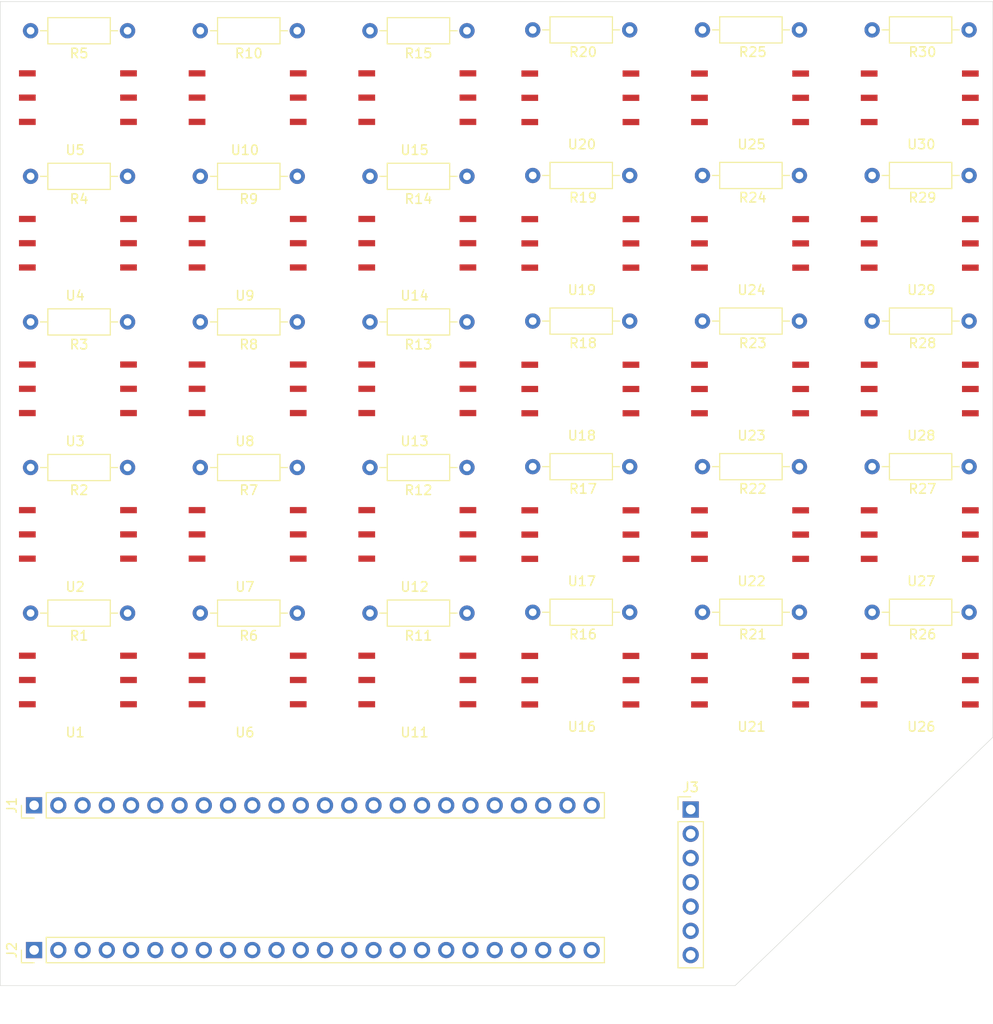
<source format=kicad_pcb>
(kicad_pcb (version 20200724) (host pcbnew "(5.99.0-2415-gbbdd3fce7)")

  (general
    (thickness 1.6)
    (drawings 5)
    (tracks 0)
    (modules 63)
    (nets 57)
  )

  (paper "A4")
  (layers
    (0 "F.Cu" signal)
    (31 "B.Cu" signal)
    (32 "B.Adhes" user)
    (33 "F.Adhes" user)
    (34 "B.Paste" user)
    (35 "F.Paste" user)
    (36 "B.SilkS" user)
    (37 "F.SilkS" user)
    (38 "B.Mask" user)
    (39 "F.Mask" user)
    (40 "Dwgs.User" user)
    (41 "Cmts.User" user)
    (42 "Eco1.User" user)
    (43 "Eco2.User" user)
    (44 "Edge.Cuts" user)
    (45 "Margin" user)
    (46 "B.CrtYd" user)
    (47 "F.CrtYd" user)
    (48 "B.Fab" user)
    (49 "F.Fab" user)
  )

  (setup
    (stackup
      (layer "F.SilkS" (type "Top Silk Screen"))
      (layer "F.Paste" (type "Top Solder Paste"))
      (layer "F.Mask" (type "Top Solder Mask") (color "Green") (thickness 0.01))
      (layer "F.Cu" (type "copper") (thickness 0.035))
      (layer "dielectric 1" (type "core") (thickness 1.51) (material "FR4") (epsilon_r 4.5) (loss_tangent 0.02))
      (layer "B.Cu" (type "copper") (thickness 0.035))
      (layer "B.Mask" (type "Bottom Solder Mask") (color "Green") (thickness 0.01))
      (layer "B.Paste" (type "Bottom Solder Paste"))
      (layer "B.SilkS" (type "Bottom Silk Screen"))
      (copper_finish "None")
      (dielectric_constraints no)
    )
    (pcbplotparams
      (layerselection 0x010fc_ffffffff)
      (usegerberextensions false)
      (usegerberattributes true)
      (usegerberadvancedattributes true)
      (creategerberjobfile true)
      (svguseinch false)
      (svgprecision 6)
      (excludeedgelayer true)
      (linewidth 0.100000)
      (plotframeref false)
      (viasonmask false)
      (mode 1)
      (useauxorigin false)
      (hpglpennumber 1)
      (hpglpenspeed 20)
      (hpglpendiameter 15.000000)
      (psnegative false)
      (psa4output false)
      (plotreference true)
      (plotvalue true)
      (plotinvisibletext false)
      (sketchpadsonfab false)
      (subtractmaskfromsilk false)
      (outputformat 1)
      (mirror false)
      (drillshape 1)
      (scaleselection 1)
      (outputdirectory "")
    )
  )

  (net 0 "")
  (net 1 "SCK")
  (net 2 "MISO")
  (net 3 "Net-(U1-Pad4)")
  (net 4 "+3V3")
  (net 5 "GND")
  (net 6 "Net-(J1-Pad24)")
  (net 7 "Net-(J1-Pad23)")
  (net 8 "Net-(J1-Pad22)")
  (net 9 "Net-(J1-Pad21)")
  (net 10 "Net-(J1-Pad20)")
  (net 11 "Net-(J1-Pad19)")
  (net 12 "Net-(J1-Pad18)")
  (net 13 "Net-(J1-Pad17)")
  (net 14 "Net-(J1-Pad16)")
  (net 15 "Net-(J1-Pad15)")
  (net 16 "Net-(J1-Pad13)")
  (net 17 "Net-(J1-Pad12)")
  (net 18 "Net-(J1-Pad11)")
  (net 19 "Net-(J1-Pad10)")
  (net 20 "Net-(J1-Pad9)")
  (net 21 "Net-(J1-Pad8)")
  (net 22 "Net-(J1-Pad7)")
  (net 23 "Net-(J1-Pad6)")
  (net 24 "Net-(J1-Pad5)")
  (net 25 "Net-(J1-Pad4)")
  (net 26 "VCC")
  (net 27 "Net-(J2-Pad24)")
  (net 28 "Net-(J2-Pad23)")
  (net 29 "Net-(J2-Pad22)")
  (net 30 "Net-(J2-Pad21)")
  (net 31 "Net-(J2-Pad20)")
  (net 32 "SCK1")
  (net 33 "MOSI1")
  (net 34 "Net-(J2-Pad17)")
  (net 35 "Net-(J2-Pad16)")
  (net 36 "Net-(J2-Pad15)")
  (net 37 "MOSI")
  (net 38 "Net-(J2-Pad12)")
  (net 39 "Net-(J2-Pad11)")
  (net 40 "Net-(J2-Pad10)")
  (net 41 "Net-(J2-Pad9)")
  (net 42 "Net-(J2-Pad8)")
  (net 43 "Net-(J2-Pad7)")
  (net 44 "Net-(J2-Pad6)")
  (net 45 "Net-(J2-Pad5)")
  (net 46 "Net-(J2-Pad4)")
  (net 47 "MISO1")
  (net 48 "Net-(J2-Pad2)")
  (net 49 "Net-(J2-Pad1)")
  (net 50 "Net-(R1-Pad1)")
  (net 51 "Net-(R2-Pad1)")
  (net 52 "Net-(U2-Pad4)")
  (net 53 "Net-(J3-Pad4)")
  (net 54 "Net-(J3-Pad7)")
  (net 55 "Net-(J3-Pad6)")
  (net 56 "Net-(J3-Pad5)")

  (module "Sensor:ABPMANN060KGSA3" (layer "F.Cu") (tedit 5F699A5E) (tstamp 014d7041-c6e0-4fa2-a456-406d38ceddee)
    (at 129.04 70.31 90)
    (path "/aa293bc4-3c91-4ee9-81a5-d6defe4a9c4e")
    (fp_text reference "U29" (at -4.88 -0.54 unlocked) (layer "F.SilkS")
      (effects (font (size 1 1) (thickness 0.15)))
      (tstamp 5427d9ad-7acc-47af-87b2-8001ffb5dbd9)
    )
    (fp_text value "ABPMANN060KGSA3" (at -3.75 -0.5 180 unlocked) (layer "F.Fab")
      (effects (font (size 1 1) (thickness 0.15)))
      (tstamp 6f326565-ad6f-4bd9-a572-9e6833a4b448)
    )
    (fp_text user "${REF}" (at -2.27 -1.04 180 unlocked) (layer "F.Fab")
      (effects (font (size 1 1) (thickness 0.15)))
      (tstamp 2d4c7765-9b31-48e1-aa27-5e64dc5b4217)
    )
    (fp_rect (start -4 -6) (end 4 5) (layer "F.CrtYd") (width 0.05) (tstamp 3a7f5576-0c98-4f70-9d5c-c6b67a164e63))
    (pad "1" smd rect (at -2.54 -6 90) (size 0.65 1.75) (layers "F.Cu" "F.Paste" "F.Mask")
      (net 5 "GND") (pinfunction "GND") (tstamp 6557be79-86b0-43f0-acf0-5c560a3cc418))
    (pad "2" smd rect (at 0 -6 90) (size 0.65 1.75) (layers "F.Cu" "F.Paste" "F.Mask")
      (net 4 "+3V3") (pinfunction "Vcc") (tstamp 42bc68fb-fc69-497a-95ff-91630824e8a4))
    (pad "3" smd rect (at 2.54 -6 90) (size 0.65 1.75) (layers "F.Cu" "F.Paste" "F.Mask")
      (net 51 "Net-(R2-Pad1)") (pinfunction "SS") (tstamp 8d9640a7-98a3-4475-b60c-2d276e8b4751))
    (pad "4" smd rect (at -2.54 4.6 90) (size 0.65 1.75) (layers "F.Cu" "F.Paste" "F.Mask")
      (net 52 "Net-(U2-Pad4)") (pinfunction "NC") (tstamp 1909b5b4-a4c2-44a6-81be-db0c1f5b9841))
    (pad "5" smd rect (at 0 4.6 90) (size 0.65 1.75) (layers "F.Cu" "F.Paste" "F.Mask")
      (net 33 "MOSI1") (pinfunction "MISO") (tstamp 3446fd34-ab62-41e9-ab20-2cb15ee90183))
    (pad "6" smd rect (at 2.54 4.6 90) (size 0.65 1.75) (layers "F.Cu" "F.Paste" "F.Mask")
      (net 32 "SCK1") (pinfunction "SCLK") (tstamp 93847051-8bd0-461b-8d78-985556a29409))
  )

  (module "Resistor_THT:R_Axial_DIN0207_L6.3mm_D2.5mm_P10.16mm_Horizontal" (layer "F.Cu") (tedit 5AE5139B) (tstamp 01bfcd22-eb9c-4518-9434-13f916c482ce)
    (at 63.12 93.77 180)
    (descr "Resistor, Axial_DIN0207 series, Axial, Horizontal, pin pitch=10.16mm, 0.25W = 1/4W, length*diameter=6.3*2.5mm^2, http://cdn-reichelt.de/documents/datenblatt/B400/1_4W%23YAG.pdf")
    (tags "Resistor Axial_DIN0207 series Axial Horizontal pin pitch 10.16mm 0.25W = 1/4W length 6.3mm diameter 2.5mm")
    (path "/50c500a7-4477-46fe-b072-e700b33731d3")
    (fp_text reference "R7" (at 5.08 -2.37) (layer "F.SilkS")
      (effects (font (size 1 1) (thickness 0.15)))
      (tstamp 744f000c-789a-4335-82a2-926c2ff4ca61)
    )
    (fp_text value "3.3k" (at 5.08 2.37) (layer "F.Fab")
      (effects (font (size 1 1) (thickness 0.15)))
      (tstamp ff06d502-75b7-477f-8c92-b77f953f9753)
    )
    (fp_text user "${REFERENCE}" (at 5.08 0) (layer "F.Fab")
      (effects (font (size 1 1) (thickness 0.15)))
      (tstamp e68cdd4b-a1da-47fd-a07a-36680608abfb)
    )
    (fp_line (start 8.35 1.37) (end 8.35 -1.37) (layer "F.SilkS") (width 0.12) (tstamp 342a95a6-30b7-4504-a073-5c1865731bb9))
    (fp_line (start 1.81 1.37) (end 8.35 1.37) (layer "F.SilkS") (width 0.12) (tstamp 4dc15457-2ceb-4565-a235-9978ec708397))
    (fp_line (start 9.12 0) (end 8.35 0) (layer "F.SilkS") (width 0.12) (tstamp 769ac36b-03fa-4639-a0bb-f02a25659df4))
    (fp_line (start 8.35 -1.37) (end 1.81 -1.37) (layer "F.SilkS") (width 0.12) (tstamp b7f15744-5e2a-42f8-9c67-0a73461e2f37))
    (fp_line (start 1.81 -1.37) (end 1.81 1.37) (layer "F.SilkS") (width 0.12) (tstamp f1c0bbb7-f079-4ba9-b7bb-9f7595a678a7))
    (fp_line (start 1.04 0) (end 1.81 0) (layer "F.SilkS") (width 0.12) (tstamp f513b7bd-584d-4694-861f-2c1b4b6f000d))
    (fp_line (start 11.21 1.5) (end 11.21 -1.5) (layer "F.CrtYd") (width 0.05) (tstamp 64064b08-43d2-4975-a290-cbcf5bfc8c35))
    (fp_line (start -1.05 1.5) (end 11.21 1.5) (layer "F.CrtYd") (width 0.05) (tstamp 656ae0c9-0947-415a-9c73-8f1de0850cf0))
    (fp_line (start 11.21 -1.5) (end -1.05 -1.5) (layer "F.CrtYd") (width 0.05) (tstamp 676381fa-b157-4115-bc15-34649bee21c4))
    (fp_line (start -1.05 -1.5) (end -1.05 1.5) (layer "F.CrtYd") (width 0.05) (tstamp ede863b5-f2f5-4217-8733-2b9a4bcf50e2))
    (fp_line (start 0 0) (end 1.93 0) (layer "F.Fab") (width 0.1) (tstamp 3198889d-4346-451c-9d3e-8b3e618f636c))
    (fp_line (start 1.93 -1.25) (end 1.93 1.25) (layer "F.Fab") (width 0.1) (tstamp 7e6501e6-b6c8-452f-a3d5-2a2d4824ad3c))
    (fp_line (start 8.23 1.25) (end 8.23 -1.25) (layer "F.Fab") (width 0.1) (tstamp a7475247-2468-446a-89fe-f67692f2b9ba))
    (fp_line (start 8.23 -1.25) (end 1.93 -1.25) (layer "F.Fab") (width 0.1) (tstamp ab02fbff-3f40-4f86-9cfc-d3003852fdaf))
    (fp_line (start 10.16 0) (end 8.23 0) (layer "F.Fab") (width 0.1) (tstamp c391295a-84a2-4094-bbc3-1c0caee1aab3))
    (fp_line (start 1.93 1.25) (end 8.23 1.25) (layer "F.Fab") (width 0.1) (tstamp ee257611-bbde-4782-8035-ac8eb412bb06))
    (pad "1" thru_hole circle (at 0 0 180) (size 1.6 1.6) (drill 0.8) (layers *.Cu *.Mask)
      (net 50 "Net-(R1-Pad1)") (tstamp c54bd8a8-636b-4dc1-88cf-5dbe64b43e41))
    (pad "2" thru_hole oval (at 10.16 0 180) (size 1.6 1.6) (drill 0.8) (layers *.Cu *.Mask)
      (net 4 "+3V3") (tstamp 0724c49f-8eab-4ea6-82af-3417f1f584d1))
    (model "${KISYS3DMOD}/Resistor_THT.3dshapes/R_Axial_DIN0207_L6.3mm_D2.5mm_P10.16mm_Horizontal.wrl"
      (at (xyz 0 0 0))
      (scale (xyz 1 1 1))
      (rotate (xyz 0 0 0))
    )
  )

  (module "Sensor:ABPMANN060KGSA3" (layer "F.Cu") (tedit 5F699A5E) (tstamp 0376fee5-73f4-4ebf-8e1a-969502ed6274)
    (at 93.48 116.03 90)
    (path "/aa293bc4-3c91-4ee9-81a5-d6defe4a9c4e")
    (fp_text reference "U16" (at -4.88 -0.54 unlocked) (layer "F.SilkS")
      (effects (font (size 1 1) (thickness 0.15)))
      (tstamp 5427d9ad-7acc-47af-87b2-8001ffb5dbd9)
    )
    (fp_text value "ABPMANN060KGSA3" (at -3.75 -0.5 180 unlocked) (layer "F.Fab")
      (effects (font (size 1 1) (thickness 0.15)))
      (tstamp 6f326565-ad6f-4bd9-a572-9e6833a4b448)
    )
    (fp_text user "${REF}" (at -2.27 -1.04 180 unlocked) (layer "F.Fab")
      (effects (font (size 1 1) (thickness 0.15)))
      (tstamp 2d4c7765-9b31-48e1-aa27-5e64dc5b4217)
    )
    (fp_rect (start -4 -6) (end 4 5) (layer "F.CrtYd") (width 0.05) (tstamp 3a7f5576-0c98-4f70-9d5c-c6b67a164e63))
    (pad "1" smd rect (at -2.54 -6 90) (size 0.65 1.75) (layers "F.Cu" "F.Paste" "F.Mask")
      (net 5 "GND") (pinfunction "GND") (tstamp d754d002-5065-4c89-b068-3d31963ecf99))
    (pad "2" smd rect (at 0 -6 90) (size 0.65 1.75) (layers "F.Cu" "F.Paste" "F.Mask")
      (net 4 "+3V3") (pinfunction "Vcc") (tstamp fd4b6d64-dfc4-4bd9-9335-2d2c50321983))
    (pad "3" smd rect (at 2.54 -6 90) (size 0.65 1.75) (layers "F.Cu" "F.Paste" "F.Mask")
      (net 51 "Net-(R2-Pad1)") (pinfunction "SS") (tstamp e5795e4b-5d85-47a3-bbe0-79f41424407a))
    (pad "4" smd rect (at -2.54 4.6 90) (size 0.65 1.75) (layers "F.Cu" "F.Paste" "F.Mask")
      (net 52 "Net-(U2-Pad4)") (pinfunction "NC") (tstamp 7f851650-b817-4c2f-8cc2-de8f086de894))
    (pad "5" smd rect (at 0 4.6 90) (size 0.65 1.75) (layers "F.Cu" "F.Paste" "F.Mask")
      (net 33 "MOSI1") (pinfunction "MISO") (tstamp c0738b12-ba9a-4fe1-9ffb-38c3af554434))
    (pad "6" smd rect (at 2.54 4.6 90) (size 0.65 1.75) (layers "F.Cu" "F.Paste" "F.Mask")
      (net 32 "SCK1") (pinfunction "SCLK") (tstamp 57c523f7-48b4-4f53-8f18-efc317187f8d))
  )

  (module "Resistor_THT:R_Axial_DIN0207_L6.3mm_D2.5mm_P10.16mm_Horizontal" (layer "F.Cu") (tedit 5AE5139B) (tstamp 09914fda-c6de-4965-a78f-8690369833d3)
    (at 45.34 78.53 180)
    (descr "Resistor, Axial_DIN0207 series, Axial, Horizontal, pin pitch=10.16mm, 0.25W = 1/4W, length*diameter=6.3*2.5mm^2, http://cdn-reichelt.de/documents/datenblatt/B400/1_4W%23YAG.pdf")
    (tags "Resistor Axial_DIN0207 series Axial Horizontal pin pitch 10.16mm 0.25W = 1/4W length 6.3mm diameter 2.5mm")
    (path "/50c500a7-4477-46fe-b072-e700b33731d3")
    (fp_text reference "R3" (at 5.08 -2.37) (layer "F.SilkS")
      (effects (font (size 1 1) (thickness 0.15)))
      (tstamp 744f000c-789a-4335-82a2-926c2ff4ca61)
    )
    (fp_text value "3.3k" (at 5.08 2.37) (layer "F.Fab")
      (effects (font (size 1 1) (thickness 0.15)))
      (tstamp ff06d502-75b7-477f-8c92-b77f953f9753)
    )
    (fp_text user "${REFERENCE}" (at 5.08 0) (layer "F.Fab")
      (effects (font (size 1 1) (thickness 0.15)))
      (tstamp e68cdd4b-a1da-47fd-a07a-36680608abfb)
    )
    (fp_line (start 8.35 1.37) (end 8.35 -1.37) (layer "F.SilkS") (width 0.12) (tstamp 342a95a6-30b7-4504-a073-5c1865731bb9))
    (fp_line (start 1.81 1.37) (end 8.35 1.37) (layer "F.SilkS") (width 0.12) (tstamp 4dc15457-2ceb-4565-a235-9978ec708397))
    (fp_line (start 9.12 0) (end 8.35 0) (layer "F.SilkS") (width 0.12) (tstamp 769ac36b-03fa-4639-a0bb-f02a25659df4))
    (fp_line (start 8.35 -1.37) (end 1.81 -1.37) (layer "F.SilkS") (width 0.12) (tstamp b7f15744-5e2a-42f8-9c67-0a73461e2f37))
    (fp_line (start 1.81 -1.37) (end 1.81 1.37) (layer "F.SilkS") (width 0.12) (tstamp f1c0bbb7-f079-4ba9-b7bb-9f7595a678a7))
    (fp_line (start 1.04 0) (end 1.81 0) (layer "F.SilkS") (width 0.12) (tstamp f513b7bd-584d-4694-861f-2c1b4b6f000d))
    (fp_line (start 11.21 1.5) (end 11.21 -1.5) (layer "F.CrtYd") (width 0.05) (tstamp 64064b08-43d2-4975-a290-cbcf5bfc8c35))
    (fp_line (start -1.05 1.5) (end 11.21 1.5) (layer "F.CrtYd") (width 0.05) (tstamp 656ae0c9-0947-415a-9c73-8f1de0850cf0))
    (fp_line (start 11.21 -1.5) (end -1.05 -1.5) (layer "F.CrtYd") (width 0.05) (tstamp 676381fa-b157-4115-bc15-34649bee21c4))
    (fp_line (start -1.05 -1.5) (end -1.05 1.5) (layer "F.CrtYd") (width 0.05) (tstamp ede863b5-f2f5-4217-8733-2b9a4bcf50e2))
    (fp_line (start 0 0) (end 1.93 0) (layer "F.Fab") (width 0.1) (tstamp 3198889d-4346-451c-9d3e-8b3e618f636c))
    (fp_line (start 1.93 -1.25) (end 1.93 1.25) (layer "F.Fab") (width 0.1) (tstamp 7e6501e6-b6c8-452f-a3d5-2a2d4824ad3c))
    (fp_line (start 8.23 1.25) (end 8.23 -1.25) (layer "F.Fab") (width 0.1) (tstamp a7475247-2468-446a-89fe-f67692f2b9ba))
    (fp_line (start 8.23 -1.25) (end 1.93 -1.25) (layer "F.Fab") (width 0.1) (tstamp ab02fbff-3f40-4f86-9cfc-d3003852fdaf))
    (fp_line (start 10.16 0) (end 8.23 0) (layer "F.Fab") (width 0.1) (tstamp c391295a-84a2-4094-bbc3-1c0caee1aab3))
    (fp_line (start 1.93 1.25) (end 8.23 1.25) (layer "F.Fab") (width 0.1) (tstamp ee257611-bbde-4782-8035-ac8eb412bb06))
    (pad "1" thru_hole circle (at 0 0 180) (size 1.6 1.6) (drill 0.8) (layers *.Cu *.Mask)
      (net 50 "Net-(R1-Pad1)") (tstamp 5af07dad-144b-4315-8c95-34b67bde304f))
    (pad "2" thru_hole oval (at 10.16 0 180) (size 1.6 1.6) (drill 0.8) (layers *.Cu *.Mask)
      (net 4 "+3V3") (tstamp 55f74362-2132-4599-8995-dad924501e98))
    (model "${KISYS3DMOD}/Resistor_THT.3dshapes/R_Axial_DIN0207_L6.3mm_D2.5mm_P10.16mm_Horizontal.wrl"
      (at (xyz 0 0 0))
      (scale (xyz 1 1 1))
      (rotate (xyz 0 0 0))
    )
  )

  (module "Resistor_THT:R_Axial_DIN0207_L6.3mm_D2.5mm_P10.16mm_Horizontal" (layer "F.Cu") (tedit 5AE5139B) (tstamp 0b986b48-aaed-41bc-bb1c-f488b535f15b)
    (at 123.35 108.92)
    (descr "Resistor, Axial_DIN0207 series, Axial, Horizontal, pin pitch=10.16mm, 0.25W = 1/4W, length*diameter=6.3*2.5mm^2, http://cdn-reichelt.de/documents/datenblatt/B400/1_4W%23YAG.pdf")
    (tags "Resistor Axial_DIN0207 series Axial Horizontal pin pitch 10.16mm 0.25W = 1/4W length 6.3mm diameter 2.5mm")
    (path "/61ebb759-717a-47b3-9107-d7736b8d8990")
    (fp_text reference "R26" (at 5.27 2.32) (layer "F.SilkS")
      (effects (font (size 1 1) (thickness 0.15)))
      (tstamp 33e0b39e-6a23-456e-a329-694a33735b26)
    )
    (fp_text value "3.3k" (at 5.08 2.37) (layer "F.Fab")
      (effects (font (size 1 1) (thickness 0.15)))
      (tstamp 890b73dd-c7f6-47a3-bb40-67231a724a73)
    )
    (fp_text user "${REFERENCE}" (at 5.08 0) (layer "F.Fab")
      (effects (font (size 1 1) (thickness 0.15)))
      (tstamp d0432b04-1057-4dee-bf24-b25bfe68bae3)
    )
    (fp_line (start 9.12 0) (end 8.35 0) (layer "F.SilkS") (width 0.12) (tstamp 246d452c-9646-49f2-b92f-896ee949340a))
    (fp_line (start 8.35 -1.37) (end 1.81 -1.37) (layer "F.SilkS") (width 0.12) (tstamp 2650fc5b-109f-49b0-ba14-711bd287dca9))
    (fp_line (start 8.35 1.37) (end 8.35 -1.37) (layer "F.SilkS") (width 0.12) (tstamp 2e2a5270-6dc9-48f3-8cb7-a9027d77634f))
    (fp_line (start 1.04 0) (end 1.81 0) (layer "F.SilkS") (width 0.12) (tstamp 5e23c2d5-1936-481c-b936-d2d0c16258a6))
    (fp_line (start 1.81 -1.37) (end 1.81 1.37) (layer "F.SilkS") (width 0.12) (tstamp c0b2376c-6342-4e4c-b00c-c48d0fc91220))
    (fp_line (start 1.81 1.37) (end 8.35 1.37) (layer "F.SilkS") (width 0.12) (tstamp ce62aa2f-dd11-45dc-a32a-11316bea580b))
    (fp_line (start -1.05 -1.5) (end -1.05 1.5) (layer "F.CrtYd") (width 0.05) (tstamp 375b5ca6-87b1-4cb7-b45d-d76f7f74faf0))
    (fp_line (start -1.05 1.5) (end 11.21 1.5) (layer "F.CrtYd") (width 0.05) (tstamp 50a37e3a-5080-4c64-9837-4bf9bc08fb62))
    (fp_line (start 11.21 1.5) (end 11.21 -1.5) (layer "F.CrtYd") (width 0.05) (tstamp 80aa0ccd-179c-4298-af8b-5198bedb4982))
    (fp_line (start 11.21 -1.5) (end -1.05 -1.5) (layer "F.CrtYd") (width 0.05) (tstamp bfe19fca-cfe3-4568-8c66-cdddca98bd3d))
    (fp_line (start 0 0) (end 1.93 0) (layer "F.Fab") (width 0.1) (tstamp 01cf2ac6-dcb3-4e7a-9f37-d70a48f16187))
    (fp_line (start 10.16 0) (end 8.23 0) (layer "F.Fab") (width 0.1) (tstamp 49ca7fde-30ea-4fa5-a8f5-b20f0ecc2de9))
    (fp_line (start 1.93 -1.25) (end 1.93 1.25) (layer "F.Fab") (width 0.1) (tstamp 60209392-9b5c-4e05-8d6e-b14f3ad4a8d2))
    (fp_line (start 1.93 1.25) (end 8.23 1.25) (layer "F.Fab") (width 0.1) (tstamp 6a6f0a7a-14ce-43b1-ac0c-88265079af5d))
    (fp_line (start 8.23 1.25) (end 8.23 -1.25) (layer "F.Fab") (width 0.1) (tstamp 812397e2-e87c-41c5-8d37-435e15f8e537))
    (fp_line (start 8.23 -1.25) (end 1.93 -1.25) (layer "F.Fab") (width 0.1) (tstamp a2d34011-9d5b-4e4a-9e6f-04ebce1c06bb))
    (pad "1" thru_hole circle (at 0 0) (size 1.6 1.6) (drill 0.8) (layers *.Cu *.Mask)
      (net 51 "Net-(R2-Pad1)") (tstamp aa84b18d-9084-407e-bf99-5e3c0b0d65a7))
    (pad "2" thru_hole oval (at 10.16 0) (size 1.6 1.6) (drill 0.8) (layers *.Cu *.Mask)
      (net 4 "+3V3") (tstamp e95b5b41-e8f7-4f5a-9f6a-3d08f0768e30))
    (model "${KISYS3DMOD}/Resistor_THT.3dshapes/R_Axial_DIN0207_L6.3mm_D2.5mm_P10.16mm_Horizontal.wrl"
      (at (xyz 0 0 0))
      (scale (xyz 1 1 1))
      (rotate (xyz 0 0 0))
    )
  )

  (module "Sensor:ABPMANN060KGSA3" (layer "F.Cu") (tedit 5F699A5E) (tstamp 0d05f983-98fb-47e7-abd9-d264f75f65c2)
    (at 58.62 55.05 90)
    (path "/195d33c2-d220-4ba4-8a20-c29bb88b4e0f")
    (fp_text reference "U10" (at -5.49 -0.99 unlocked) (layer "F.SilkS")
      (effects (font (size 1 1) (thickness 0.15)))
      (tstamp 5427d9ad-7acc-47af-87b2-8001ffb5dbd9)
    )
    (fp_text value "ABPMANN060KGSA3" (at -3.75 -0.5 180 unlocked) (layer "F.Fab")
      (effects (font (size 1 1) (thickness 0.15)))
      (tstamp 6f326565-ad6f-4bd9-a572-9e6833a4b448)
    )
    (fp_text user "${REF}" (at -2.27 -1.04 180 unlocked) (layer "F.Fab")
      (effects (font (size 1 1) (thickness 0.15)))
      (tstamp 2d4c7765-9b31-48e1-aa27-5e64dc5b4217)
    )
    (fp_rect (start -4 -6) (end 4 5) (layer "F.CrtYd") (width 0.05) (tstamp 3a7f5576-0c98-4f70-9d5c-c6b67a164e63))
    (pad "1" smd rect (at -2.54 -6 90) (size 0.65 1.75) (layers "F.Cu" "F.Paste" "F.Mask")
      (net 5 "GND") (pinfunction "GND") (tstamp 03c201f6-a58f-46d3-bfa7-ba1efbba0112))
    (pad "2" smd rect (at 0 -6 90) (size 0.65 1.75) (layers "F.Cu" "F.Paste" "F.Mask")
      (net 4 "+3V3") (pinfunction "Vcc") (tstamp dbde3d49-0852-4649-adb7-ba55ed84d8a5))
    (pad "3" smd rect (at 2.54 -6 90) (size 0.65 1.75) (layers "F.Cu" "F.Paste" "F.Mask")
      (net 50 "Net-(R1-Pad1)") (pinfunction "SS") (tstamp ae5b868b-f86e-465b-b015-954097e53b5b))
    (pad "4" smd rect (at -2.54 4.6 90) (size 0.65 1.75) (layers "F.Cu" "F.Paste" "F.Mask")
      (net 3 "Net-(U1-Pad4)") (pinfunction "NC") (tstamp e61de16f-af09-448d-86cb-038ee1c6d12f))
    (pad "5" smd rect (at 0 4.6 90) (size 0.65 1.75) (layers "F.Cu" "F.Paste" "F.Mask")
      (net 2 "MISO") (pinfunction "MISO") (tstamp 71d187a9-9b29-4609-b86f-72689e752d7c))
    (pad "6" smd rect (at 2.54 4.6 90) (size 0.65 1.75) (layers "F.Cu" "F.Paste" "F.Mask")
      (net 1 "SCK") (pinfunction "SCLK") (tstamp 6aacb68c-f939-4660-ac50-26312abcf5a8))
  )

  (module "Sensor:ABPMANN060KGSA3" (layer "F.Cu") (tedit 5F699A5E) (tstamp 1120fa6e-1a3d-453b-9139-e53996cf0459)
    (at 129.04 85.55 90)
    (path "/aa293bc4-3c91-4ee9-81a5-d6defe4a9c4e")
    (fp_text reference "U28" (at -4.88 -0.54 unlocked) (layer "F.SilkS")
      (effects (font (size 1 1) (thickness 0.15)))
      (tstamp 5427d9ad-7acc-47af-87b2-8001ffb5dbd9)
    )
    (fp_text value "ABPMANN060KGSA3" (at -3.75 -0.5 180 unlocked) (layer "F.Fab")
      (effects (font (size 1 1) (thickness 0.15)))
      (tstamp 6f326565-ad6f-4bd9-a572-9e6833a4b448)
    )
    (fp_text user "${REF}" (at -2.27 -1.04 180 unlocked) (layer "F.Fab")
      (effects (font (size 1 1) (thickness 0.15)))
      (tstamp 2d4c7765-9b31-48e1-aa27-5e64dc5b4217)
    )
    (fp_rect (start -4 -6) (end 4 5) (layer "F.CrtYd") (width 0.05) (tstamp 3a7f5576-0c98-4f70-9d5c-c6b67a164e63))
    (pad "1" smd rect (at -2.54 -6 90) (size 0.65 1.75) (layers "F.Cu" "F.Paste" "F.Mask")
      (net 5 "GND") (pinfunction "GND") (tstamp a3cec267-1bac-4f0d-8895-d91104ad04e8))
    (pad "2" smd rect (at 0 -6 90) (size 0.65 1.75) (layers "F.Cu" "F.Paste" "F.Mask")
      (net 4 "+3V3") (pinfunction "Vcc") (tstamp ada20ac0-8805-4bb1-8687-82aebdb010d5))
    (pad "3" smd rect (at 2.54 -6 90) (size 0.65 1.75) (layers "F.Cu" "F.Paste" "F.Mask")
      (net 51 "Net-(R2-Pad1)") (pinfunction "SS") (tstamp 72a39747-979a-484b-903c-5bf691544150))
    (pad "4" smd rect (at -2.54 4.6 90) (size 0.65 1.75) (layers "F.Cu" "F.Paste" "F.Mask")
      (net 52 "Net-(U2-Pad4)") (pinfunction "NC") (tstamp 21a6c6ae-f099-41e6-94cd-676d4ef777da))
    (pad "5" smd rect (at 0 4.6 90) (size 0.65 1.75) (layers "F.Cu" "F.Paste" "F.Mask")
      (net 33 "MOSI1") (pinfunction "MISO") (tstamp db19dbb4-92d6-456e-b89c-697a2417c985))
    (pad "6" smd rect (at 2.54 4.6 90) (size 0.65 1.75) (layers "F.Cu" "F.Paste" "F.Mask")
      (net 32 "SCK1") (pinfunction "SCLK") (tstamp 10a66ad1-ce03-4c13-830f-0b938525bbdb))
  )

  (module "Sensor:ABPMANN060KGSA3" (layer "F.Cu") (tedit 5F699A5E) (tstamp 123ebee9-7c1c-4b5b-8567-f372d9d0220d)
    (at 111.26 70.31 90)
    (path "/aa293bc4-3c91-4ee9-81a5-d6defe4a9c4e")
    (fp_text reference "U24" (at -4.88 -0.54 unlocked) (layer "F.SilkS")
      (effects (font (size 1 1) (thickness 0.15)))
      (tstamp 5427d9ad-7acc-47af-87b2-8001ffb5dbd9)
    )
    (fp_text value "ABPMANN060KGSA3" (at -3.75 -0.5 180 unlocked) (layer "F.Fab")
      (effects (font (size 1 1) (thickness 0.15)))
      (tstamp 6f326565-ad6f-4bd9-a572-9e6833a4b448)
    )
    (fp_text user "${REF}" (at -2.27 -1.04 180 unlocked) (layer "F.Fab")
      (effects (font (size 1 1) (thickness 0.15)))
      (tstamp 2d4c7765-9b31-48e1-aa27-5e64dc5b4217)
    )
    (fp_rect (start -4 -6) (end 4 5) (layer "F.CrtYd") (width 0.05) (tstamp 3a7f5576-0c98-4f70-9d5c-c6b67a164e63))
    (pad "1" smd rect (at -2.54 -6 90) (size 0.65 1.75) (layers "F.Cu" "F.Paste" "F.Mask")
      (net 5 "GND") (pinfunction "GND") (tstamp 5d5fde06-7213-4222-a733-59690dd65d36))
    (pad "2" smd rect (at 0 -6 90) (size 0.65 1.75) (layers "F.Cu" "F.Paste" "F.Mask")
      (net 4 "+3V3") (pinfunction "Vcc") (tstamp 633f5bb6-d4ce-415f-bf16-0a7e324bc565))
    (pad "3" smd rect (at 2.54 -6 90) (size 0.65 1.75) (layers "F.Cu" "F.Paste" "F.Mask")
      (net 51 "Net-(R2-Pad1)") (pinfunction "SS") (tstamp bd2998e5-17fe-4a29-b55d-40734d2ef428))
    (pad "4" smd rect (at -2.54 4.6 90) (size 0.65 1.75) (layers "F.Cu" "F.Paste" "F.Mask")
      (net 52 "Net-(U2-Pad4)") (pinfunction "NC") (tstamp a8d0e00c-635e-48f6-a01c-74c641d60f26))
    (pad "5" smd rect (at 0 4.6 90) (size 0.65 1.75) (layers "F.Cu" "F.Paste" "F.Mask")
      (net 33 "MOSI1") (pinfunction "MISO") (tstamp daf0ab82-ce7e-4275-bf60-467f98fbb054))
    (pad "6" smd rect (at 2.54 4.6 90) (size 0.65 1.75) (layers "F.Cu" "F.Paste" "F.Mask")
      (net 32 "SCK1") (pinfunction "SCLK") (tstamp 74f5f440-d874-4054-b042-c3ee7149b910))
  )

  (module "Sensor:ABPMANN060KGSA3" (layer "F.Cu") (tedit 5F699A5E) (tstamp 154427c3-1fc8-4652-a6ff-95b670eda8ac)
    (at 111.26 85.55 90)
    (path "/aa293bc4-3c91-4ee9-81a5-d6defe4a9c4e")
    (fp_text reference "U23" (at -4.88 -0.54 unlocked) (layer "F.SilkS")
      (effects (font (size 1 1) (thickness 0.15)))
      (tstamp 5427d9ad-7acc-47af-87b2-8001ffb5dbd9)
    )
    (fp_text value "ABPMANN060KGSA3" (at -3.75 -0.5 180 unlocked) (layer "F.Fab")
      (effects (font (size 1 1) (thickness 0.15)))
      (tstamp 6f326565-ad6f-4bd9-a572-9e6833a4b448)
    )
    (fp_text user "${REF}" (at -2.27 -1.04 180 unlocked) (layer "F.Fab")
      (effects (font (size 1 1) (thickness 0.15)))
      (tstamp 2d4c7765-9b31-48e1-aa27-5e64dc5b4217)
    )
    (fp_rect (start -4 -6) (end 4 5) (layer "F.CrtYd") (width 0.05) (tstamp 3a7f5576-0c98-4f70-9d5c-c6b67a164e63))
    (pad "1" smd rect (at -2.54 -6 90) (size 0.65 1.75) (layers "F.Cu" "F.Paste" "F.Mask")
      (net 5 "GND") (pinfunction "GND") (tstamp 408d9e18-b360-4ba8-8938-fccda28ea51e))
    (pad "2" smd rect (at 0 -6 90) (size 0.65 1.75) (layers "F.Cu" "F.Paste" "F.Mask")
      (net 4 "+3V3") (pinfunction "Vcc") (tstamp 70c99f45-bb7d-4883-828a-ff9fc5e6a080))
    (pad "3" smd rect (at 2.54 -6 90) (size 0.65 1.75) (layers "F.Cu" "F.Paste" "F.Mask")
      (net 51 "Net-(R2-Pad1)") (pinfunction "SS") (tstamp 5f71a128-7a94-4930-b634-2a63059ce62b))
    (pad "4" smd rect (at -2.54 4.6 90) (size 0.65 1.75) (layers "F.Cu" "F.Paste" "F.Mask")
      (net 52 "Net-(U2-Pad4)") (pinfunction "NC") (tstamp a6f23544-c6ff-4b86-86e4-cdfd9d54ee29))
    (pad "5" smd rect (at 0 4.6 90) (size 0.65 1.75) (layers "F.Cu" "F.Paste" "F.Mask")
      (net 33 "MOSI1") (pinfunction "MISO") (tstamp 51c84a32-1d89-447d-944c-2a020dc17b2c))
    (pad "6" smd rect (at 2.54 4.6 90) (size 0.65 1.75) (layers "F.Cu" "F.Paste" "F.Mask")
      (net 32 "SCK1") (pinfunction "SCLK") (tstamp 6bb15f83-17b7-4c08-9ba0-fde7a1876d5c))
  )

  (module "Resistor_THT:R_Axial_DIN0207_L6.3mm_D2.5mm_P10.16mm_Horizontal" (layer "F.Cu") (tedit 5AE5139B) (tstamp 19f2256d-a571-4ed6-88c8-72edf7f18e8f)
    (at 80.9 78.53 180)
    (descr "Resistor, Axial_DIN0207 series, Axial, Horizontal, pin pitch=10.16mm, 0.25W = 1/4W, length*diameter=6.3*2.5mm^2, http://cdn-reichelt.de/documents/datenblatt/B400/1_4W%23YAG.pdf")
    (tags "Resistor Axial_DIN0207 series Axial Horizontal pin pitch 10.16mm 0.25W = 1/4W length 6.3mm diameter 2.5mm")
    (path "/50c500a7-4477-46fe-b072-e700b33731d3")
    (fp_text reference "R13" (at 5.08 -2.37) (layer "F.SilkS")
      (effects (font (size 1 1) (thickness 0.15)))
      (tstamp 744f000c-789a-4335-82a2-926c2ff4ca61)
    )
    (fp_text value "3.3k" (at 5.08 2.37) (layer "F.Fab")
      (effects (font (size 1 1) (thickness 0.15)))
      (tstamp ff06d502-75b7-477f-8c92-b77f953f9753)
    )
    (fp_text user "${REFERENCE}" (at 5.08 0) (layer "F.Fab")
      (effects (font (size 1 1) (thickness 0.15)))
      (tstamp e68cdd4b-a1da-47fd-a07a-36680608abfb)
    )
    (fp_line (start 8.35 1.37) (end 8.35 -1.37) (layer "F.SilkS") (width 0.12) (tstamp 342a95a6-30b7-4504-a073-5c1865731bb9))
    (fp_line (start 1.81 1.37) (end 8.35 1.37) (layer "F.SilkS") (width 0.12) (tstamp 4dc15457-2ceb-4565-a235-9978ec708397))
    (fp_line (start 9.12 0) (end 8.35 0) (layer "F.SilkS") (width 0.12) (tstamp 769ac36b-03fa-4639-a0bb-f02a25659df4))
    (fp_line (start 8.35 -1.37) (end 1.81 -1.37) (layer "F.SilkS") (width 0.12) (tstamp b7f15744-5e2a-42f8-9c67-0a73461e2f37))
    (fp_line (start 1.81 -1.37) (end 1.81 1.37) (layer "F.SilkS") (width 0.12) (tstamp f1c0bbb7-f079-4ba9-b7bb-9f7595a678a7))
    (fp_line (start 1.04 0) (end 1.81 0) (layer "F.SilkS") (width 0.12) (tstamp f513b7bd-584d-4694-861f-2c1b4b6f000d))
    (fp_line (start 11.21 1.5) (end 11.21 -1.5) (layer "F.CrtYd") (width 0.05) (tstamp 64064b08-43d2-4975-a290-cbcf5bfc8c35))
    (fp_line (start -1.05 1.5) (end 11.21 1.5) (layer "F.CrtYd") (width 0.05) (tstamp 656ae0c9-0947-415a-9c73-8f1de0850cf0))
    (fp_line (start 11.21 -1.5) (end -1.05 -1.5) (layer "F.CrtYd") (width 0.05) (tstamp 676381fa-b157-4115-bc15-34649bee21c4))
    (fp_line (start -1.05 -1.5) (end -1.05 1.5) (layer "F.CrtYd") (width 0.05) (tstamp ede863b5-f2f5-4217-8733-2b9a4bcf50e2))
    (fp_line (start 0 0) (end 1.93 0) (layer "F.Fab") (width 0.1) (tstamp 3198889d-4346-451c-9d3e-8b3e618f636c))
    (fp_line (start 1.93 -1.25) (end 1.93 1.25) (layer "F.Fab") (width 0.1) (tstamp 7e6501e6-b6c8-452f-a3d5-2a2d4824ad3c))
    (fp_line (start 8.23 1.25) (end 8.23 -1.25) (layer "F.Fab") (width 0.1) (tstamp a7475247-2468-446a-89fe-f67692f2b9ba))
    (fp_line (start 8.23 -1.25) (end 1.93 -1.25) (layer "F.Fab") (width 0.1) (tstamp ab02fbff-3f40-4f86-9cfc-d3003852fdaf))
    (fp_line (start 10.16 0) (end 8.23 0) (layer "F.Fab") (width 0.1) (tstamp c391295a-84a2-4094-bbc3-1c0caee1aab3))
    (fp_line (start 1.93 1.25) (end 8.23 1.25) (layer "F.Fab") (width 0.1) (tstamp ee257611-bbde-4782-8035-ac8eb412bb06))
    (pad "1" thru_hole circle (at 0 0 180) (size 1.6 1.6) (drill 0.8) (layers *.Cu *.Mask)
      (net 50 "Net-(R1-Pad1)") (tstamp 4f8baf43-ac0f-409f-8d6b-ce66314c9a06))
    (pad "2" thru_hole oval (at 10.16 0 180) (size 1.6 1.6) (drill 0.8) (layers *.Cu *.Mask)
      (net 4 "+3V3") (tstamp 9bfdee3b-ffb7-4748-8ed6-ec48e455aa82))
    (model "${KISYS3DMOD}/Resistor_THT.3dshapes/R_Axial_DIN0207_L6.3mm_D2.5mm_P10.16mm_Horizontal.wrl"
      (at (xyz 0 0 0))
      (scale (xyz 1 1 1))
      (rotate (xyz 0 0 0))
    )
  )

  (module "Sensor:ABPMANN060KGSA3" (layer "F.Cu") (tedit 5F699A5E) (tstamp 1b115452-d9d0-4d47-9bf8-b3f8ad264c24)
    (at 129.04 116.03 90)
    (path "/aa293bc4-3c91-4ee9-81a5-d6defe4a9c4e")
    (fp_text reference "U26" (at -4.88 -0.54 unlocked) (layer "F.SilkS")
      (effects (font (size 1 1) (thickness 0.15)))
      (tstamp 5427d9ad-7acc-47af-87b2-8001ffb5dbd9)
    )
    (fp_text value "ABPMANN060KGSA3" (at -3.75 -0.5 180 unlocked) (layer "F.Fab")
      (effects (font (size 1 1) (thickness 0.15)))
      (tstamp 6f326565-ad6f-4bd9-a572-9e6833a4b448)
    )
    (fp_text user "${REF}" (at -2.27 -1.04 180 unlocked) (layer "F.Fab")
      (effects (font (size 1 1) (thickness 0.15)))
      (tstamp 2d4c7765-9b31-48e1-aa27-5e64dc5b4217)
    )
    (fp_rect (start -4 -6) (end 4 5) (layer "F.CrtYd") (width 0.05) (tstamp 3a7f5576-0c98-4f70-9d5c-c6b67a164e63))
    (pad "1" smd rect (at -2.54 -6 90) (size 0.65 1.75) (layers "F.Cu" "F.Paste" "F.Mask")
      (net 5 "GND") (pinfunction "GND") (tstamp 506df9b5-8435-49eb-8ba5-2a1c01c69ca6))
    (pad "2" smd rect (at 0 -6 90) (size 0.65 1.75) (layers "F.Cu" "F.Paste" "F.Mask")
      (net 4 "+3V3") (pinfunction "Vcc") (tstamp b5a1134a-d8ef-493e-800b-e677c71e1fde))
    (pad "3" smd rect (at 2.54 -6 90) (size 0.65 1.75) (layers "F.Cu" "F.Paste" "F.Mask")
      (net 51 "Net-(R2-Pad1)") (pinfunction "SS") (tstamp dc110bfa-ed6c-4de6-97c3-8c14d95bdf55))
    (pad "4" smd rect (at -2.54 4.6 90) (size 0.65 1.75) (layers "F.Cu" "F.Paste" "F.Mask")
      (net 52 "Net-(U2-Pad4)") (pinfunction "NC") (tstamp f77dd215-253c-496e-8515-e4db9deb046c))
    (pad "5" smd rect (at 0 4.6 90) (size 0.65 1.75) (layers "F.Cu" "F.Paste" "F.Mask")
      (net 33 "MOSI1") (pinfunction "MISO") (tstamp 9e9b4f33-2120-4132-8969-8350401a15a4))
    (pad "6" smd rect (at 2.54 4.6 90) (size 0.65 1.75) (layers "F.Cu" "F.Paste" "F.Mask")
      (net 32 "SCK1") (pinfunction "SCLK") (tstamp 496bfdf3-9523-4e03-b81b-312e54a80ddf))
  )

  (module "Resistor_THT:R_Axial_DIN0207_L6.3mm_D2.5mm_P10.16mm_Horizontal" (layer "F.Cu") (tedit 5AE5139B) (tstamp 29b84c41-fe70-4648-ad75-18590881150c)
    (at 87.79 93.68)
    (descr "Resistor, Axial_DIN0207 series, Axial, Horizontal, pin pitch=10.16mm, 0.25W = 1/4W, length*diameter=6.3*2.5mm^2, http://cdn-reichelt.de/documents/datenblatt/B400/1_4W%23YAG.pdf")
    (tags "Resistor Axial_DIN0207 series Axial Horizontal pin pitch 10.16mm 0.25W = 1/4W length 6.3mm diameter 2.5mm")
    (path "/61ebb759-717a-47b3-9107-d7736b8d8990")
    (fp_text reference "R17" (at 5.27 2.32) (layer "F.SilkS")
      (effects (font (size 1 1) (thickness 0.15)))
      (tstamp 33e0b39e-6a23-456e-a329-694a33735b26)
    )
    (fp_text value "3.3k" (at 5.08 2.37) (layer "F.Fab")
      (effects (font (size 1 1) (thickness 0.15)))
      (tstamp 890b73dd-c7f6-47a3-bb40-67231a724a73)
    )
    (fp_text user "${REFERENCE}" (at 5.08 0) (layer "F.Fab")
      (effects (font (size 1 1) (thickness 0.15)))
      (tstamp d0432b04-1057-4dee-bf24-b25bfe68bae3)
    )
    (fp_line (start 9.12 0) (end 8.35 0) (layer "F.SilkS") (width 0.12) (tstamp 246d452c-9646-49f2-b92f-896ee949340a))
    (fp_line (start 8.35 -1.37) (end 1.81 -1.37) (layer "F.SilkS") (width 0.12) (tstamp 2650fc5b-109f-49b0-ba14-711bd287dca9))
    (fp_line (start 8.35 1.37) (end 8.35 -1.37) (layer "F.SilkS") (width 0.12) (tstamp 2e2a5270-6dc9-48f3-8cb7-a9027d77634f))
    (fp_line (start 1.04 0) (end 1.81 0) (layer "F.SilkS") (width 0.12) (tstamp 5e23c2d5-1936-481c-b936-d2d0c16258a6))
    (fp_line (start 1.81 -1.37) (end 1.81 1.37) (layer "F.SilkS") (width 0.12) (tstamp c0b2376c-6342-4e4c-b00c-c48d0fc91220))
    (fp_line (start 1.81 1.37) (end 8.35 1.37) (layer "F.SilkS") (width 0.12) (tstamp ce62aa2f-dd11-45dc-a32a-11316bea580b))
    (fp_line (start -1.05 -1.5) (end -1.05 1.5) (layer "F.CrtYd") (width 0.05) (tstamp 375b5ca6-87b1-4cb7-b45d-d76f7f74faf0))
    (fp_line (start -1.05 1.5) (end 11.21 1.5) (layer "F.CrtYd") (width 0.05) (tstamp 50a37e3a-5080-4c64-9837-4bf9bc08fb62))
    (fp_line (start 11.21 1.5) (end 11.21 -1.5) (layer "F.CrtYd") (width 0.05) (tstamp 80aa0ccd-179c-4298-af8b-5198bedb4982))
    (fp_line (start 11.21 -1.5) (end -1.05 -1.5) (layer "F.CrtYd") (width 0.05) (tstamp bfe19fca-cfe3-4568-8c66-cdddca98bd3d))
    (fp_line (start 0 0) (end 1.93 0) (layer "F.Fab") (width 0.1) (tstamp 01cf2ac6-dcb3-4e7a-9f37-d70a48f16187))
    (fp_line (start 10.16 0) (end 8.23 0) (layer "F.Fab") (width 0.1) (tstamp 49ca7fde-30ea-4fa5-a8f5-b20f0ecc2de9))
    (fp_line (start 1.93 -1.25) (end 1.93 1.25) (layer "F.Fab") (width 0.1) (tstamp 60209392-9b5c-4e05-8d6e-b14f3ad4a8d2))
    (fp_line (start 1.93 1.25) (end 8.23 1.25) (layer "F.Fab") (width 0.1) (tstamp 6a6f0a7a-14ce-43b1-ac0c-88265079af5d))
    (fp_line (start 8.23 1.25) (end 8.23 -1.25) (layer "F.Fab") (width 0.1) (tstamp 812397e2-e87c-41c5-8d37-435e15f8e537))
    (fp_line (start 8.23 -1.25) (end 1.93 -1.25) (layer "F.Fab") (width 0.1) (tstamp a2d34011-9d5b-4e4a-9e6f-04ebce1c06bb))
    (pad "1" thru_hole circle (at 0 0) (size 1.6 1.6) (drill 0.8) (layers *.Cu *.Mask)
      (net 51 "Net-(R2-Pad1)") (tstamp 4b4ed91a-293f-46da-b9da-c44e25efc1c7))
    (pad "2" thru_hole oval (at 10.16 0) (size 1.6 1.6) (drill 0.8) (layers *.Cu *.Mask)
      (net 4 "+3V3") (tstamp 6c64dcca-3a9d-4bd2-8f7f-f123acac179e))
    (model "${KISYS3DMOD}/Resistor_THT.3dshapes/R_Axial_DIN0207_L6.3mm_D2.5mm_P10.16mm_Horizontal.wrl"
      (at (xyz 0 0 0))
      (scale (xyz 1 1 1))
      (rotate (xyz 0 0 0))
    )
  )

  (module "Resistor_THT:R_Axial_DIN0207_L6.3mm_D2.5mm_P10.16mm_Horizontal" (layer "F.Cu") (tedit 5AE5139B) (tstamp 2e0766fa-b4a5-49e3-94fa-790891f93249)
    (at 80.9 63.29 180)
    (descr "Resistor, Axial_DIN0207 series, Axial, Horizontal, pin pitch=10.16mm, 0.25W = 1/4W, length*diameter=6.3*2.5mm^2, http://cdn-reichelt.de/documents/datenblatt/B400/1_4W%23YAG.pdf")
    (tags "Resistor Axial_DIN0207 series Axial Horizontal pin pitch 10.16mm 0.25W = 1/4W length 6.3mm diameter 2.5mm")
    (path "/50c500a7-4477-46fe-b072-e700b33731d3")
    (fp_text reference "R14" (at 5.08 -2.37) (layer "F.SilkS")
      (effects (font (size 1 1) (thickness 0.15)))
      (tstamp 744f000c-789a-4335-82a2-926c2ff4ca61)
    )
    (fp_text value "3.3k" (at 5.08 2.37) (layer "F.Fab")
      (effects (font (size 1 1) (thickness 0.15)))
      (tstamp ff06d502-75b7-477f-8c92-b77f953f9753)
    )
    (fp_text user "${REFERENCE}" (at 5.08 0) (layer "F.Fab")
      (effects (font (size 1 1) (thickness 0.15)))
      (tstamp e68cdd4b-a1da-47fd-a07a-36680608abfb)
    )
    (fp_line (start 8.35 1.37) (end 8.35 -1.37) (layer "F.SilkS") (width 0.12) (tstamp 342a95a6-30b7-4504-a073-5c1865731bb9))
    (fp_line (start 1.81 1.37) (end 8.35 1.37) (layer "F.SilkS") (width 0.12) (tstamp 4dc15457-2ceb-4565-a235-9978ec708397))
    (fp_line (start 9.12 0) (end 8.35 0) (layer "F.SilkS") (width 0.12) (tstamp 769ac36b-03fa-4639-a0bb-f02a25659df4))
    (fp_line (start 8.35 -1.37) (end 1.81 -1.37) (layer "F.SilkS") (width 0.12) (tstamp b7f15744-5e2a-42f8-9c67-0a73461e2f37))
    (fp_line (start 1.81 -1.37) (end 1.81 1.37) (layer "F.SilkS") (width 0.12) (tstamp f1c0bbb7-f079-4ba9-b7bb-9f7595a678a7))
    (fp_line (start 1.04 0) (end 1.81 0) (layer "F.SilkS") (width 0.12) (tstamp f513b7bd-584d-4694-861f-2c1b4b6f000d))
    (fp_line (start 11.21 1.5) (end 11.21 -1.5) (layer "F.CrtYd") (width 0.05) (tstamp 64064b08-43d2-4975-a290-cbcf5bfc8c35))
    (fp_line (start -1.05 1.5) (end 11.21 1.5) (layer "F.CrtYd") (width 0.05) (tstamp 656ae0c9-0947-415a-9c73-8f1de0850cf0))
    (fp_line (start 11.21 -1.5) (end -1.05 -1.5) (layer "F.CrtYd") (width 0.05) (tstamp 676381fa-b157-4115-bc15-34649bee21c4))
    (fp_line (start -1.05 -1.5) (end -1.05 1.5) (layer "F.CrtYd") (width 0.05) (tstamp ede863b5-f2f5-4217-8733-2b9a4bcf50e2))
    (fp_line (start 0 0) (end 1.93 0) (layer "F.Fab") (width 0.1) (tstamp 3198889d-4346-451c-9d3e-8b3e618f636c))
    (fp_line (start 1.93 -1.25) (end 1.93 1.25) (layer "F.Fab") (width 0.1) (tstamp 7e6501e6-b6c8-452f-a3d5-2a2d4824ad3c))
    (fp_line (start 8.23 1.25) (end 8.23 -1.25) (layer "F.Fab") (width 0.1) (tstamp a7475247-2468-446a-89fe-f67692f2b9ba))
    (fp_line (start 8.23 -1.25) (end 1.93 -1.25) (layer "F.Fab") (width 0.1) (tstamp ab02fbff-3f40-4f86-9cfc-d3003852fdaf))
    (fp_line (start 10.16 0) (end 8.23 0) (layer "F.Fab") (width 0.1) (tstamp c391295a-84a2-4094-bbc3-1c0caee1aab3))
    (fp_line (start 1.93 1.25) (end 8.23 1.25) (layer "F.Fab") (width 0.1) (tstamp ee257611-bbde-4782-8035-ac8eb412bb06))
    (pad "1" thru_hole circle (at 0 0 180) (size 1.6 1.6) (drill 0.8) (layers *.Cu *.Mask)
      (net 50 "Net-(R1-Pad1)") (tstamp 74fdc9a3-aece-4b34-be0c-4619ea78e00d))
    (pad "2" thru_hole oval (at 10.16 0 180) (size 1.6 1.6) (drill 0.8) (layers *.Cu *.Mask)
      (net 4 "+3V3") (tstamp 7f2ec619-d0e2-4171-aa79-e0a42e9fc304))
    (model "${KISYS3DMOD}/Resistor_THT.3dshapes/R_Axial_DIN0207_L6.3mm_D2.5mm_P10.16mm_Horizontal.wrl"
      (at (xyz 0 0 0))
      (scale (xyz 1 1 1))
      (rotate (xyz 0 0 0))
    )
  )

  (module "Sensor:ABPMANN060KGSA3" (layer "F.Cu") (tedit 5F699A5E) (tstamp 306eb549-2754-4f42-98ec-ede1dac7dff8)
    (at 40.84 70.29 90)
    (path "/195d33c2-d220-4ba4-8a20-c29bb88b4e0f")
    (fp_text reference "U4" (at -5.49 -0.99 unlocked) (layer "F.SilkS")
      (effects (font (size 1 1) (thickness 0.15)))
      (tstamp 5427d9ad-7acc-47af-87b2-8001ffb5dbd9)
    )
    (fp_text value "ABPMANN060KGSA3" (at -3.75 -0.5 180 unlocked) (layer "F.Fab")
      (effects (font (size 1 1) (thickness 0.15)))
      (tstamp 6f326565-ad6f-4bd9-a572-9e6833a4b448)
    )
    (fp_text user "${REF}" (at -2.27 -1.04 180 unlocked) (layer "F.Fab")
      (effects (font (size 1 1) (thickness 0.15)))
      (tstamp 2d4c7765-9b31-48e1-aa27-5e64dc5b4217)
    )
    (fp_rect (start -4 -6) (end 4 5) (layer "F.CrtYd") (width 0.05) (tstamp 3a7f5576-0c98-4f70-9d5c-c6b67a164e63))
    (pad "1" smd rect (at -2.54 -6 90) (size 0.65 1.75) (layers "F.Cu" "F.Paste" "F.Mask")
      (net 5 "GND") (pinfunction "GND") (tstamp fbe0a835-795d-4f41-ab74-3d4ad01b525f))
    (pad "2" smd rect (at 0 -6 90) (size 0.65 1.75) (layers "F.Cu" "F.Paste" "F.Mask")
      (net 4 "+3V3") (pinfunction "Vcc") (tstamp 69386852-8735-468c-8922-7b6e4d9fbc61))
    (pad "3" smd rect (at 2.54 -6 90) (size 0.65 1.75) (layers "F.Cu" "F.Paste" "F.Mask")
      (net 50 "Net-(R1-Pad1)") (pinfunction "SS") (tstamp af889bce-e72a-49fc-b033-527dc4001ffd))
    (pad "4" smd rect (at -2.54 4.6 90) (size 0.65 1.75) (layers "F.Cu" "F.Paste" "F.Mask")
      (net 3 "Net-(U1-Pad4)") (pinfunction "NC") (tstamp 9a0731f6-c158-459c-9d9f-b85b2c373a37))
    (pad "5" smd rect (at 0 4.6 90) (size 0.65 1.75) (layers "F.Cu" "F.Paste" "F.Mask")
      (net 2 "MISO") (pinfunction "MISO") (tstamp 6d545dbe-a3ca-4288-8803-4cc0e806e405))
    (pad "6" smd rect (at 2.54 4.6 90) (size 0.65 1.75) (layers "F.Cu" "F.Paste" "F.Mask")
      (net 1 "SCK") (pinfunction "SCLK") (tstamp 9576010b-4fbc-4d8b-93b5-17a4bf761c4b))
  )

  (module "Resistor_THT:R_Axial_DIN0207_L6.3mm_D2.5mm_P10.16mm_Horizontal" (layer "F.Cu") (tedit 5AE5139B) (tstamp 39d01199-2070-4864-afe8-df849472a743)
    (at 105.57 63.2)
    (descr "Resistor, Axial_DIN0207 series, Axial, Horizontal, pin pitch=10.16mm, 0.25W = 1/4W, length*diameter=6.3*2.5mm^2, http://cdn-reichelt.de/documents/datenblatt/B400/1_4W%23YAG.pdf")
    (tags "Resistor Axial_DIN0207 series Axial Horizontal pin pitch 10.16mm 0.25W = 1/4W length 6.3mm diameter 2.5mm")
    (path "/61ebb759-717a-47b3-9107-d7736b8d8990")
    (fp_text reference "R24" (at 5.27 2.32) (layer "F.SilkS")
      (effects (font (size 1 1) (thickness 0.15)))
      (tstamp 33e0b39e-6a23-456e-a329-694a33735b26)
    )
    (fp_text value "3.3k" (at 5.08 2.37) (layer "F.Fab")
      (effects (font (size 1 1) (thickness 0.15)))
      (tstamp 890b73dd-c7f6-47a3-bb40-67231a724a73)
    )
    (fp_text user "${REFERENCE}" (at 5.08 0) (layer "F.Fab")
      (effects (font (size 1 1) (thickness 0.15)))
      (tstamp d0432b04-1057-4dee-bf24-b25bfe68bae3)
    )
    (fp_line (start 9.12 0) (end 8.35 0) (layer "F.SilkS") (width 0.12) (tstamp 246d452c-9646-49f2-b92f-896ee949340a))
    (fp_line (start 8.35 -1.37) (end 1.81 -1.37) (layer "F.SilkS") (width 0.12) (tstamp 2650fc5b-109f-49b0-ba14-711bd287dca9))
    (fp_line (start 8.35 1.37) (end 8.35 -1.37) (layer "F.SilkS") (width 0.12) (tstamp 2e2a5270-6dc9-48f3-8cb7-a9027d77634f))
    (fp_line (start 1.04 0) (end 1.81 0) (layer "F.SilkS") (width 0.12) (tstamp 5e23c2d5-1936-481c-b936-d2d0c16258a6))
    (fp_line (start 1.81 -1.37) (end 1.81 1.37) (layer "F.SilkS") (width 0.12) (tstamp c0b2376c-6342-4e4c-b00c-c48d0fc91220))
    (fp_line (start 1.81 1.37) (end 8.35 1.37) (layer "F.SilkS") (width 0.12) (tstamp ce62aa2f-dd11-45dc-a32a-11316bea580b))
    (fp_line (start -1.05 -1.5) (end -1.05 1.5) (layer "F.CrtYd") (width 0.05) (tstamp 375b5ca6-87b1-4cb7-b45d-d76f7f74faf0))
    (fp_line (start -1.05 1.5) (end 11.21 1.5) (layer "F.CrtYd") (width 0.05) (tstamp 50a37e3a-5080-4c64-9837-4bf9bc08fb62))
    (fp_line (start 11.21 1.5) (end 11.21 -1.5) (layer "F.CrtYd") (width 0.05) (tstamp 80aa0ccd-179c-4298-af8b-5198bedb4982))
    (fp_line (start 11.21 -1.5) (end -1.05 -1.5) (layer "F.CrtYd") (width 0.05) (tstamp bfe19fca-cfe3-4568-8c66-cdddca98bd3d))
    (fp_line (start 0 0) (end 1.93 0) (layer "F.Fab") (width 0.1) (tstamp 01cf2ac6-dcb3-4e7a-9f37-d70a48f16187))
    (fp_line (start 10.16 0) (end 8.23 0) (layer "F.Fab") (width 0.1) (tstamp 49ca7fde-30ea-4fa5-a8f5-b20f0ecc2de9))
    (fp_line (start 1.93 -1.25) (end 1.93 1.25) (layer "F.Fab") (width 0.1) (tstamp 60209392-9b5c-4e05-8d6e-b14f3ad4a8d2))
    (fp_line (start 1.93 1.25) (end 8.23 1.25) (layer "F.Fab") (width 0.1) (tstamp 6a6f0a7a-14ce-43b1-ac0c-88265079af5d))
    (fp_line (start 8.23 1.25) (end 8.23 -1.25) (layer "F.Fab") (width 0.1) (tstamp 812397e2-e87c-41c5-8d37-435e15f8e537))
    (fp_line (start 8.23 -1.25) (end 1.93 -1.25) (layer "F.Fab") (width 0.1) (tstamp a2d34011-9d5b-4e4a-9e6f-04ebce1c06bb))
    (pad "1" thru_hole circle (at 0 0) (size 1.6 1.6) (drill 0.8) (layers *.Cu *.Mask)
      (net 51 "Net-(R2-Pad1)") (tstamp 302a3a63-b23f-4401-ae0b-e11076025aad))
    (pad "2" thru_hole oval (at 10.16 0) (size 1.6 1.6) (drill 0.8) (layers *.Cu *.Mask)
      (net 4 "+3V3") (tstamp 8a2654dc-15ef-4679-aad2-2ad586e6d8a8))
    (model "${KISYS3DMOD}/Resistor_THT.3dshapes/R_Axial_DIN0207_L6.3mm_D2.5mm_P10.16mm_Horizontal.wrl"
      (at (xyz 0 0 0))
      (scale (xyz 1 1 1))
      (rotate (xyz 0 0 0))
    )
  )

  (module "Sensor:ABPMANN060KGSA3" (layer "F.Cu") (tedit 5F699A5E) (tstamp 3da9b34c-cf2a-429c-b9f8-5fa563bb7200)
    (at 111.26 116.03 90)
    (path "/aa293bc4-3c91-4ee9-81a5-d6defe4a9c4e")
    (fp_text reference "U21" (at -4.88 -0.54 unlocked) (layer "F.SilkS")
      (effects (font (size 1 1) (thickness 0.15)))
      (tstamp 5427d9ad-7acc-47af-87b2-8001ffb5dbd9)
    )
    (fp_text value "ABPMANN060KGSA3" (at -3.75 -0.5 180 unlocked) (layer "F.Fab")
      (effects (font (size 1 1) (thickness 0.15)))
      (tstamp 6f326565-ad6f-4bd9-a572-9e6833a4b448)
    )
    (fp_text user "${REF}" (at -2.27 -1.04 180 unlocked) (layer "F.Fab")
      (effects (font (size 1 1) (thickness 0.15)))
      (tstamp 2d4c7765-9b31-48e1-aa27-5e64dc5b4217)
    )
    (fp_rect (start -4 -6) (end 4 5) (layer "F.CrtYd") (width 0.05) (tstamp 3a7f5576-0c98-4f70-9d5c-c6b67a164e63))
    (pad "1" smd rect (at -2.54 -6 90) (size 0.65 1.75) (layers "F.Cu" "F.Paste" "F.Mask")
      (net 5 "GND") (pinfunction "GND") (tstamp e9c1a578-36af-4e93-be0a-92ddf92ba9f2))
    (pad "2" smd rect (at 0 -6 90) (size 0.65 1.75) (layers "F.Cu" "F.Paste" "F.Mask")
      (net 4 "+3V3") (pinfunction "Vcc") (tstamp 0ad59d13-a0b7-4500-b5f4-42339c926a57))
    (pad "3" smd rect (at 2.54 -6 90) (size 0.65 1.75) (layers "F.Cu" "F.Paste" "F.Mask")
      (net 51 "Net-(R2-Pad1)") (pinfunction "SS") (tstamp 13791b1c-22fa-4ed4-a6d9-ce88b6e388ec))
    (pad "4" smd rect (at -2.54 4.6 90) (size 0.65 1.75) (layers "F.Cu" "F.Paste" "F.Mask")
      (net 52 "Net-(U2-Pad4)") (pinfunction "NC") (tstamp 1bae39be-141e-45e0-9ead-209a198ec8fe))
    (pad "5" smd rect (at 0 4.6 90) (size 0.65 1.75) (layers "F.Cu" "F.Paste" "F.Mask")
      (net 33 "MOSI1") (pinfunction "MISO") (tstamp fe44caff-75b1-45d8-8a43-bb6e2ae90d24))
    (pad "6" smd rect (at 2.54 4.6 90) (size 0.65 1.75) (layers "F.Cu" "F.Paste" "F.Mask")
      (net 32 "SCK1") (pinfunction "SCLK") (tstamp 56acb2c9-5111-4fb8-bb40-98078b37f3b3))
  )

  (module "Resistor_THT:R_Axial_DIN0207_L6.3mm_D2.5mm_P10.16mm_Horizontal" (layer "F.Cu") (tedit 5AE5139B) (tstamp 45b307c9-160c-4edb-a63a-282075ac5b28)
    (at 45.34 109.01 180)
    (descr "Resistor, Axial_DIN0207 series, Axial, Horizontal, pin pitch=10.16mm, 0.25W = 1/4W, length*diameter=6.3*2.5mm^2, http://cdn-reichelt.de/documents/datenblatt/B400/1_4W%23YAG.pdf")
    (tags "Resistor Axial_DIN0207 series Axial Horizontal pin pitch 10.16mm 0.25W = 1/4W length 6.3mm diameter 2.5mm")
    (path "/50c500a7-4477-46fe-b072-e700b33731d3")
    (fp_text reference "R1" (at 5.08 -2.37) (layer "F.SilkS")
      (effects (font (size 1 1) (thickness 0.15)))
      (tstamp 744f000c-789a-4335-82a2-926c2ff4ca61)
    )
    (fp_text value "3.3k" (at 5.08 2.37) (layer "F.Fab")
      (effects (font (size 1 1) (thickness 0.15)))
      (tstamp ff06d502-75b7-477f-8c92-b77f953f9753)
    )
    (fp_text user "${REFERENCE}" (at 5.08 0) (layer "F.Fab")
      (effects (font (size 1 1) (thickness 0.15)))
      (tstamp e68cdd4b-a1da-47fd-a07a-36680608abfb)
    )
    (fp_line (start 8.35 1.37) (end 8.35 -1.37) (layer "F.SilkS") (width 0.12) (tstamp 342a95a6-30b7-4504-a073-5c1865731bb9))
    (fp_line (start 1.81 1.37) (end 8.35 1.37) (layer "F.SilkS") (width 0.12) (tstamp 4dc15457-2ceb-4565-a235-9978ec708397))
    (fp_line (start 9.12 0) (end 8.35 0) (layer "F.SilkS") (width 0.12) (tstamp 769ac36b-03fa-4639-a0bb-f02a25659df4))
    (fp_line (start 8.35 -1.37) (end 1.81 -1.37) (layer "F.SilkS") (width 0.12) (tstamp b7f15744-5e2a-42f8-9c67-0a73461e2f37))
    (fp_line (start 1.81 -1.37) (end 1.81 1.37) (layer "F.SilkS") (width 0.12) (tstamp f1c0bbb7-f079-4ba9-b7bb-9f7595a678a7))
    (fp_line (start 1.04 0) (end 1.81 0) (layer "F.SilkS") (width 0.12) (tstamp f513b7bd-584d-4694-861f-2c1b4b6f000d))
    (fp_line (start 11.21 1.5) (end 11.21 -1.5) (layer "F.CrtYd") (width 0.05) (tstamp 64064b08-43d2-4975-a290-cbcf5bfc8c35))
    (fp_line (start -1.05 1.5) (end 11.21 1.5) (layer "F.CrtYd") (width 0.05) (tstamp 656ae0c9-0947-415a-9c73-8f1de0850cf0))
    (fp_line (start 11.21 -1.5) (end -1.05 -1.5) (layer "F.CrtYd") (width 0.05) (tstamp 676381fa-b157-4115-bc15-34649bee21c4))
    (fp_line (start -1.05 -1.5) (end -1.05 1.5) (layer "F.CrtYd") (width 0.05) (tstamp ede863b5-f2f5-4217-8733-2b9a4bcf50e2))
    (fp_line (start 0 0) (end 1.93 0) (layer "F.Fab") (width 0.1) (tstamp 3198889d-4346-451c-9d3e-8b3e618f636c))
    (fp_line (start 1.93 -1.25) (end 1.93 1.25) (layer "F.Fab") (width 0.1) (tstamp 7e6501e6-b6c8-452f-a3d5-2a2d4824ad3c))
    (fp_line (start 8.23 1.25) (end 8.23 -1.25) (layer "F.Fab") (width 0.1) (tstamp a7475247-2468-446a-89fe-f67692f2b9ba))
    (fp_line (start 8.23 -1.25) (end 1.93 -1.25) (layer "F.Fab") (width 0.1) (tstamp ab02fbff-3f40-4f86-9cfc-d3003852fdaf))
    (fp_line (start 10.16 0) (end 8.23 0) (layer "F.Fab") (width 0.1) (tstamp c391295a-84a2-4094-bbc3-1c0caee1aab3))
    (fp_line (start 1.93 1.25) (end 8.23 1.25) (layer "F.Fab") (width 0.1) (tstamp ee257611-bbde-4782-8035-ac8eb412bb06))
    (pad "1" thru_hole circle (at 0 0 180) (size 1.6 1.6) (drill 0.8) (layers *.Cu *.Mask)
      (net 50 "Net-(R1-Pad1)") (tstamp 9fcef9f4-b5fb-4708-b32e-c9e297d9403f))
    (pad "2" thru_hole oval (at 10.16 0 180) (size 1.6 1.6) (drill 0.8) (layers *.Cu *.Mask)
      (net 4 "+3V3") (tstamp f6194349-05a2-486d-b26b-b74deae5ebb6))
    (model "${KISYS3DMOD}/Resistor_THT.3dshapes/R_Axial_DIN0207_L6.3mm_D2.5mm_P10.16mm_Horizontal.wrl"
      (at (xyz 0 0 0))
      (scale (xyz 1 1 1))
      (rotate (xyz 0 0 0))
    )
  )

  (module "Sensor:ABPMANN060KGSA3" (layer "F.Cu") (tedit 5F699A5E) (tstamp 4719a943-5fe2-4b44-9b5c-f362ee73b68f)
    (at 111.26 100.79 90)
    (path "/aa293bc4-3c91-4ee9-81a5-d6defe4a9c4e")
    (fp_text reference "U22" (at -4.88 -0.54 unlocked) (layer "F.SilkS")
      (effects (font (size 1 1) (thickness 0.15)))
      (tstamp 5427d9ad-7acc-47af-87b2-8001ffb5dbd9)
    )
    (fp_text value "ABPMANN060KGSA3" (at -3.75 -0.5 180 unlocked) (layer "F.Fab")
      (effects (font (size 1 1) (thickness 0.15)))
      (tstamp 6f326565-ad6f-4bd9-a572-9e6833a4b448)
    )
    (fp_text user "${REF}" (at -2.27 -1.04 180 unlocked) (layer "F.Fab")
      (effects (font (size 1 1) (thickness 0.15)))
      (tstamp 2d4c7765-9b31-48e1-aa27-5e64dc5b4217)
    )
    (fp_rect (start -4 -6) (end 4 5) (layer "F.CrtYd") (width 0.05) (tstamp 3a7f5576-0c98-4f70-9d5c-c6b67a164e63))
    (pad "1" smd rect (at -2.54 -6 90) (size 0.65 1.75) (layers "F.Cu" "F.Paste" "F.Mask")
      (net 5 "GND") (pinfunction "GND") (tstamp 390c643a-4d59-4226-b7a0-edd716dc377a))
    (pad "2" smd rect (at 0 -6 90) (size 0.65 1.75) (layers "F.Cu" "F.Paste" "F.Mask")
      (net 4 "+3V3") (pinfunction "Vcc") (tstamp 7396b8d9-e077-4463-9833-6fff7cb736ab))
    (pad "3" smd rect (at 2.54 -6 90) (size 0.65 1.75) (layers "F.Cu" "F.Paste" "F.Mask")
      (net 51 "Net-(R2-Pad1)") (pinfunction "SS") (tstamp e75a65b4-10d9-4382-8858-ac5d95754505))
    (pad "4" smd rect (at -2.54 4.6 90) (size 0.65 1.75) (layers "F.Cu" "F.Paste" "F.Mask")
      (net 52 "Net-(U2-Pad4)") (pinfunction "NC") (tstamp 74b22ef7-6994-4b44-97c1-271df162036d))
    (pad "5" smd rect (at 0 4.6 90) (size 0.65 1.75) (layers "F.Cu" "F.Paste" "F.Mask")
      (net 33 "MOSI1") (pinfunction "MISO") (tstamp 00e0d96e-ab29-4a3e-ad92-1b9f4edb76b9))
    (pad "6" smd rect (at 2.54 4.6 90) (size 0.65 1.75) (layers "F.Cu" "F.Paste" "F.Mask")
      (net 32 "SCK1") (pinfunction "SCLK") (tstamp cb76d84e-c32f-4569-b061-211542a19757))
  )

  (module "Resistor_THT:R_Axial_DIN0207_L6.3mm_D2.5mm_P10.16mm_Horizontal" (layer "F.Cu") (tedit 5AE5139B) (tstamp 474fdc35-c945-48ca-9110-7fa1d0cd2d7e)
    (at 63.12 78.53 180)
    (descr "Resistor, Axial_DIN0207 series, Axial, Horizontal, pin pitch=10.16mm, 0.25W = 1/4W, length*diameter=6.3*2.5mm^2, http://cdn-reichelt.de/documents/datenblatt/B400/1_4W%23YAG.pdf")
    (tags "Resistor Axial_DIN0207 series Axial Horizontal pin pitch 10.16mm 0.25W = 1/4W length 6.3mm diameter 2.5mm")
    (path "/50c500a7-4477-46fe-b072-e700b33731d3")
    (fp_text reference "R8" (at 5.08 -2.37) (layer "F.SilkS")
      (effects (font (size 1 1) (thickness 0.15)))
      (tstamp 744f000c-789a-4335-82a2-926c2ff4ca61)
    )
    (fp_text value "3.3k" (at 5.08 2.37) (layer "F.Fab")
      (effects (font (size 1 1) (thickness 0.15)))
      (tstamp ff06d502-75b7-477f-8c92-b77f953f9753)
    )
    (fp_text user "${REFERENCE}" (at 5.08 0) (layer "F.Fab")
      (effects (font (size 1 1) (thickness 0.15)))
      (tstamp e68cdd4b-a1da-47fd-a07a-36680608abfb)
    )
    (fp_line (start 8.35 1.37) (end 8.35 -1.37) (layer "F.SilkS") (width 0.12) (tstamp 342a95a6-30b7-4504-a073-5c1865731bb9))
    (fp_line (start 1.81 1.37) (end 8.35 1.37) (layer "F.SilkS") (width 0.12) (tstamp 4dc15457-2ceb-4565-a235-9978ec708397))
    (fp_line (start 9.12 0) (end 8.35 0) (layer "F.SilkS") (width 0.12) (tstamp 769ac36b-03fa-4639-a0bb-f02a25659df4))
    (fp_line (start 8.35 -1.37) (end 1.81 -1.37) (layer "F.SilkS") (width 0.12) (tstamp b7f15744-5e2a-42f8-9c67-0a73461e2f37))
    (fp_line (start 1.81 -1.37) (end 1.81 1.37) (layer "F.SilkS") (width 0.12) (tstamp f1c0bbb7-f079-4ba9-b7bb-9f7595a678a7))
    (fp_line (start 1.04 0) (end 1.81 0) (layer "F.SilkS") (width 0.12) (tstamp f513b7bd-584d-4694-861f-2c1b4b6f000d))
    (fp_line (start 11.21 1.5) (end 11.21 -1.5) (layer "F.CrtYd") (width 0.05) (tstamp 64064b08-43d2-4975-a290-cbcf5bfc8c35))
    (fp_line (start -1.05 1.5) (end 11.21 1.5) (layer "F.CrtYd") (width 0.05) (tstamp 656ae0c9-0947-415a-9c73-8f1de0850cf0))
    (fp_line (start 11.21 -1.5) (end -1.05 -1.5) (layer "F.CrtYd") (width 0.05) (tstamp 676381fa-b157-4115-bc15-34649bee21c4))
    (fp_line (start -1.05 -1.5) (end -1.05 1.5) (layer "F.CrtYd") (width 0.05) (tstamp ede863b5-f2f5-4217-8733-2b9a4bcf50e2))
    (fp_line (start 0 0) (end 1.93 0) (layer "F.Fab") (width 0.1) (tstamp 3198889d-4346-451c-9d3e-8b3e618f636c))
    (fp_line (start 1.93 -1.25) (end 1.93 1.25) (layer "F.Fab") (width 0.1) (tstamp 7e6501e6-b6c8-452f-a3d5-2a2d4824ad3c))
    (fp_line (start 8.23 1.25) (end 8.23 -1.25) (layer "F.Fab") (width 0.1) (tstamp a7475247-2468-446a-89fe-f67692f2b9ba))
    (fp_line (start 8.23 -1.25) (end 1.93 -1.25) (layer "F.Fab") (width 0.1) (tstamp ab02fbff-3f40-4f86-9cfc-d3003852fdaf))
    (fp_line (start 10.16 0) (end 8.23 0) (layer "F.Fab") (width 0.1) (tstamp c391295a-84a2-4094-bbc3-1c0caee1aab3))
    (fp_line (start 1.93 1.25) (end 8.23 1.25) (layer "F.Fab") (width 0.1) (tstamp ee257611-bbde-4782-8035-ac8eb412bb06))
    (pad "1" thru_hole circle (at 0 0 180) (size 1.6 1.6) (drill 0.8) (layers *.Cu *.Mask)
      (net 50 "Net-(R1-Pad1)") (tstamp 301fba59-784f-4968-aa8d-a24a77dae6af))
    (pad "2" thru_hole oval (at 10.16 0 180) (size 1.6 1.6) (drill 0.8) (layers *.Cu *.Mask)
      (net 4 "+3V3") (tstamp e1aff7cf-3369-4229-b8a9-3d39ae237b18))
    (model "${KISYS3DMOD}/Resistor_THT.3dshapes/R_Axial_DIN0207_L6.3mm_D2.5mm_P10.16mm_Horizontal.wrl"
      (at (xyz 0 0 0))
      (scale (xyz 1 1 1))
      (rotate (xyz 0 0 0))
    )
  )

  (module "Sensor:ABPMANN060KGSA3" (layer "F.Cu") (tedit 5F699A5E) (tstamp 4bb2b806-ffcd-47b7-b9c2-a332c48d87cd)
    (at 58.62 100.77 90)
    (path "/195d33c2-d220-4ba4-8a20-c29bb88b4e0f")
    (fp_text reference "U7" (at -5.49 -0.99 unlocked) (layer "F.SilkS")
      (effects (font (size 1 1) (thickness 0.15)))
      (tstamp 5427d9ad-7acc-47af-87b2-8001ffb5dbd9)
    )
    (fp_text value "ABPMANN060KGSA3" (at -3.75 -0.5 180 unlocked) (layer "F.Fab")
      (effects (font (size 1 1) (thickness 0.15)))
      (tstamp 6f326565-ad6f-4bd9-a572-9e6833a4b448)
    )
    (fp_text user "${REF}" (at -2.27 -1.04 180 unlocked) (layer "F.Fab")
      (effects (font (size 1 1) (thickness 0.15)))
      (tstamp 2d4c7765-9b31-48e1-aa27-5e64dc5b4217)
    )
    (fp_rect (start -4 -6) (end 4 5) (layer "F.CrtYd") (width 0.05) (tstamp 3a7f5576-0c98-4f70-9d5c-c6b67a164e63))
    (pad "1" smd rect (at -2.54 -6 90) (size 0.65 1.75) (layers "F.Cu" "F.Paste" "F.Mask")
      (net 5 "GND") (pinfunction "GND") (tstamp d523a3ca-9365-4309-bd15-64b2e6073613))
    (pad "2" smd rect (at 0 -6 90) (size 0.65 1.75) (layers "F.Cu" "F.Paste" "F.Mask")
      (net 4 "+3V3") (pinfunction "Vcc") (tstamp 5757b3b3-2b63-4ce3-89b7-015c69f9aa27))
    (pad "3" smd rect (at 2.54 -6 90) (size 0.65 1.75) (layers "F.Cu" "F.Paste" "F.Mask")
      (net 50 "Net-(R1-Pad1)") (pinfunction "SS") (tstamp c2dd42aa-4bad-4cba-acc0-05df549d5eba))
    (pad "4" smd rect (at -2.54 4.6 90) (size 0.65 1.75) (layers "F.Cu" "F.Paste" "F.Mask")
      (net 3 "Net-(U1-Pad4)") (pinfunction "NC") (tstamp de34df3e-7d96-4ee7-b49b-dc834e82083e))
    (pad "5" smd rect (at 0 4.6 90) (size 0.65 1.75) (layers "F.Cu" "F.Paste" "F.Mask")
      (net 2 "MISO") (pinfunction "MISO") (tstamp 1557f003-3c16-412f-91db-86b6a0c03036))
    (pad "6" smd rect (at 2.54 4.6 90) (size 0.65 1.75) (layers "F.Cu" "F.Paste" "F.Mask")
      (net 1 "SCK") (pinfunction "SCLK") (tstamp 6d422f6e-bcd1-49d7-ac10-190487bf4c96))
  )

  (module "Connector_PinHeader_2.54mm:PinHeader_1x24_P2.54mm_Vertical" (layer "F.Cu") (tedit 59FED5CC) (tstamp 4c35c318-2a03-4145-938f-d6492debce78)
    (at 35.55 129.13 90)
    (descr "Through hole straight pin header, 1x24, 2.54mm pitch, single row")
    (tags "Through hole pin header THT 1x24 2.54mm single row")
    (path "/bc3a429a-2338-4bee-ba4e-8d80011c0715")
    (fp_text reference "J1" (at 0 -2.33 90) (layer "F.SilkS")
      (effects (font (size 1 1) (thickness 0.15)))
      (tstamp 0bcabed3-6ba6-42e0-94e3-47f955354983)
    )
    (fp_text value "Conn_01x24_Female" (at 0 60.75 90) (layer "F.Fab")
      (effects (font (size 1 1) (thickness 0.15)))
      (tstamp a104f443-a1b0-4c8d-9af6-6e65a8817cf1)
    )
    (fp_text user "${REFERENCE}" (at 0 29.21) (layer "F.Fab")
      (effects (font (size 1 1) (thickness 0.15)))
      (tstamp 1da2e1c5-910d-43fb-8682-635723ce0245)
    )
    (fp_line (start -1.33 59.75) (end 1.33 59.75) (layer "F.SilkS") (width 0.12) (tstamp 02a6fbc6-03a8-45d2-8a98-58b5c47cfe20))
    (fp_line (start -1.33 -1.33) (end 0 -1.33) (layer "F.SilkS") (width 0.12) (tstamp 5f1d191f-b545-4925-9911-b2bf1e1e73f4))
    (fp_line (start -1.33 0) (end -1.33 -1.33) (layer "F.SilkS") (width 0.12) (tstamp 6a3a01e4-2abe-4a28-b1d0-5464e7c4a244))
    (fp_line (start -1.33 1.27) (end -1.33 59.75) (layer "F.SilkS") (width 0.12) (tstamp aeec02d9-d36f-4b4d-a1e7-ce9d7d714732))
    (fp_line (start -1.33 1.27) (end 1.33 1.27) (layer "F.SilkS") (width 0.12) (tstamp af379d80-0104-4e08-85b7-82be07598c56))
    (fp_line (start 1.33 1.27) (end 1.33 59.75) (layer "F.SilkS") (width 0.12) (tstamp e2246657-99ec-4fd0-8ba3-e1c189f2d579))
    (fp_line (start 1.8 60.2) (end 1.8 -1.8) (layer "F.CrtYd") (width 0.05) (tstamp 562d9618-fe8b-4f94-a61e-a3fa63e3696d))
    (fp_line (start 1.8 -1.8) (end -1.8 -1.8) (layer "F.CrtYd") (width 0.05) (tstamp 6f5af6f2-eb02-49bf-a941-f4f3f9008314))
    (fp_line (start -1.8 60.2) (end 1.8 60.2) (layer "F.CrtYd") (width 0.05) (tstamp a67363ac-c6ea-4a5c-85af-a9184de2093c))
    (fp_line (start -1.8 -1.8) (end -1.8 60.2) (layer "F.CrtYd") (width 0.05) (tstamp bece3059-b2c4-4561-90b9-83d29d9aab1f))
    (fp_line (start -1.27 -0.635) (end -0.635 -1.27) (layer "F.Fab") (width 0.1) (tstamp 04cf001c-b86e-4989-b18f-5aaa8373201d))
    (fp_line (start 1.27 59.69) (end -1.27 59.69) (layer "F.Fab") (width 0.1) (tstamp 16242179-b164-4836-9f9b-01da20264ef6))
    (fp_line (start 1.27 -1.27) (end 1.27 59.69) (layer "F.Fab") (width 0.1) (tstamp 57baeea3-1504-47fb-8ee4-93dbbd1ca2bb))
    (fp_line (start -1.27 59.69) (end -1.27 -0.635) (layer "F.Fab") (width 0.1) (tstamp b7caa854-d17b-49b4-8dcb-7f7bf4bb7a29))
    (fp_line (start -0.635 -1.27) (end 1.27 -1.27) (layer "F.Fab") (width 0.1) (tstamp d9d23e18-261d-437b-ba51-bb47a3684da2))
    (pad "1" thru_hole rect (at 0 0 90) (size 1.7 1.7) (drill 1) (layers *.Cu *.Mask)
      (net 26 "VCC") (pinfunction "Pin_1") (tstamp 3c61a9e8-3a81-488f-aa86-47bbe3313f6d))
    (pad "2" thru_hole oval (at 0 2.54 90) (size 1.7 1.7) (drill 1) (layers *.Cu *.Mask)
      (net 5 "GND") (pinfunction "Pin_2") (tstamp e36da373-f53d-4e58-b5f8-f9ecb8674506))
    (pad "3" thru_hole oval (at 0 5.08 90) (size 1.7 1.7) (drill 1) (layers *.Cu *.Mask)
      (net 4 "+3V3") (pinfunction "Pin_3") (tstamp 3fb653c4-1fd7-4dec-a4c4-44a8ec349cf2))
    (pad "4" thru_hole oval (at 0 7.62 90) (size 1.7 1.7) (drill 1) (layers *.Cu *.Mask)
      (net 25 "Net-(J1-Pad4)") (pinfunction "Pin_4") (tstamp d3eb64ce-4c41-4940-9785-68d4daac1fe4))
    (pad "5" thru_hole oval (at 0 10.16 90) (size 1.7 1.7) (drill 1) (layers *.Cu *.Mask)
      (net 24 "Net-(J1-Pad5)") (pinfunction "Pin_5") (tstamp 6fdd422a-5c44-43d7-9a6b-b25357ec5bdf))
    (pad "6" thru_hole oval (at 0 12.7 90) (size 1.7 1.7) (drill 1) (layers *.Cu *.Mask)
      (net 23 "Net-(J1-Pad6)") (pinfunction "Pin_6") (tstamp 3794a54d-38ec-414e-9572-7bc178e8d565))
    (pad "7" thru_hole oval (at 0 15.24 90) (size 1.7 1.7) (drill 1) (layers *.Cu *.Mask)
      (net 22 "Net-(J1-Pad7)") (pinfunction "Pin_7") (tstamp 7ba6e402-7f78-401d-bcd7-f672440ab381))
    (pad "8" thru_hole oval (at 0 17.78 90) (size 1.7 1.7) (drill 1) (layers *.Cu *.Mask)
      (net 21 "Net-(J1-Pad8)") (pinfunction "Pin_8") (tstamp 224fe7ba-f1e4-4019-a24e-6f44259e84ef))
    (pad "9" thru_hole oval (at 0 20.32 90) (size 1.7 1.7) (drill 1) (layers *.Cu *.Mask)
      (net 20 "Net-(J1-Pad9)") (pinfunction "Pin_9") (tstamp 99c2f9f7-9a0a-46f5-be61-b24960277b4b))
    (pad "10" thru_hole oval (at 0 22.86 90) (size 1.7 1.7) (drill 1) (layers *.Cu *.Mask)
      (net 19 "Net-(J1-Pad10)") (pinfunction "Pin_10") (tstamp 45210622-7fd5-4c81-87e5-3e121a746e34))
    (pad "11" thru_hole oval (at 0 25.4 90) (size 1.7 1.7) (drill 1) (layers *.Cu *.Mask)
      (net 18 "Net-(J1-Pad11)") (pinfunction "Pin_11") (tstamp a1c4f814-97f5-4204-becf-bba69932d9bc))
    (pad "12" thru_hole oval (at 0 27.94 90) (size 1.7 1.7) (drill 1) (layers *.Cu *.Mask)
      (net 17 "Net-(J1-Pad12)") (pinfunction "Pin_12") (tstamp ede14c36-663e-4b58-8d8e-87b4cb08fc35))
    (pad "13" thru_hole oval (at 0 30.48 90) (size 1.7 1.7) (drill 1) (layers *.Cu *.Mask)
      (net 16 "Net-(J1-Pad13)") (pinfunction "Pin_13") (tstamp c2b0a8a4-38d2-4294-b316-a386d564bf14))
    (pad "14" thru_hole oval (at 0 33.02 90) (size 1.7 1.7) (drill 1) (layers *.Cu *.Mask)
      (net 1 "SCK") (pinfunction "Pin_14") (tstamp 560ed7cf-5184-4406-bc35-b974487b5a74))
    (pad "15" thru_hole oval (at 0 35.56 90) (size 1.7 1.7) (drill 1) (layers *.Cu *.Mask)
      (net 15 "Net-(J1-Pad15)") (pinfunction "Pin_15") (tstamp e7b66a2d-3566-4a90-8f50-49075a3787e5))
    (pad "16" thru_hole oval (at 0 38.1 90) (size 1.7 1.7) (drill 1) (layers *.Cu *.Mask)
      (net 14 "Net-(J1-Pad16)") (pinfunction "Pin_16") (tstamp d67c063f-c6e2-4682-8353-9e9713ae0960))
    (pad "17" thru_hole oval (at 0 40.64 90) (size 1.7 1.7) (drill 1) (layers *.Cu *.Mask)
      (net 13 "Net-(J1-Pad17)") (pinfunction "Pin_17") (tstamp 43442edf-611b-4d79-b010-e909b19248b0))
    (pad "18" thru_hole oval (at 0 43.18 90) (size 1.7 1.7) (drill 1) (layers *.Cu *.Mask)
      (net 12 "Net-(J1-Pad18)") (pinfunction "Pin_18") (tstamp 52161de0-3eb8-4fc5-9b84-a67f44edd847))
    (pad "19" thru_hole oval (at 0 45.72 90) (size 1.7 1.7) (drill 1) (layers *.Cu *.Mask)
      (net 11 "Net-(J1-Pad19)") (pinfunction "Pin_19") (tstamp f97d645e-833e-4419-80c6-7429ffb2e9fc))
    (pad "20" thru_hole oval (at 0 48.26 90) (size 1.7 1.7) (drill 1) (layers *.Cu *.Mask)
      (net 10 "Net-(J1-Pad20)") (pinfunction "Pin_20") (tstamp 2aa9d26c-2838-4e95-8768-b8b71046ac62))
    (pad "21" thru_hole oval (at 0 50.8 90) (size 1.7 1.7) (drill 1) (layers *.Cu *.Mask)
      (net 9 "Net-(J1-Pad21)") (pinfunction "Pin_21") (tstamp cce46996-73e4-4e3c-867a-2f199ba74d9c))
    (pad "22" thru_hole oval (at 0 53.34 90) (size 1.7 1.7) (drill 1) (layers *.Cu *.Mask)
      (net 8 "Net-(J1-Pad22)") (pinfunction "Pin_22") (tstamp d530053a-e495-4cfb-89b8-86c9f25856a4))
    (pad "23" thru_hole oval (at 0 55.88 90) (size 1.7 1.7) (drill 1) (layers *.Cu *.Mask)
      (net 7 "Net-(J1-Pad23)") (pinfunction "Pin_23") (tstamp de4171b1-6619-41e2-9a82-809611e4de05))
    (pad "24" thru_hole oval (at 0 58.42 90) (size 1.7 1.7) (drill 1) (layers *.Cu *.Mask)
      (net 6 "Net-(J1-Pad24)") (pinfunction "Pin_24") (tstamp c764bcb5-8a7b-4f73-ab2c-452e0c44bee2))
    (model "${KISYS3DMOD}/Connector_PinHeader_2.54mm.3dshapes/PinHeader_1x24_P2.54mm_Vertical.wrl"
      (at (xyz 0 0 0))
      (scale (xyz 1 1 1))
      (rotate (xyz 0 0 0))
    )
  )

  (module "Connector_PinHeader_2.54mm:PinHeader_1x24_P2.54mm_Vertical" (layer "F.Cu") (tedit 59FED5CC) (tstamp 4caea050-baa4-4c1f-8777-06ba5eede27f)
    (at 35.55 144.28 90)
    (descr "Through hole straight pin header, 1x24, 2.54mm pitch, single row")
    (tags "Through hole pin header THT 1x24 2.54mm single row")
    (path "/5ba33084-1aa7-4a04-9321-ea7ab6201248")
    (fp_text reference "J2" (at 0 -2.33 90) (layer "F.SilkS")
      (effects (font (size 1 1) (thickness 0.15)))
      (tstamp 0bcabed3-6ba6-42e0-94e3-47f955354983)
    )
    (fp_text value "Conn_01x24_Female" (at 0 60.75 90) (layer "F.Fab")
      (effects (font (size 1 1) (thickness 0.15)))
      (tstamp a104f443-a1b0-4c8d-9af6-6e65a8817cf1)
    )
    (fp_text user "${REFERENCE}" (at 0 29.21) (layer "F.Fab")
      (effects (font (size 1 1) (thickness 0.15)))
      (tstamp 1da2e1c5-910d-43fb-8682-635723ce0245)
    )
    (fp_line (start -1.33 59.75) (end 1.33 59.75) (layer "F.SilkS") (width 0.12) (tstamp 02a6fbc6-03a8-45d2-8a98-58b5c47cfe20))
    (fp_line (start -1.33 -1.33) (end 0 -1.33) (layer "F.SilkS") (width 0.12) (tstamp 5f1d191f-b545-4925-9911-b2bf1e1e73f4))
    (fp_line (start -1.33 0) (end -1.33 -1.33) (layer "F.SilkS") (width 0.12) (tstamp 6a3a01e4-2abe-4a28-b1d0-5464e7c4a244))
    (fp_line (start -1.33 1.27) (end -1.33 59.75) (layer "F.SilkS") (width 0.12) (tstamp aeec02d9-d36f-4b4d-a1e7-ce9d7d714732))
    (fp_line (start -1.33 1.27) (end 1.33 1.27) (layer "F.SilkS") (width 0.12) (tstamp af379d80-0104-4e08-85b7-82be07598c56))
    (fp_line (start 1.33 1.27) (end 1.33 59.75) (layer "F.SilkS") (width 0.12) (tstamp e2246657-99ec-4fd0-8ba3-e1c189f2d579))
    (fp_line (start 1.8 60.2) (end 1.8 -1.8) (layer "F.CrtYd") (width 0.05) (tstamp 562d9618-fe8b-4f94-a61e-a3fa63e3696d))
    (fp_line (start 1.8 -1.8) (end -1.8 -1.8) (layer "F.CrtYd") (width 0.05) (tstamp 6f5af6f2-eb02-49bf-a941-f4f3f9008314))
    (fp_line (start -1.8 60.2) (end 1.8 60.2) (layer "F.CrtYd") (width 0.05) (tstamp a67363ac-c6ea-4a5c-85af-a9184de2093c))
    (fp_line (start -1.8 -1.8) (end -1.8 60.2) (layer "F.CrtYd") (width 0.05) (tstamp bece3059-b2c4-4561-90b9-83d29d9aab1f))
    (fp_line (start -1.27 -0.635) (end -0.635 -1.27) (layer "F.Fab") (width 0.1) (tstamp 04cf001c-b86e-4989-b18f-5aaa8373201d))
    (fp_line (start 1.27 59.69) (end -1.27 59.69) (layer "F.Fab") (width 0.1) (tstamp 16242179-b164-4836-9f9b-01da20264ef6))
    (fp_line (start 1.27 -1.27) (end 1.27 59.69) (layer "F.Fab") (width 0.1) (tstamp 57baeea3-1504-47fb-8ee4-93dbbd1ca2bb))
    (fp_line (start -1.27 59.69) (end -1.27 -0.635) (layer "F.Fab") (width 0.1) (tstamp b7caa854-d17b-49b4-8dcb-7f7bf4bb7a29))
    (fp_line (start -0.635 -1.27) (end 1.27 -1.27) (layer "F.Fab") (width 0.1) (tstamp d9d23e18-261d-437b-ba51-bb47a3684da2))
    (pad "1" thru_hole rect (at 0 0 90) (size 1.7 1.7) (drill 1) (layers *.Cu *.Mask)
      (net 49 "Net-(J2-Pad1)") (pinfunction "Pin_1") (tstamp efc45bfc-f169-4cfb-8a69-cd1c3be9353e))
    (pad "2" thru_hole oval (at 0 2.54 90) (size 1.7 1.7) (drill 1) (layers *.Cu *.Mask)
      (net 48 "Net-(J2-Pad2)") (pinfunction "Pin_2") (tstamp a299ed39-df39-4973-a59b-4fbb658e2ad9))
    (pad "3" thru_hole oval (at 0 5.08 90) (size 1.7 1.7) (drill 1) (layers *.Cu *.Mask)
      (net 47 "MISO1") (pinfunction "Pin_3") (tstamp 7cb83d0c-52ee-43e6-a964-22ef0368acf0))
    (pad "4" thru_hole oval (at 0 7.62 90) (size 1.7 1.7) (drill 1) (layers *.Cu *.Mask)
      (net 46 "Net-(J2-Pad4)") (pinfunction "Pin_4") (tstamp 8aae9aaa-0f7b-4bd0-b3f0-586c70a2d93c))
    (pad "5" thru_hole oval (at 0 10.16 90) (size 1.7 1.7) (drill 1) (layers *.Cu *.Mask)
      (net 45 "Net-(J2-Pad5)") (pinfunction "Pin_5") (tstamp 4c60da09-aada-476d-a70c-c4754a94eafd))
    (pad "6" thru_hole oval (at 0 12.7 90) (size 1.7 1.7) (drill 1) (layers *.Cu *.Mask)
      (net 44 "Net-(J2-Pad6)") (pinfunction "Pin_6") (tstamp e8b5fd5a-ef9c-43db-a59b-e0242686d5a1))
    (pad "7" thru_hole oval (at 0 15.24 90) (size 1.7 1.7) (drill 1) (layers *.Cu *.Mask)
      (net 43 "Net-(J2-Pad7)") (pinfunction "Pin_7") (tstamp 8d511113-8d0e-4544-8acb-15969dc7ae5a))
    (pad "8" thru_hole oval (at 0 17.78 90) (size 1.7 1.7) (drill 1) (layers *.Cu *.Mask)
      (net 42 "Net-(J2-Pad8)") (pinfunction "Pin_8") (tstamp 80b02925-7d7c-4251-9f17-8598bc550592))
    (pad "9" thru_hole oval (at 0 20.32 90) (size 1.7 1.7) (drill 1) (layers *.Cu *.Mask)
      (net 41 "Net-(J2-Pad9)") (pinfunction "Pin_9") (tstamp 618c9320-2240-4f13-b314-9291ab2619ad))
    (pad "10" thru_hole oval (at 0 22.86 90) (size 1.7 1.7) (drill 1) (layers *.Cu *.Mask)
      (net 40 "Net-(J2-Pad10)") (pinfunction "Pin_10") (tstamp 8e42b956-49fa-46a9-800e-7f3bf0d9d0e2))
    (pad "11" thru_hole oval (at 0 25.4 90) (size 1.7 1.7) (drill 1) (layers *.Cu *.Mask)
      (net 39 "Net-(J2-Pad11)") (pinfunction "Pin_11") (tstamp 54c82615-b128-4583-9efc-b8720e703648))
    (pad "12" thru_hole oval (at 0 27.94 90) (size 1.7 1.7) (drill 1) (layers *.Cu *.Mask)
      (net 38 "Net-(J2-Pad12)") (pinfunction "Pin_12") (tstamp 18d73ccd-bb9c-486c-9eeb-82dd9f6d05d5))
    (pad "13" thru_hole oval (at 0 30.48 90) (size 1.7 1.7) (drill 1) (layers *.Cu *.Mask)
      (net 37 "MOSI") (pinfunction "Pin_13") (tstamp 4035fc25-590b-4ada-8be5-96551121a99d))
    (pad "14" thru_hole oval (at 0 33.02 90) (size 1.7 1.7) (drill 1) (layers *.Cu *.Mask)
      (net 2 "MISO") (pinfunction "Pin_14") (tstamp 335d84d8-346f-48a3-9d87-18002d92fd12))
    (pad "15" thru_hole oval (at 0 35.56 90) (size 1.7 1.7) (drill 1) (layers *.Cu *.Mask)
      (net 36 "Net-(J2-Pad15)") (pinfunction "Pin_15") (tstamp ec860628-1c29-4817-adfa-71c9d9ce45c8))
    (pad "16" thru_hole oval (at 0 38.1 90) (size 1.7 1.7) (drill 1) (layers *.Cu *.Mask)
      (net 35 "Net-(J2-Pad16)") (pinfunction "Pin_16") (tstamp 9e9ede70-5bbf-4afa-8b1e-eb95c4f8fab4))
    (pad "17" thru_hole oval (at 0 40.64 90) (size 1.7 1.7) (drill 1) (layers *.Cu *.Mask)
      (net 34 "Net-(J2-Pad17)") (pinfunction "Pin_17") (tstamp b6cbd0fc-1fcd-443d-9a75-5f6a9e37c480))
    (pad "18" thru_hole oval (at 0 43.18 90) (size 1.7 1.7) (drill 1) (layers *.Cu *.Mask)
      (net 33 "MOSI1") (pinfunction "Pin_18") (tstamp 58037d3e-851e-48b9-b99d-623f34942957))
    (pad "19" thru_hole oval (at 0 45.72 90) (size 1.7 1.7) (drill 1) (layers *.Cu *.Mask)
      (net 32 "SCK1") (pinfunction "Pin_19") (tstamp d9542b24-a8a9-4073-902a-ff20def5bf8f))
    (pad "20" thru_hole oval (at 0 48.26 90) (size 1.7 1.7) (drill 1) (layers *.Cu *.Mask)
      (net 31 "Net-(J2-Pad20)") (pinfunction "Pin_20") (tstamp a4f71fcb-539c-413e-8c8a-4116be2d21c0))
    (pad "21" thru_hole oval (at 0 50.8 90) (size 1.7 1.7) (drill 1) (layers *.Cu *.Mask)
      (net 30 "Net-(J2-Pad21)") (pinfunction "Pin_21") (tstamp 9f9a3654-bdfe-42e1-aef3-b7c4ec0369ed))
    (pad "22" thru_hole oval (at 0 53.34 90) (size 1.7 1.7) (drill 1) (layers *.Cu *.Mask)
      (net 29 "Net-(J2-Pad22)") (pinfunction "Pin_22") (tstamp 5d458dbf-726f-4447-8094-1574095a55d0))
    (pad "23" thru_hole oval (at 0 55.88 90) (size 1.7 1.7) (drill 1) (layers *.Cu *.Mask)
      (net 28 "Net-(J2-Pad23)") (pinfunction "Pin_23") (tstamp 8ab93df7-3177-4f3a-8a96-efc938043f5f))
    (pad "24" thru_hole oval (at 0 58.42 90) (size 1.7 1.7) (drill 1) (layers *.Cu *.Mask)
      (net 27 "Net-(J2-Pad24)") (pinfunction "Pin_24") (tstamp ef9c5120-83c1-4c73-ad81-e21ada3bfaf3))
    (model "${KISYS3DMOD}/Connector_PinHeader_2.54mm.3dshapes/PinHeader_1x24_P2.54mm_Vertical.wrl"
      (at (xyz 0 0 0))
      (scale (xyz 1 1 1))
      (rotate (xyz 0 0 0))
    )
  )

  (module "Sensor:ABPMANN060KGSA3" (layer "F.Cu") (tedit 5F699A5E) (tstamp 4eb308cb-3b4e-4c68-91ed-0cb5b0405f20)
    (at 76.4 100.77 90)
    (path "/195d33c2-d220-4ba4-8a20-c29bb88b4e0f")
    (fp_text reference "U12" (at -5.49 -0.99 unlocked) (layer "F.SilkS")
      (effects (font (size 1 1) (thickness 0.15)))
      (tstamp 5427d9ad-7acc-47af-87b2-8001ffb5dbd9)
    )
    (fp_text value "ABPMANN060KGSA3" (at -3.75 -0.5 180 unlocked) (layer "F.Fab")
      (effects (font (size 1 1) (thickness 0.15)))
      (tstamp 6f326565-ad6f-4bd9-a572-9e6833a4b448)
    )
    (fp_text user "${REF}" (at -2.27 -1.04 180 unlocked) (layer "F.Fab")
      (effects (font (size 1 1) (thickness 0.15)))
      (tstamp 2d4c7765-9b31-48e1-aa27-5e64dc5b4217)
    )
    (fp_rect (start -4 -6) (end 4 5) (layer "F.CrtYd") (width 0.05) (tstamp 3a7f5576-0c98-4f70-9d5c-c6b67a164e63))
    (pad "1" smd rect (at -2.54 -6 90) (size 0.65 1.75) (layers "F.Cu" "F.Paste" "F.Mask")
      (net 5 "GND") (pinfunction "GND") (tstamp c04d4d14-8b27-4fb4-8e10-bcb87e0a7631))
    (pad "2" smd rect (at 0 -6 90) (size 0.65 1.75) (layers "F.Cu" "F.Paste" "F.Mask")
      (net 4 "+3V3") (pinfunction "Vcc") (tstamp 3cb130cf-122c-4e5a-9981-1362005d1eee))
    (pad "3" smd rect (at 2.54 -6 90) (size 0.65 1.75) (layers "F.Cu" "F.Paste" "F.Mask")
      (net 50 "Net-(R1-Pad1)") (pinfunction "SS") (tstamp 608b3439-d281-4c4f-bdb4-0cee310a3d3b))
    (pad "4" smd rect (at -2.54 4.6 90) (size 0.65 1.75) (layers "F.Cu" "F.Paste" "F.Mask")
      (net 3 "Net-(U1-Pad4)") (pinfunction "NC") (tstamp 02a58c2a-6ea9-4ba9-ac2f-77d14a9a5052))
    (pad "5" smd rect (at 0 4.6 90) (size 0.65 1.75) (layers "F.Cu" "F.Paste" "F.Mask")
      (net 2 "MISO") (pinfunction "MISO") (tstamp 1a7c7b67-9465-4827-b548-7a1da01640f2))
    (pad "6" smd rect (at 2.54 4.6 90) (size 0.65 1.75) (layers "F.Cu" "F.Paste" "F.Mask")
      (net 1 "SCK") (pinfunction "SCLK") (tstamp 4aa37fdd-75f9-4362-b839-3e1af54cfc48))
  )

  (module "Resistor_THT:R_Axial_DIN0207_L6.3mm_D2.5mm_P10.16mm_Horizontal" (layer "F.Cu") (tedit 5AE5139B) (tstamp 4ed1e894-8077-46a5-9158-768f66f992ed)
    (at 87.79 47.96)
    (descr "Resistor, Axial_DIN0207 series, Axial, Horizontal, pin pitch=10.16mm, 0.25W = 1/4W, length*diameter=6.3*2.5mm^2, http://cdn-reichelt.de/documents/datenblatt/B400/1_4W%23YAG.pdf")
    (tags "Resistor Axial_DIN0207 series Axial Horizontal pin pitch 10.16mm 0.25W = 1/4W length 6.3mm diameter 2.5mm")
    (path "/61ebb759-717a-47b3-9107-d7736b8d8990")
    (fp_text reference "R20" (at 5.27 2.32) (layer "F.SilkS")
      (effects (font (size 1 1) (thickness 0.15)))
      (tstamp 33e0b39e-6a23-456e-a329-694a33735b26)
    )
    (fp_text value "3.3k" (at 5.08 2.37) (layer "F.Fab")
      (effects (font (size 1 1) (thickness 0.15)))
      (tstamp 890b73dd-c7f6-47a3-bb40-67231a724a73)
    )
    (fp_text user "${REFERENCE}" (at 5.08 0) (layer "F.Fab")
      (effects (font (size 1 1) (thickness 0.15)))
      (tstamp d0432b04-1057-4dee-bf24-b25bfe68bae3)
    )
    (fp_line (start 9.12 0) (end 8.35 0) (layer "F.SilkS") (width 0.12) (tstamp 246d452c-9646-49f2-b92f-896ee949340a))
    (fp_line (start 8.35 -1.37) (end 1.81 -1.37) (layer "F.SilkS") (width 0.12) (tstamp 2650fc5b-109f-49b0-ba14-711bd287dca9))
    (fp_line (start 8.35 1.37) (end 8.35 -1.37) (layer "F.SilkS") (width 0.12) (tstamp 2e2a5270-6dc9-48f3-8cb7-a9027d77634f))
    (fp_line (start 1.04 0) (end 1.81 0) (layer "F.SilkS") (width 0.12) (tstamp 5e23c2d5-1936-481c-b936-d2d0c16258a6))
    (fp_line (start 1.81 -1.37) (end 1.81 1.37) (layer "F.SilkS") (width 0.12) (tstamp c0b2376c-6342-4e4c-b00c-c48d0fc91220))
    (fp_line (start 1.81 1.37) (end 8.35 1.37) (layer "F.SilkS") (width 0.12) (tstamp ce62aa2f-dd11-45dc-a32a-11316bea580b))
    (fp_line (start -1.05 -1.5) (end -1.05 1.5) (layer "F.CrtYd") (width 0.05) (tstamp 375b5ca6-87b1-4cb7-b45d-d76f7f74faf0))
    (fp_line (start -1.05 1.5) (end 11.21 1.5) (layer "F.CrtYd") (width 0.05) (tstamp 50a37e3a-5080-4c64-9837-4bf9bc08fb62))
    (fp_line (start 11.21 1.5) (end 11.21 -1.5) (layer "F.CrtYd") (width 0.05) (tstamp 80aa0ccd-179c-4298-af8b-5198bedb4982))
    (fp_line (start 11.21 -1.5) (end -1.05 -1.5) (layer "F.CrtYd") (width 0.05) (tstamp bfe19fca-cfe3-4568-8c66-cdddca98bd3d))
    (fp_line (start 0 0) (end 1.93 0) (layer "F.Fab") (width 0.1) (tstamp 01cf2ac6-dcb3-4e7a-9f37-d70a48f16187))
    (fp_line (start 10.16 0) (end 8.23 0) (layer "F.Fab") (width 0.1) (tstamp 49ca7fde-30ea-4fa5-a8f5-b20f0ecc2de9))
    (fp_line (start 1.93 -1.25) (end 1.93 1.25) (layer "F.Fab") (width 0.1) (tstamp 60209392-9b5c-4e05-8d6e-b14f3ad4a8d2))
    (fp_line (start 1.93 1.25) (end 8.23 1.25) (layer "F.Fab") (width 0.1) (tstamp 6a6f0a7a-14ce-43b1-ac0c-88265079af5d))
    (fp_line (start 8.23 1.25) (end 8.23 -1.25) (layer "F.Fab") (width 0.1) (tstamp 812397e2-e87c-41c5-8d37-435e15f8e537))
    (fp_line (start 8.23 -1.25) (end 1.93 -1.25) (layer "F.Fab") (width 0.1) (tstamp a2d34011-9d5b-4e4a-9e6f-04ebce1c06bb))
    (pad "1" thru_hole circle (at 0 0) (size 1.6 1.6) (drill 0.8) (layers *.Cu *.Mask)
      (net 51 "Net-(R2-Pad1)") (tstamp d1d1ab26-c782-4648-a3ea-8611ca71b562))
    (pad "2" thru_hole oval (at 10.16 0) (size 1.6 1.6) (drill 0.8) (layers *.Cu *.Mask)
      (net 4 "+3V3") (tstamp c2faf5fe-f883-4fe9-bcc0-0dd274fe7ae7))
    (model "${KISYS3DMOD}/Resistor_THT.3dshapes/R_Axial_DIN0207_L6.3mm_D2.5mm_P10.16mm_Horizontal.wrl"
      (at (xyz 0 0 0))
      (scale (xyz 1 1 1))
      (rotate (xyz 0 0 0))
    )
  )

  (module "Resistor_THT:R_Axial_DIN0207_L6.3mm_D2.5mm_P10.16mm_Horizontal" (layer "F.Cu") (tedit 5AE5139B) (tstamp 56bd6ff3-f0f2-452f-b4cf-c5480b5d22bd)
    (at 105.57 93.68)
    (descr "Resistor, Axial_DIN0207 series, Axial, Horizontal, pin pitch=10.16mm, 0.25W = 1/4W, length*diameter=6.3*2.5mm^2, http://cdn-reichelt.de/documents/datenblatt/B400/1_4W%23YAG.pdf")
    (tags "Resistor Axial_DIN0207 series Axial Horizontal pin pitch 10.16mm 0.25W = 1/4W length 6.3mm diameter 2.5mm")
    (path "/61ebb759-717a-47b3-9107-d7736b8d8990")
    (fp_text reference "R22" (at 5.27 2.32) (layer "F.SilkS")
      (effects (font (size 1 1) (thickness 0.15)))
      (tstamp 33e0b39e-6a23-456e-a329-694a33735b26)
    )
    (fp_text value "3.3k" (at 5.08 2.37) (layer "F.Fab")
      (effects (font (size 1 1) (thickness 0.15)))
      (tstamp 890b73dd-c7f6-47a3-bb40-67231a724a73)
    )
    (fp_text user "${REFERENCE}" (at 5.08 0) (layer "F.Fab")
      (effects (font (size 1 1) (thickness 0.15)))
      (tstamp d0432b04-1057-4dee-bf24-b25bfe68bae3)
    )
    (fp_line (start 9.12 0) (end 8.35 0) (layer "F.SilkS") (width 0.12) (tstamp 246d452c-9646-49f2-b92f-896ee949340a))
    (fp_line (start 8.35 -1.37) (end 1.81 -1.37) (layer "F.SilkS") (width 0.12) (tstamp 2650fc5b-109f-49b0-ba14-711bd287dca9))
    (fp_line (start 8.35 1.37) (end 8.35 -1.37) (layer "F.SilkS") (width 0.12) (tstamp 2e2a5270-6dc9-48f3-8cb7-a9027d77634f))
    (fp_line (start 1.04 0) (end 1.81 0) (layer "F.SilkS") (width 0.12) (tstamp 5e23c2d5-1936-481c-b936-d2d0c16258a6))
    (fp_line (start 1.81 -1.37) (end 1.81 1.37) (layer "F.SilkS") (width 0.12) (tstamp c0b2376c-6342-4e4c-b00c-c48d0fc91220))
    (fp_line (start 1.81 1.37) (end 8.35 1.37) (layer "F.SilkS") (width 0.12) (tstamp ce62aa2f-dd11-45dc-a32a-11316bea580b))
    (fp_line (start -1.05 -1.5) (end -1.05 1.5) (layer "F.CrtYd") (width 0.05) (tstamp 375b5ca6-87b1-4cb7-b45d-d76f7f74faf0))
    (fp_line (start -1.05 1.5) (end 11.21 1.5) (layer "F.CrtYd") (width 0.05) (tstamp 50a37e3a-5080-4c64-9837-4bf9bc08fb62))
    (fp_line (start 11.21 1.5) (end 11.21 -1.5) (layer "F.CrtYd") (width 0.05) (tstamp 80aa0ccd-179c-4298-af8b-5198bedb4982))
    (fp_line (start 11.21 -1.5) (end -1.05 -1.5) (layer "F.CrtYd") (width 0.05) (tstamp bfe19fca-cfe3-4568-8c66-cdddca98bd3d))
    (fp_line (start 0 0) (end 1.93 0) (layer "F.Fab") (width 0.1) (tstamp 01cf2ac6-dcb3-4e7a-9f37-d70a48f16187))
    (fp_line (start 10.16 0) (end 8.23 0) (layer "F.Fab") (width 0.1) (tstamp 49ca7fde-30ea-4fa5-a8f5-b20f0ecc2de9))
    (fp_line (start 1.93 -1.25) (end 1.93 1.25) (layer "F.Fab") (width 0.1) (tstamp 60209392-9b5c-4e05-8d6e-b14f3ad4a8d2))
    (fp_line (start 1.93 1.25) (end 8.23 1.25) (layer "F.Fab") (width 0.1) (tstamp 6a6f0a7a-14ce-43b1-ac0c-88265079af5d))
    (fp_line (start 8.23 1.25) (end 8.23 -1.25) (layer "F.Fab") (width 0.1) (tstamp 812397e2-e87c-41c5-8d37-435e15f8e537))
    (fp_line (start 8.23 -1.25) (end 1.93 -1.25) (layer "F.Fab") (width 0.1) (tstamp a2d34011-9d5b-4e4a-9e6f-04ebce1c06bb))
    (pad "1" thru_hole circle (at 0 0) (size 1.6 1.6) (drill 0.8) (layers *.Cu *.Mask)
      (net 51 "Net-(R2-Pad1)") (tstamp 87b6e784-c627-46a7-be6d-f1adf086778a))
    (pad "2" thru_hole oval (at 10.16 0) (size 1.6 1.6) (drill 0.8) (layers *.Cu *.Mask)
      (net 4 "+3V3") (tstamp 5428c274-24ba-40c7-af3f-518b9815b758))
    (model "${KISYS3DMOD}/Resistor_THT.3dshapes/R_Axial_DIN0207_L6.3mm_D2.5mm_P10.16mm_Horizontal.wrl"
      (at (xyz 0 0 0))
      (scale (xyz 1 1 1))
      (rotate (xyz 0 0 0))
    )
  )

  (module "Connector_PinHeader_2.54mm:PinHeader_1x07_P2.54mm_Vertical" (layer "F.Cu") (tedit 59FED5CC) (tstamp 56d7ab79-d549-415f-a339-ab9c931df97b)
    (at 104.34 129.57)
    (descr "Through hole straight pin header, 1x07, 2.54mm pitch, single row")
    (tags "Through hole pin header THT 1x07 2.54mm single row")
    (path "/accac37b-3bfd-4bb8-b334-90377fc39d48")
    (fp_text reference "J3" (at 0 -2.33) (layer "F.SilkS")
      (effects (font (size 1 1) (thickness 0.15)))
      (tstamp 82e0970e-8066-4e74-8df2-1d560f64749b)
    )
    (fp_text value "Conn_01x07_Male" (at 0 17.57) (layer "F.Fab")
      (effects (font (size 1 1) (thickness 0.15)))
      (tstamp 0f476ac5-078b-4579-97e7-1a383e1ee48e)
    )
    (fp_text user "${REFERENCE}" (at 0 7.62 90) (layer "F.Fab")
      (effects (font (size 1 1) (thickness 0.15)))
      (tstamp 7d214655-b3f6-49c8-b43b-7d5517900aa9)
    )
    (fp_line (start -1.33 16.57) (end 1.33 16.57) (layer "F.SilkS") (width 0.12) (tstamp 077ca908-f934-4e95-a167-a2a798f53afd))
    (fp_line (start -1.33 0) (end -1.33 -1.33) (layer "F.SilkS") (width 0.12) (tstamp 0e35ad5c-5950-4e46-b441-dfd0b1f346e5))
    (fp_line (start 1.33 1.27) (end 1.33 16.57) (layer "F.SilkS") (width 0.12) (tstamp 3ef04476-597a-4f76-a7d7-f5bbc3fb8979))
    (fp_line (start -1.33 -1.33) (end 0 -1.33) (layer "F.SilkS") (width 0.12) (tstamp 6998cd96-3427-4527-9d1e-8cc085f9e40e))
    (fp_line (start -1.33 1.27) (end -1.33 16.57) (layer "F.SilkS") (width 0.12) (tstamp 70295bc7-5ab8-4526-8582-06f96586bda0))
    (fp_line (start -1.33 1.27) (end 1.33 1.27) (layer "F.SilkS") (width 0.12) (tstamp bf92f83a-ea1d-46cf-a387-3bb11a43905b))
    (fp_line (start 1.8 -1.8) (end -1.8 -1.8) (layer "F.CrtYd") (width 0.05) (tstamp 42bc0b67-4cd9-4a39-8886-2ea7120a5d65))
    (fp_line (start -1.8 -1.8) (end -1.8 17.05) (layer "F.CrtYd") (width 0.05) (tstamp 69b8f23f-42df-4e8a-965b-1cf66f1ca8ea))
    (fp_line (start 1.8 17.05) (end 1.8 -1.8) (layer "F.CrtYd") (width 0.05) (tstamp 8f1830fc-f46c-47ee-9989-beeb4417e652))
    (fp_line (start -1.8 17.05) (end 1.8 17.05) (layer "F.CrtYd") (width 0.05) (tstamp 9585a922-32c6-494b-9427-6029d6b5d8f1))
    (fp_line (start -1.27 16.51) (end -1.27 -0.635) (layer "F.Fab") (width 0.1) (tstamp 2301d2c0-c9d2-4c6e-af80-8d830c4e0f6f))
    (fp_line (start -1.27 -0.635) (end -0.635 -1.27) (layer "F.Fab") (width 0.1) (tstamp 2cc1059e-15da-47bf-bba5-04691b702fee))
    (fp_line (start -0.635 -1.27) (end 1.27 -1.27) (layer "F.Fab") (width 0.1) (tstamp 43308daf-b46f-4bd4-b816-3682d6b3e427))
    (fp_line (start 1.27 16.51) (end -1.27 16.51) (layer "F.Fab") (width 0.1) (tstamp 5926e49a-0f74-458e-9e44-ccb48b22c5cf))
    (fp_line (start 1.27 -1.27) (end 1.27 16.51) (layer "F.Fab") (width 0.1) (tstamp 944bff36-9c5b-4302-9894-2458a01ea7dc))
    (pad "1" thru_hole rect (at 0 0) (size 1.7 1.7) (drill 1) (layers *.Cu *.Mask)
      (net 5 "GND") (pinfunction "Pin_1") (tstamp a8f9279a-9173-4314-b456-84b8e0e7fa8d))
    (pad "2" thru_hole oval (at 0 2.54) (size 1.7 1.7) (drill 1) (layers *.Cu *.Mask)
      (net 26 "VCC") (pinfunction "Pin_2") (tstamp d5163427-a63a-45d3-ad0f-7c6f56b3cb6d))
    (pad "3" thru_hole oval (at 0 5.08) (size 1.7 1.7) (drill 1) (layers *.Cu *.Mask)
      (net 4 "+3V3") (pinfunction "Pin_3") (tstamp 41baef52-41fa-4f08-8803-98044b085bdb))
    (pad "4" thru_hole oval (at 0 7.62) (size 1.7 1.7) (drill 1) (layers *.Cu *.Mask)
      (net 53 "Net-(J3-Pad4)") (pinfunction "Pin_4") (tstamp 7153d386-8256-456d-9623-168493503852))
    (pad "5" thru_hole oval (at 0 10.16) (size 1.7 1.7) (drill 1) (layers *.Cu *.Mask)
      (net 56 "Net-(J3-Pad5)") (pinfunction "Pin_5") (tstamp 9478893c-9f2a-492b-8079-4c72b9728a96))
    (pad "6" thru_hole oval (at 0 12.7) (size 1.7 1.7) (drill 1) (layers *.Cu *.Mask)
      (net 55 "Net-(J3-Pad6)") (pinfunction "Pin_6") (tstamp b7bb9101-d423-44ea-b971-19771d05b979))
    (pad "7" thru_hole oval (at 0 15.24) (size 1.7 1.7) (drill 1) (layers *.Cu *.Mask)
      (net 54 "Net-(J3-Pad7)") (pinfunction "Pin_7") (tstamp b378a2bd-da4e-435f-a26a-5446c1db3c16))
    (model "${KISYS3DMOD}/Connector_PinHeader_2.54mm.3dshapes/PinHeader_1x07_P2.54mm_Vertical.wrl"
      (at (xyz 0 0 0))
      (scale (xyz 1 1 1))
      (rotate (xyz 0 0 0))
    )
  )

  (module "Resistor_THT:R_Axial_DIN0207_L6.3mm_D2.5mm_P10.16mm_Horizontal" (layer "F.Cu") (tedit 5AE5139B) (tstamp 5e5bfe6c-8273-499f-b2e1-9bb9300433ad)
    (at 87.79 108.92)
    (descr "Resistor, Axial_DIN0207 series, Axial, Horizontal, pin pitch=10.16mm, 0.25W = 1/4W, length*diameter=6.3*2.5mm^2, http://cdn-reichelt.de/documents/datenblatt/B400/1_4W%23YAG.pdf")
    (tags "Resistor Axial_DIN0207 series Axial Horizontal pin pitch 10.16mm 0.25W = 1/4W length 6.3mm diameter 2.5mm")
    (path "/61ebb759-717a-47b3-9107-d7736b8d8990")
    (fp_text reference "R16" (at 5.27 2.32) (layer "F.SilkS")
      (effects (font (size 1 1) (thickness 0.15)))
      (tstamp 33e0b39e-6a23-456e-a329-694a33735b26)
    )
    (fp_text value "3.3k" (at 5.08 2.37) (layer "F.Fab")
      (effects (font (size 1 1) (thickness 0.15)))
      (tstamp 890b73dd-c7f6-47a3-bb40-67231a724a73)
    )
    (fp_text user "${REFERENCE}" (at 5.08 0) (layer "F.Fab")
      (effects (font (size 1 1) (thickness 0.15)))
      (tstamp d0432b04-1057-4dee-bf24-b25bfe68bae3)
    )
    (fp_line (start 9.12 0) (end 8.35 0) (layer "F.SilkS") (width 0.12) (tstamp 246d452c-9646-49f2-b92f-896ee949340a))
    (fp_line (start 8.35 -1.37) (end 1.81 -1.37) (layer "F.SilkS") (width 0.12) (tstamp 2650fc5b-109f-49b0-ba14-711bd287dca9))
    (fp_line (start 8.35 1.37) (end 8.35 -1.37) (layer "F.SilkS") (width 0.12) (tstamp 2e2a5270-6dc9-48f3-8cb7-a9027d77634f))
    (fp_line (start 1.04 0) (end 1.81 0) (layer "F.SilkS") (width 0.12) (tstamp 5e23c2d5-1936-481c-b936-d2d0c16258a6))
    (fp_line (start 1.81 -1.37) (end 1.81 1.37) (layer "F.SilkS") (width 0.12) (tstamp c0b2376c-6342-4e4c-b00c-c48d0fc91220))
    (fp_line (start 1.81 1.37) (end 8.35 1.37) (layer "F.SilkS") (width 0.12) (tstamp ce62aa2f-dd11-45dc-a32a-11316bea580b))
    (fp_line (start -1.05 -1.5) (end -1.05 1.5) (layer "F.CrtYd") (width 0.05) (tstamp 375b5ca6-87b1-4cb7-b45d-d76f7f74faf0))
    (fp_line (start -1.05 1.5) (end 11.21 1.5) (layer "F.CrtYd") (width 0.05) (tstamp 50a37e3a-5080-4c64-9837-4bf9bc08fb62))
    (fp_line (start 11.21 1.5) (end 11.21 -1.5) (layer "F.CrtYd") (width 0.05) (tstamp 80aa0ccd-179c-4298-af8b-5198bedb4982))
    (fp_line (start 11.21 -1.5) (end -1.05 -1.5) (layer "F.CrtYd") (width 0.05) (tstamp bfe19fca-cfe3-4568-8c66-cdddca98bd3d))
    (fp_line (start 0 0) (end 1.93 0) (layer "F.Fab") (width 0.1) (tstamp 01cf2ac6-dcb3-4e7a-9f37-d70a48f16187))
    (fp_line (start 10.16 0) (end 8.23 0) (layer "F.Fab") (width 0.1) (tstamp 49ca7fde-30ea-4fa5-a8f5-b20f0ecc2de9))
    (fp_line (start 1.93 -1.25) (end 1.93 1.25) (layer "F.Fab") (width 0.1) (tstamp 60209392-9b5c-4e05-8d6e-b14f3ad4a8d2))
    (fp_line (start 1.93 1.25) (end 8.23 1.25) (layer "F.Fab") (width 0.1) (tstamp 6a6f0a7a-14ce-43b1-ac0c-88265079af5d))
    (fp_line (start 8.23 1.25) (end 8.23 -1.25) (layer "F.Fab") (width 0.1) (tstamp 812397e2-e87c-41c5-8d37-435e15f8e537))
    (fp_line (start 8.23 -1.25) (end 1.93 -1.25) (layer "F.Fab") (width 0.1) (tstamp a2d34011-9d5b-4e4a-9e6f-04ebce1c06bb))
    (pad "1" thru_hole circle (at 0 0) (size 1.6 1.6) (drill 0.8) (layers *.Cu *.Mask)
      (net 51 "Net-(R2-Pad1)") (tstamp 320e6e82-fa66-41fc-998a-9badd814ff09))
    (pad "2" thru_hole oval (at 10.16 0) (size 1.6 1.6) (drill 0.8) (layers *.Cu *.Mask)
      (net 4 "+3V3") (tstamp e019c07c-6a2d-4316-bd1a-e6b3a0d9cac5))
    (model "${KISYS3DMOD}/Resistor_THT.3dshapes/R_Axial_DIN0207_L6.3mm_D2.5mm_P10.16mm_Horizontal.wrl"
      (at (xyz 0 0 0))
      (scale (xyz 1 1 1))
      (rotate (xyz 0 0 0))
    )
  )

  (module "Sensor:ABPMANN060KGSA3" (layer "F.Cu") (tedit 5F699A5E) (tstamp 5ffab390-2938-4087-acde-e6cc27f993ea)
    (at 58.62 70.29 90)
    (path "/195d33c2-d220-4ba4-8a20-c29bb88b4e0f")
    (fp_text reference "U9" (at -5.49 -0.99 unlocked) (layer "F.SilkS")
      (effects (font (size 1 1) (thickness 0.15)))
      (tstamp 5427d9ad-7acc-47af-87b2-8001ffb5dbd9)
    )
    (fp_text value "ABPMANN060KGSA3" (at -3.75 -0.5 180 unlocked) (layer "F.Fab")
      (effects (font (size 1 1) (thickness 0.15)))
      (tstamp 6f326565-ad6f-4bd9-a572-9e6833a4b448)
    )
    (fp_text user "${REF}" (at -2.27 -1.04 180 unlocked) (layer "F.Fab")
      (effects (font (size 1 1) (thickness 0.15)))
      (tstamp 2d4c7765-9b31-48e1-aa27-5e64dc5b4217)
    )
    (fp_rect (start -4 -6) (end 4 5) (layer "F.CrtYd") (width 0.05) (tstamp 3a7f5576-0c98-4f70-9d5c-c6b67a164e63))
    (pad "1" smd rect (at -2.54 -6 90) (size 0.65 1.75) (layers "F.Cu" "F.Paste" "F.Mask")
      (net 5 "GND") (pinfunction "GND") (tstamp b7682d5e-e220-4152-9d85-4b432138b706))
    (pad "2" smd rect (at 0 -6 90) (size 0.65 1.75) (layers "F.Cu" "F.Paste" "F.Mask")
      (net 4 "+3V3") (pinfunction "Vcc") (tstamp 628556d0-5b47-4b88-8a42-a2fc401dcf66))
    (pad "3" smd rect (at 2.54 -6 90) (size 0.65 1.75) (layers "F.Cu" "F.Paste" "F.Mask")
      (net 50 "Net-(R1-Pad1)") (pinfunction "SS") (tstamp 1eece7f4-0448-4d13-8207-f129dc9c3fc9))
    (pad "4" smd rect (at -2.54 4.6 90) (size 0.65 1.75) (layers "F.Cu" "F.Paste" "F.Mask")
      (net 3 "Net-(U1-Pad4)") (pinfunction "NC") (tstamp 3a2bb3fd-3908-4863-9ac9-c183e8e8d397))
    (pad "5" smd rect (at 0 4.6 90) (size 0.65 1.75) (layers "F.Cu" "F.Paste" "F.Mask")
      (net 2 "MISO") (pinfunction "MISO") (tstamp f88912d8-06f1-4584-ae1d-5be61fd49cd8))
    (pad "6" smd rect (at 2.54 4.6 90) (size 0.65 1.75) (layers "F.Cu" "F.Paste" "F.Mask")
      (net 1 "SCK") (pinfunction "SCLK") (tstamp 97080bb0-5c16-41c7-8d4f-4e910ac025f8))
  )

  (module "Resistor_THT:R_Axial_DIN0207_L6.3mm_D2.5mm_P10.16mm_Horizontal" (layer "F.Cu") (tedit 5AE5139B) (tstamp 709d1275-c9d6-4d11-b288-03a24bb71de7)
    (at 105.57 78.44)
    (descr "Resistor, Axial_DIN0207 series, Axial, Horizontal, pin pitch=10.16mm, 0.25W = 1/4W, length*diameter=6.3*2.5mm^2, http://cdn-reichelt.de/documents/datenblatt/B400/1_4W%23YAG.pdf")
    (tags "Resistor Axial_DIN0207 series Axial Horizontal pin pitch 10.16mm 0.25W = 1/4W length 6.3mm diameter 2.5mm")
    (path "/61ebb759-717a-47b3-9107-d7736b8d8990")
    (fp_text reference "R23" (at 5.27 2.32) (layer "F.SilkS")
      (effects (font (size 1 1) (thickness 0.15)))
      (tstamp 33e0b39e-6a23-456e-a329-694a33735b26)
    )
    (fp_text value "3.3k" (at 5.08 2.37) (layer "F.Fab")
      (effects (font (size 1 1) (thickness 0.15)))
      (tstamp 890b73dd-c7f6-47a3-bb40-67231a724a73)
    )
    (fp_text user "${REFERENCE}" (at 5.08 0) (layer "F.Fab")
      (effects (font (size 1 1) (thickness 0.15)))
      (tstamp d0432b04-1057-4dee-bf24-b25bfe68bae3)
    )
    (fp_line (start 9.12 0) (end 8.35 0) (layer "F.SilkS") (width 0.12) (tstamp 246d452c-9646-49f2-b92f-896ee949340a))
    (fp_line (start 8.35 -1.37) (end 1.81 -1.37) (layer "F.SilkS") (width 0.12) (tstamp 2650fc5b-109f-49b0-ba14-711bd287dca9))
    (fp_line (start 8.35 1.37) (end 8.35 -1.37) (layer "F.SilkS") (width 0.12) (tstamp 2e2a5270-6dc9-48f3-8cb7-a9027d77634f))
    (fp_line (start 1.04 0) (end 1.81 0) (layer "F.SilkS") (width 0.12) (tstamp 5e23c2d5-1936-481c-b936-d2d0c16258a6))
    (fp_line (start 1.81 -1.37) (end 1.81 1.37) (layer "F.SilkS") (width 0.12) (tstamp c0b2376c-6342-4e4c-b00c-c48d0fc91220))
    (fp_line (start 1.81 1.37) (end 8.35 1.37) (layer "F.SilkS") (width 0.12) (tstamp ce62aa2f-dd11-45dc-a32a-11316bea580b))
    (fp_line (start -1.05 -1.5) (end -1.05 1.5) (layer "F.CrtYd") (width 0.05) (tstamp 375b5ca6-87b1-4cb7-b45d-d76f7f74faf0))
    (fp_line (start -1.05 1.5) (end 11.21 1.5) (layer "F.CrtYd") (width 0.05) (tstamp 50a37e3a-5080-4c64-9837-4bf9bc08fb62))
    (fp_line (start 11.21 1.5) (end 11.21 -1.5) (layer "F.CrtYd") (width 0.05) (tstamp 80aa0ccd-179c-4298-af8b-5198bedb4982))
    (fp_line (start 11.21 -1.5) (end -1.05 -1.5) (layer "F.CrtYd") (width 0.05) (tstamp bfe19fca-cfe3-4568-8c66-cdddca98bd3d))
    (fp_line (start 0 0) (end 1.93 0) (layer "F.Fab") (width 0.1) (tstamp 01cf2ac6-dcb3-4e7a-9f37-d70a48f16187))
    (fp_line (start 10.16 0) (end 8.23 0) (layer "F.Fab") (width 0.1) (tstamp 49ca7fde-30ea-4fa5-a8f5-b20f0ecc2de9))
    (fp_line (start 1.93 -1.25) (end 1.93 1.25) (layer "F.Fab") (width 0.1) (tstamp 60209392-9b5c-4e05-8d6e-b14f3ad4a8d2))
    (fp_line (start 1.93 1.25) (end 8.23 1.25) (layer "F.Fab") (width 0.1) (tstamp 6a6f0a7a-14ce-43b1-ac0c-88265079af5d))
    (fp_line (start 8.23 1.25) (end 8.23 -1.25) (layer "F.Fab") (width 0.1) (tstamp 812397e2-e87c-41c5-8d37-435e15f8e537))
    (fp_line (start 8.23 -1.25) (end 1.93 -1.25) (layer "F.Fab") (width 0.1) (tstamp a2d34011-9d5b-4e4a-9e6f-04ebce1c06bb))
    (pad "1" thru_hole circle (at 0 0) (size 1.6 1.6) (drill 0.8) (layers *.Cu *.Mask)
      (net 51 "Net-(R2-Pad1)") (tstamp be0ba247-7e49-4e41-ae33-793f7853311e))
    (pad "2" thru_hole oval (at 10.16 0) (size 1.6 1.6) (drill 0.8) (layers *.Cu *.Mask)
      (net 4 "+3V3") (tstamp 23432a0d-f076-4fad-b8a1-bd8c9db06db2))
    (model "${KISYS3DMOD}/Resistor_THT.3dshapes/R_Axial_DIN0207_L6.3mm_D2.5mm_P10.16mm_Horizontal.wrl"
      (at (xyz 0 0 0))
      (scale (xyz 1 1 1))
      (rotate (xyz 0 0 0))
    )
  )

  (module "Resistor_THT:R_Axial_DIN0207_L6.3mm_D2.5mm_P10.16mm_Horizontal" (layer "F.Cu") (tedit 5AE5139B) (tstamp 71bc82fd-b791-4286-9993-82e8c3613044)
    (at 123.35 93.68)
    (descr "Resistor, Axial_DIN0207 series, Axial, Horizontal, pin pitch=10.16mm, 0.25W = 1/4W, length*diameter=6.3*2.5mm^2, http://cdn-reichelt.de/documents/datenblatt/B400/1_4W%23YAG.pdf")
    (tags "Resistor Axial_DIN0207 series Axial Horizontal pin pitch 10.16mm 0.25W = 1/4W length 6.3mm diameter 2.5mm")
    (path "/61ebb759-717a-47b3-9107-d7736b8d8990")
    (fp_text reference "R27" (at 5.27 2.32) (layer "F.SilkS")
      (effects (font (size 1 1) (thickness 0.15)))
      (tstamp 33e0b39e-6a23-456e-a329-694a33735b26)
    )
    (fp_text value "3.3k" (at 5.08 2.37) (layer "F.Fab")
      (effects (font (size 1 1) (thickness 0.15)))
      (tstamp 890b73dd-c7f6-47a3-bb40-67231a724a73)
    )
    (fp_text user "${REFERENCE}" (at 5.08 0) (layer "F.Fab")
      (effects (font (size 1 1) (thickness 0.15)))
      (tstamp d0432b04-1057-4dee-bf24-b25bfe68bae3)
    )
    (fp_line (start 9.12 0) (end 8.35 0) (layer "F.SilkS") (width 0.12) (tstamp 246d452c-9646-49f2-b92f-896ee949340a))
    (fp_line (start 8.35 -1.37) (end 1.81 -1.37) (layer "F.SilkS") (width 0.12) (tstamp 2650fc5b-109f-49b0-ba14-711bd287dca9))
    (fp_line (start 8.35 1.37) (end 8.35 -1.37) (layer "F.SilkS") (width 0.12) (tstamp 2e2a5270-6dc9-48f3-8cb7-a9027d77634f))
    (fp_line (start 1.04 0) (end 1.81 0) (layer "F.SilkS") (width 0.12) (tstamp 5e23c2d5-1936-481c-b936-d2d0c16258a6))
    (fp_line (start 1.81 -1.37) (end 1.81 1.37) (layer "F.SilkS") (width 0.12) (tstamp c0b2376c-6342-4e4c-b00c-c48d0fc91220))
    (fp_line (start 1.81 1.37) (end 8.35 1.37) (layer "F.SilkS") (width 0.12) (tstamp ce62aa2f-dd11-45dc-a32a-11316bea580b))
    (fp_line (start -1.05 -1.5) (end -1.05 1.5) (layer "F.CrtYd") (width 0.05) (tstamp 375b5ca6-87b1-4cb7-b45d-d76f7f74faf0))
    (fp_line (start -1.05 1.5) (end 11.21 1.5) (layer "F.CrtYd") (width 0.05) (tstamp 50a37e3a-5080-4c64-9837-4bf9bc08fb62))
    (fp_line (start 11.21 1.5) (end 11.21 -1.5) (layer "F.CrtYd") (width 0.05) (tstamp 80aa0ccd-179c-4298-af8b-5198bedb4982))
    (fp_line (start 11.21 -1.5) (end -1.05 -1.5) (layer "F.CrtYd") (width 0.05) (tstamp bfe19fca-cfe3-4568-8c66-cdddca98bd3d))
    (fp_line (start 0 0) (end 1.93 0) (layer "F.Fab") (width 0.1) (tstamp 01cf2ac6-dcb3-4e7a-9f37-d70a48f16187))
    (fp_line (start 10.16 0) (end 8.23 0) (layer "F.Fab") (width 0.1) (tstamp 49ca7fde-30ea-4fa5-a8f5-b20f0ecc2de9))
    (fp_line (start 1.93 -1.25) (end 1.93 1.25) (layer "F.Fab") (width 0.1) (tstamp 60209392-9b5c-4e05-8d6e-b14f3ad4a8d2))
    (fp_line (start 1.93 1.25) (end 8.23 1.25) (layer "F.Fab") (width 0.1) (tstamp 6a6f0a7a-14ce-43b1-ac0c-88265079af5d))
    (fp_line (start 8.23 1.25) (end 8.23 -1.25) (layer "F.Fab") (width 0.1) (tstamp 812397e2-e87c-41c5-8d37-435e15f8e537))
    (fp_line (start 8.23 -1.25) (end 1.93 -1.25) (layer "F.Fab") (width 0.1) (tstamp a2d34011-9d5b-4e4a-9e6f-04ebce1c06bb))
    (pad "1" thru_hole circle (at 0 0) (size 1.6 1.6) (drill 0.8) (layers *.Cu *.Mask)
      (net 51 "Net-(R2-Pad1)") (tstamp ac53c75d-56cf-49c0-89e9-8685d3690293))
    (pad "2" thru_hole oval (at 10.16 0) (size 1.6 1.6) (drill 0.8) (layers *.Cu *.Mask)
      (net 4 "+3V3") (tstamp 58d7db16-7c7d-4998-9538-5c52eb11b93a))
    (model "${KISYS3DMOD}/Resistor_THT.3dshapes/R_Axial_DIN0207_L6.3mm_D2.5mm_P10.16mm_Horizontal.wrl"
      (at (xyz 0 0 0))
      (scale (xyz 1 1 1))
      (rotate (xyz 0 0 0))
    )
  )

  (module "Sensor:ABPMANN060KGSA3" (layer "F.Cu") (tedit 5F699A5E) (tstamp 7494f03d-1e10-4813-b836-932a909432b3)
    (at 40.84 100.77 90)
    (path "/aa293bc4-3c91-4ee9-81a5-d6defe4a9c4e")
    (fp_text reference "U2" (at -5.49 -0.99 unlocked) (layer "F.SilkS")
      (effects (font (size 1 1) (thickness 0.15)))
      (tstamp 5427d9ad-7acc-47af-87b2-8001ffb5dbd9)
    )
    (fp_text value "ABPMANN060KGSA3" (at -3.75 -0.5 180 unlocked) (layer "F.Fab")
      (effects (font (size 1 1) (thickness 0.15)))
      (tstamp 6f326565-ad6f-4bd9-a572-9e6833a4b448)
    )
    (fp_text user "${REF}" (at -2.27 -1.04 180 unlocked) (layer "F.Fab")
      (effects (font (size 1 1) (thickness 0.15)))
      (tstamp 2d4c7765-9b31-48e1-aa27-5e64dc5b4217)
    )
    (fp_rect (start -4 -6) (end 4 5) (layer "F.CrtYd") (width 0.05) (tstamp 3a7f5576-0c98-4f70-9d5c-c6b67a164e63))
    (pad "1" smd rect (at -2.54 -6 90) (size 0.65 1.75) (layers "F.Cu" "F.Paste" "F.Mask")
      (net 5 "GND") (pinfunction "GND") (tstamp 964fd6b8-e351-48c9-bd3b-14713412adfe))
    (pad "2" smd rect (at 0 -6 90) (size 0.65 1.75) (layers "F.Cu" "F.Paste" "F.Mask")
      (net 4 "+3V3") (pinfunction "Vcc") (tstamp a46ec4d8-8ff9-4876-ad3e-8ca3a4211ce4))
    (pad "3" smd rect (at 2.54 -6 90) (size 0.65 1.75) (layers "F.Cu" "F.Paste" "F.Mask")
      (net 51 "Net-(R2-Pad1)") (pinfunction "SS") (tstamp 32fab3fe-ff41-4c0c-9cd2-7d6d8416d446))
    (pad "4" smd rect (at -2.54 4.6 90) (size 0.65 1.75) (layers "F.Cu" "F.Paste" "F.Mask")
      (net 52 "Net-(U2-Pad4)") (pinfunction "NC") (tstamp 930b1e24-c3d2-4f67-8fc9-e8ae067a98e6))
    (pad "5" smd rect (at 0 4.6 90) (size 0.65 1.75) (layers "F.Cu" "F.Paste" "F.Mask")
      (net 33 "MOSI1") (pinfunction "MISO") (tstamp b4029807-13bc-4d8b-94ba-ec7d6b39c352))
    (pad "6" smd rect (at 2.54 4.6 90) (size 0.65 1.75) (layers "F.Cu" "F.Paste" "F.Mask")
      (net 32 "SCK1") (pinfunction "SCLK") (tstamp 132274ec-a77b-4296-913b-b4f077a1a4e1))
  )

  (module "Resistor_THT:R_Axial_DIN0207_L6.3mm_D2.5mm_P10.16mm_Horizontal" (layer "F.Cu") (tedit 5AE5139B) (tstamp 7674b7eb-cbae-48d9-8c62-f0f6b07ee4e2)
    (at 123.35 78.44)
    (descr "Resistor, Axial_DIN0207 series, Axial, Horizontal, pin pitch=10.16mm, 0.25W = 1/4W, length*diameter=6.3*2.5mm^2, http://cdn-reichelt.de/documents/datenblatt/B400/1_4W%23YAG.pdf")
    (tags "Resistor Axial_DIN0207 series Axial Horizontal pin pitch 10.16mm 0.25W = 1/4W length 6.3mm diameter 2.5mm")
    (path "/61ebb759-717a-47b3-9107-d7736b8d8990")
    (fp_text reference "R28" (at 5.27 2.32) (layer "F.SilkS")
      (effects (font (size 1 1) (thickness 0.15)))
      (tstamp 33e0b39e-6a23-456e-a329-694a33735b26)
    )
    (fp_text value "3.3k" (at 5.08 2.37) (layer "F.Fab")
      (effects (font (size 1 1) (thickness 0.15)))
      (tstamp 890b73dd-c7f6-47a3-bb40-67231a724a73)
    )
    (fp_text user "${REFERENCE}" (at 5.08 0) (layer "F.Fab")
      (effects (font (size 1 1) (thickness 0.15)))
      (tstamp d0432b04-1057-4dee-bf24-b25bfe68bae3)
    )
    (fp_line (start 9.12 0) (end 8.35 0) (layer "F.SilkS") (width 0.12) (tstamp 246d452c-9646-49f2-b92f-896ee949340a))
    (fp_line (start 8.35 -1.37) (end 1.81 -1.37) (layer "F.SilkS") (width 0.12) (tstamp 2650fc5b-109f-49b0-ba14-711bd287dca9))
    (fp_line (start 8.35 1.37) (end 8.35 -1.37) (layer "F.SilkS") (width 0.12) (tstamp 2e2a5270-6dc9-48f3-8cb7-a9027d77634f))
    (fp_line (start 1.04 0) (end 1.81 0) (layer "F.SilkS") (width 0.12) (tstamp 5e23c2d5-1936-481c-b936-d2d0c16258a6))
    (fp_line (start 1.81 -1.37) (end 1.81 1.37) (layer "F.SilkS") (width 0.12) (tstamp c0b2376c-6342-4e4c-b00c-c48d0fc91220))
    (fp_line (start 1.81 1.37) (end 8.35 1.37) (layer "F.SilkS") (width 0.12) (tstamp ce62aa2f-dd11-45dc-a32a-11316bea580b))
    (fp_line (start -1.05 -1.5) (end -1.05 1.5) (layer "F.CrtYd") (width 0.05) (tstamp 375b5ca6-87b1-4cb7-b45d-d76f7f74faf0))
    (fp_line (start -1.05 1.5) (end 11.21 1.5) (layer "F.CrtYd") (width 0.05) (tstamp 50a37e3a-5080-4c64-9837-4bf9bc08fb62))
    (fp_line (start 11.21 1.5) (end 11.21 -1.5) (layer "F.CrtYd") (width 0.05) (tstamp 80aa0ccd-179c-4298-af8b-5198bedb4982))
    (fp_line (start 11.21 -1.5) (end -1.05 -1.5) (layer "F.CrtYd") (width 0.05) (tstamp bfe19fca-cfe3-4568-8c66-cdddca98bd3d))
    (fp_line (start 0 0) (end 1.93 0) (layer "F.Fab") (width 0.1) (tstamp 01cf2ac6-dcb3-4e7a-9f37-d70a48f16187))
    (fp_line (start 10.16 0) (end 8.23 0) (layer "F.Fab") (width 0.1) (tstamp 49ca7fde-30ea-4fa5-a8f5-b20f0ecc2de9))
    (fp_line (start 1.93 -1.25) (end 1.93 1.25) (layer "F.Fab") (width 0.1) (tstamp 60209392-9b5c-4e05-8d6e-b14f3ad4a8d2))
    (fp_line (start 1.93 1.25) (end 8.23 1.25) (layer "F.Fab") (width 0.1) (tstamp 6a6f0a7a-14ce-43b1-ac0c-88265079af5d))
    (fp_line (start 8.23 1.25) (end 8.23 -1.25) (layer "F.Fab") (width 0.1) (tstamp 812397e2-e87c-41c5-8d37-435e15f8e537))
    (fp_line (start 8.23 -1.25) (end 1.93 -1.25) (layer "F.Fab") (width 0.1) (tstamp a2d34011-9d5b-4e4a-9e6f-04ebce1c06bb))
    (pad "1" thru_hole circle (at 0 0) (size 1.6 1.6) (drill 0.8) (layers *.Cu *.Mask)
      (net 51 "Net-(R2-Pad1)") (tstamp 25c2bb09-a400-4442-90d2-f76c66c13924))
    (pad "2" thru_hole oval (at 10.16 0) (size 1.6 1.6) (drill 0.8) (layers *.Cu *.Mask)
      (net 4 "+3V3") (tstamp b9f721eb-43f1-4f9d-9415-16ed94413251))
    (model "${KISYS3DMOD}/Resistor_THT.3dshapes/R_Axial_DIN0207_L6.3mm_D2.5mm_P10.16mm_Horizontal.wrl"
      (at (xyz 0 0 0))
      (scale (xyz 1 1 1))
      (rotate (xyz 0 0 0))
    )
  )

  (module "Resistor_THT:R_Axial_DIN0207_L6.3mm_D2.5mm_P10.16mm_Horizontal" (layer "F.Cu") (tedit 5AE5139B) (tstamp 875fc66f-6db1-46c9-a9b6-0e950ed2d676)
    (at 63.12 63.29 180)
    (descr "Resistor, Axial_DIN0207 series, Axial, Horizontal, pin pitch=10.16mm, 0.25W = 1/4W, length*diameter=6.3*2.5mm^2, http://cdn-reichelt.de/documents/datenblatt/B400/1_4W%23YAG.pdf")
    (tags "Resistor Axial_DIN0207 series Axial Horizontal pin pitch 10.16mm 0.25W = 1/4W length 6.3mm diameter 2.5mm")
    (path "/50c500a7-4477-46fe-b072-e700b33731d3")
    (fp_text reference "R9" (at 5.08 -2.37) (layer "F.SilkS")
      (effects (font (size 1 1) (thickness 0.15)))
      (tstamp 744f000c-789a-4335-82a2-926c2ff4ca61)
    )
    (fp_text value "3.3k" (at 5.08 2.37) (layer "F.Fab")
      (effects (font (size 1 1) (thickness 0.15)))
      (tstamp ff06d502-75b7-477f-8c92-b77f953f9753)
    )
    (fp_text user "${REFERENCE}" (at 5.08 0) (layer "F.Fab")
      (effects (font (size 1 1) (thickness 0.15)))
      (tstamp e68cdd4b-a1da-47fd-a07a-36680608abfb)
    )
    (fp_line (start 8.35 1.37) (end 8.35 -1.37) (layer "F.SilkS") (width 0.12) (tstamp 342a95a6-30b7-4504-a073-5c1865731bb9))
    (fp_line (start 1.81 1.37) (end 8.35 1.37) (layer "F.SilkS") (width 0.12) (tstamp 4dc15457-2ceb-4565-a235-9978ec708397))
    (fp_line (start 9.12 0) (end 8.35 0) (layer "F.SilkS") (width 0.12) (tstamp 769ac36b-03fa-4639-a0bb-f02a25659df4))
    (fp_line (start 8.35 -1.37) (end 1.81 -1.37) (layer "F.SilkS") (width 0.12) (tstamp b7f15744-5e2a-42f8-9c67-0a73461e2f37))
    (fp_line (start 1.81 -1.37) (end 1.81 1.37) (layer "F.SilkS") (width 0.12) (tstamp f1c0bbb7-f079-4ba9-b7bb-9f7595a678a7))
    (fp_line (start 1.04 0) (end 1.81 0) (layer "F.SilkS") (width 0.12) (tstamp f513b7bd-584d-4694-861f-2c1b4b6f000d))
    (fp_line (start 11.21 1.5) (end 11.21 -1.5) (layer "F.CrtYd") (width 0.05) (tstamp 64064b08-43d2-4975-a290-cbcf5bfc8c35))
    (fp_line (start -1.05 1.5) (end 11.21 1.5) (layer "F.CrtYd") (width 0.05) (tstamp 656ae0c9-0947-415a-9c73-8f1de0850cf0))
    (fp_line (start 11.21 -1.5) (end -1.05 -1.5) (layer "F.CrtYd") (width 0.05) (tstamp 676381fa-b157-4115-bc15-34649bee21c4))
    (fp_line (start -1.05 -1.5) (end -1.05 1.5) (layer "F.CrtYd") (width 0.05) (tstamp ede863b5-f2f5-4217-8733-2b9a4bcf50e2))
    (fp_line (start 0 0) (end 1.93 0) (layer "F.Fab") (width 0.1) (tstamp 3198889d-4346-451c-9d3e-8b3e618f636c))
    (fp_line (start 1.93 -1.25) (end 1.93 1.25) (layer "F.Fab") (width 0.1) (tstamp 7e6501e6-b6c8-452f-a3d5-2a2d4824ad3c))
    (fp_line (start 8.23 1.25) (end 8.23 -1.25) (layer "F.Fab") (width 0.1) (tstamp a7475247-2468-446a-89fe-f67692f2b9ba))
    (fp_line (start 8.23 -1.25) (end 1.93 -1.25) (layer "F.Fab") (width 0.1) (tstamp ab02fbff-3f40-4f86-9cfc-d3003852fdaf))
    (fp_line (start 10.16 0) (end 8.23 0) (layer "F.Fab") (width 0.1) (tstamp c391295a-84a2-4094-bbc3-1c0caee1aab3))
    (fp_line (start 1.93 1.25) (end 8.23 1.25) (layer "F.Fab") (width 0.1) (tstamp ee257611-bbde-4782-8035-ac8eb412bb06))
    (pad "1" thru_hole circle (at 0 0 180) (size 1.6 1.6) (drill 0.8) (layers *.Cu *.Mask)
      (net 50 "Net-(R1-Pad1)") (tstamp 4ac692bb-473d-40d0-89b7-f718bb1adf17))
    (pad "2" thru_hole oval (at 10.16 0 180) (size 1.6 1.6) (drill 0.8) (layers *.Cu *.Mask)
      (net 4 "+3V3") (tstamp bb46fabb-b6c2-4868-b99d-90abe21bacc4))
    (model "${KISYS3DMOD}/Resistor_THT.3dshapes/R_Axial_DIN0207_L6.3mm_D2.5mm_P10.16mm_Horizontal.wrl"
      (at (xyz 0 0 0))
      (scale (xyz 1 1 1))
      (rotate (xyz 0 0 0))
    )
  )

  (module "Sensor:ABPMANN060KGSA3" (layer "F.Cu") (tedit 5F699A5E) (tstamp 8af02e06-07b1-4007-bf3f-0e9d579f61c9)
    (at 93.48 55.07 90)
    (path "/aa293bc4-3c91-4ee9-81a5-d6defe4a9c4e")
    (fp_text reference "U20" (at -4.88 -0.54 unlocked) (layer "F.SilkS")
      (effects (font (size 1 1) (thickness 0.15)))
      (tstamp 5427d9ad-7acc-47af-87b2-8001ffb5dbd9)
    )
    (fp_text value "ABPMANN060KGSA3" (at -3.75 -0.5 180 unlocked) (layer "F.Fab")
      (effects (font (size 1 1) (thickness 0.15)))
      (tstamp 6f326565-ad6f-4bd9-a572-9e6833a4b448)
    )
    (fp_text user "${REF}" (at -2.27 -1.04 180 unlocked) (layer "F.Fab")
      (effects (font (size 1 1) (thickness 0.15)))
      (tstamp 2d4c7765-9b31-48e1-aa27-5e64dc5b4217)
    )
    (fp_rect (start -4 -6) (end 4 5) (layer "F.CrtYd") (width 0.05) (tstamp 3a7f5576-0c98-4f70-9d5c-c6b67a164e63))
    (pad "1" smd rect (at -2.54 -6 90) (size 0.65 1.75) (layers "F.Cu" "F.Paste" "F.Mask")
      (net 5 "GND") (pinfunction "GND") (tstamp 88479e70-2598-4d0b-aa50-dece0f1292c6))
    (pad "2" smd rect (at 0 -6 90) (size 0.65 1.75) (layers "F.Cu" "F.Paste" "F.Mask")
      (net 4 "+3V3") (pinfunction "Vcc") (tstamp ba9b6b35-1549-4140-a86b-e09e5024b5bd))
    (pad "3" smd rect (at 2.54 -6 90) (size 0.65 1.75) (layers "F.Cu" "F.Paste" "F.Mask")
      (net 51 "Net-(R2-Pad1)") (pinfunction "SS") (tstamp 387309b3-9767-4a5d-8d94-0a7b9f2d6adb))
    (pad "4" smd rect (at -2.54 4.6 90) (size 0.65 1.75) (layers "F.Cu" "F.Paste" "F.Mask")
      (net 52 "Net-(U2-Pad4)") (pinfunction "NC") (tstamp a35365ca-551b-4310-86fd-a5eab97f6b6e))
    (pad "5" smd rect (at 0 4.6 90) (size 0.65 1.75) (layers "F.Cu" "F.Paste" "F.Mask")
      (net 33 "MOSI1") (pinfunction "MISO") (tstamp 49e32fac-be14-40a2-ae7a-54d52d80e8a6))
    (pad "6" smd rect (at 2.54 4.6 90) (size 0.65 1.75) (layers "F.Cu" "F.Paste" "F.Mask")
      (net 32 "SCK1") (pinfunction "SCLK") (tstamp fea1a752-df84-4de1-a524-b2f7be9bb9c6))
  )

  (module "Sensor:ABPMANN060KGSA3" (layer "F.Cu") (tedit 5F699A5E) (tstamp 8bac7116-4a1a-4466-8568-f3e947b9e7aa)
    (at 76.4 116.01 90)
    (path "/195d33c2-d220-4ba4-8a20-c29bb88b4e0f")
    (fp_text reference "U11" (at -5.49 -0.99 unlocked) (layer "F.SilkS")
      (effects (font (size 1 1) (thickness 0.15)))
      (tstamp 5427d9ad-7acc-47af-87b2-8001ffb5dbd9)
    )
    (fp_text value "ABPMANN060KGSA3" (at -3.75 -0.5 180 unlocked) (layer "F.Fab")
      (effects (font (size 1 1) (thickness 0.15)))
      (tstamp 6f326565-ad6f-4bd9-a572-9e6833a4b448)
    )
    (fp_text user "${REF}" (at -2.27 -1.04 180 unlocked) (layer "F.Fab")
      (effects (font (size 1 1) (thickness 0.15)))
      (tstamp 2d4c7765-9b31-48e1-aa27-5e64dc5b4217)
    )
    (fp_rect (start -4 -6) (end 4 5) (layer "F.CrtYd") (width 0.05) (tstamp 3a7f5576-0c98-4f70-9d5c-c6b67a164e63))
    (pad "1" smd rect (at -2.54 -6 90) (size 0.65 1.75) (layers "F.Cu" "F.Paste" "F.Mask")
      (net 5 "GND") (pinfunction "GND") (tstamp a4b0bffc-2aec-40c3-aed5-2ff580781718))
    (pad "2" smd rect (at 0 -6 90) (size 0.65 1.75) (layers "F.Cu" "F.Paste" "F.Mask")
      (net 4 "+3V3") (pinfunction "Vcc") (tstamp 7a629994-f0dd-4c5d-a692-07ff98d118e0))
    (pad "3" smd rect (at 2.54 -6 90) (size 0.65 1.75) (layers "F.Cu" "F.Paste" "F.Mask")
      (net 50 "Net-(R1-Pad1)") (pinfunction "SS") (tstamp 8bac50d4-4451-4214-b7fa-3108ddefc082))
    (pad "4" smd rect (at -2.54 4.6 90) (size 0.65 1.75) (layers "F.Cu" "F.Paste" "F.Mask")
      (net 3 "Net-(U1-Pad4)") (pinfunction "NC") (tstamp ead456cd-b9a5-4a51-b275-38e6235f53fc))
    (pad "5" smd rect (at 0 4.6 90) (size 0.65 1.75) (layers "F.Cu" "F.Paste" "F.Mask")
      (net 2 "MISO") (pinfunction "MISO") (tstamp b9f3691e-b8cb-471d-9b06-2ed3a6ef4874))
    (pad "6" smd rect (at 2.54 4.6 90) (size 0.65 1.75) (layers "F.Cu" "F.Paste" "F.Mask")
      (net 1 "SCK") (pinfunction "SCLK") (tstamp 8ced7cd4-f08f-40fc-9945-dfdd670b7a4d))
  )

  (module "Resistor_THT:R_Axial_DIN0207_L6.3mm_D2.5mm_P10.16mm_Horizontal" (layer "F.Cu") (tedit 5AE5139B) (tstamp 91696464-a93c-4d8f-93b8-520bbd80c094)
    (at 105.57 108.92)
    (descr "Resistor, Axial_DIN0207 series, Axial, Horizontal, pin pitch=10.16mm, 0.25W = 1/4W, length*diameter=6.3*2.5mm^2, http://cdn-reichelt.de/documents/datenblatt/B400/1_4W%23YAG.pdf")
    (tags "Resistor Axial_DIN0207 series Axial Horizontal pin pitch 10.16mm 0.25W = 1/4W length 6.3mm diameter 2.5mm")
    (path "/61ebb759-717a-47b3-9107-d7736b8d8990")
    (fp_text reference "R21" (at 5.27 2.32) (layer "F.SilkS")
      (effects (font (size 1 1) (thickness 0.15)))
      (tstamp 33e0b39e-6a23-456e-a329-694a33735b26)
    )
    (fp_text value "3.3k" (at 5.08 2.37) (layer "F.Fab")
      (effects (font (size 1 1) (thickness 0.15)))
      (tstamp 890b73dd-c7f6-47a3-bb40-67231a724a73)
    )
    (fp_text user "${REFERENCE}" (at 5.08 0) (layer "F.Fab")
      (effects (font (size 1 1) (thickness 0.15)))
      (tstamp d0432b04-1057-4dee-bf24-b25bfe68bae3)
    )
    (fp_line (start 9.12 0) (end 8.35 0) (layer "F.SilkS") (width 0.12) (tstamp 246d452c-9646-49f2-b92f-896ee949340a))
    (fp_line (start 8.35 -1.37) (end 1.81 -1.37) (layer "F.SilkS") (width 0.12) (tstamp 2650fc5b-109f-49b0-ba14-711bd287dca9))
    (fp_line (start 8.35 1.37) (end 8.35 -1.37) (layer "F.SilkS") (width 0.12) (tstamp 2e2a5270-6dc9-48f3-8cb7-a9027d77634f))
    (fp_line (start 1.04 0) (end 1.81 0) (layer "F.SilkS") (width 0.12) (tstamp 5e23c2d5-1936-481c-b936-d2d0c16258a6))
    (fp_line (start 1.81 -1.37) (end 1.81 1.37) (layer "F.SilkS") (width 0.12) (tstamp c0b2376c-6342-4e4c-b00c-c48d0fc91220))
    (fp_line (start 1.81 1.37) (end 8.35 1.37) (layer "F.SilkS") (width 0.12) (tstamp ce62aa2f-dd11-45dc-a32a-11316bea580b))
    (fp_line (start -1.05 -1.5) (end -1.05 1.5) (layer "F.CrtYd") (width 0.05) (tstamp 375b5ca6-87b1-4cb7-b45d-d76f7f74faf0))
    (fp_line (start -1.05 1.5) (end 11.21 1.5) (layer "F.CrtYd") (width 0.05) (tstamp 50a37e3a-5080-4c64-9837-4bf9bc08fb62))
    (fp_line (start 11.21 1.5) (end 11.21 -1.5) (layer "F.CrtYd") (width 0.05) (tstamp 80aa0ccd-179c-4298-af8b-5198bedb4982))
    (fp_line (start 11.21 -1.5) (end -1.05 -1.5) (layer "F.CrtYd") (width 0.05) (tstamp bfe19fca-cfe3-4568-8c66-cdddca98bd3d))
    (fp_line (start 0 0) (end 1.93 0) (layer "F.Fab") (width 0.1) (tstamp 01cf2ac6-dcb3-4e7a-9f37-d70a48f16187))
    (fp_line (start 10.16 0) (end 8.23 0) (layer "F.Fab") (width 0.1) (tstamp 49ca7fde-30ea-4fa5-a8f5-b20f0ecc2de9))
    (fp_line (start 1.93 -1.25) (end 1.93 1.25) (layer "F.Fab") (width 0.1) (tstamp 60209392-9b5c-4e05-8d6e-b14f3ad4a8d2))
    (fp_line (start 1.93 1.25) (end 8.23 1.25) (layer "F.Fab") (width 0.1) (tstamp 6a6f0a7a-14ce-43b1-ac0c-88265079af5d))
    (fp_line (start 8.23 1.25) (end 8.23 -1.25) (layer "F.Fab") (width 0.1) (tstamp 812397e2-e87c-41c5-8d37-435e15f8e537))
    (fp_line (start 8.23 -1.25) (end 1.93 -1.25) (layer "F.Fab") (width 0.1) (tstamp a2d34011-9d5b-4e4a-9e6f-04ebce1c06bb))
    (pad "1" thru_hole circle (at 0 0) (size 1.6 1.6) (drill 0.8) (layers *.Cu *.Mask)
      (net 51 "Net-(R2-Pad1)") (tstamp 7495a6d5-f54a-48cb-b77e-24d85a426396))
    (pad "2" thru_hole oval (at 10.16 0) (size 1.6 1.6) (drill 0.8) (layers *.Cu *.Mask)
      (net 4 "+3V3") (tstamp 873b77ef-97a1-438a-a6bf-80d5acd23ce5))
    (model "${KISYS3DMOD}/Resistor_THT.3dshapes/R_Axial_DIN0207_L6.3mm_D2.5mm_P10.16mm_Horizontal.wrl"
      (at (xyz 0 0 0))
      (scale (xyz 1 1 1))
      (rotate (xyz 0 0 0))
    )
  )

  (module "Resistor_THT:R_Axial_DIN0207_L6.3mm_D2.5mm_P10.16mm_Horizontal" (layer "F.Cu") (tedit 5AE5139B) (tstamp 924415be-0bcb-43c8-aa3e-bda855bcb31d)
    (at 45.34 93.77 180)
    (descr "Resistor, Axial_DIN0207 series, Axial, Horizontal, pin pitch=10.16mm, 0.25W = 1/4W, length*diameter=6.3*2.5mm^2, http://cdn-reichelt.de/documents/datenblatt/B400/1_4W%23YAG.pdf")
    (tags "Resistor Axial_DIN0207 series Axial Horizontal pin pitch 10.16mm 0.25W = 1/4W length 6.3mm diameter 2.5mm")
    (path "/61ebb759-717a-47b3-9107-d7736b8d8990")
    (fp_text reference "R2" (at 5.08 -2.37) (layer "F.SilkS")
      (effects (font (size 1 1) (thickness 0.15)))
      (tstamp 744f000c-789a-4335-82a2-926c2ff4ca61)
    )
    (fp_text value "3.3k" (at 5.08 2.37) (layer "F.Fab")
      (effects (font (size 1 1) (thickness 0.15)))
      (tstamp ff06d502-75b7-477f-8c92-b77f953f9753)
    )
    (fp_text user "${REFERENCE}" (at 5.08 0) (layer "F.Fab")
      (effects (font (size 1 1) (thickness 0.15)))
      (tstamp e68cdd4b-a1da-47fd-a07a-36680608abfb)
    )
    (fp_line (start 8.35 1.37) (end 8.35 -1.37) (layer "F.SilkS") (width 0.12) (tstamp 342a95a6-30b7-4504-a073-5c1865731bb9))
    (fp_line (start 1.81 1.37) (end 8.35 1.37) (layer "F.SilkS") (width 0.12) (tstamp 4dc15457-2ceb-4565-a235-9978ec708397))
    (fp_line (start 9.12 0) (end 8.35 0) (layer "F.SilkS") (width 0.12) (tstamp 769ac36b-03fa-4639-a0bb-f02a25659df4))
    (fp_line (start 8.35 -1.37) (end 1.81 -1.37) (layer "F.SilkS") (width 0.12) (tstamp b7f15744-5e2a-42f8-9c67-0a73461e2f37))
    (fp_line (start 1.81 -1.37) (end 1.81 1.37) (layer "F.SilkS") (width 0.12) (tstamp f1c0bbb7-f079-4ba9-b7bb-9f7595a678a7))
    (fp_line (start 1.04 0) (end 1.81 0) (layer "F.SilkS") (width 0.12) (tstamp f513b7bd-584d-4694-861f-2c1b4b6f000d))
    (fp_line (start 11.21 1.5) (end 11.21 -1.5) (layer "F.CrtYd") (width 0.05) (tstamp 64064b08-43d2-4975-a290-cbcf5bfc8c35))
    (fp_line (start -1.05 1.5) (end 11.21 1.5) (layer "F.CrtYd") (width 0.05) (tstamp 656ae0c9-0947-415a-9c73-8f1de0850cf0))
    (fp_line (start 11.21 -1.5) (end -1.05 -1.5) (layer "F.CrtYd") (width 0.05) (tstamp 676381fa-b157-4115-bc15-34649bee21c4))
    (fp_line (start -1.05 -1.5) (end -1.05 1.5) (layer "F.CrtYd") (width 0.05) (tstamp ede863b5-f2f5-4217-8733-2b9a4bcf50e2))
    (fp_line (start 0 0) (end 1.93 0) (layer "F.Fab") (width 0.1) (tstamp 3198889d-4346-451c-9d3e-8b3e618f636c))
    (fp_line (start 1.93 -1.25) (end 1.93 1.25) (layer "F.Fab") (width 0.1) (tstamp 7e6501e6-b6c8-452f-a3d5-2a2d4824ad3c))
    (fp_line (start 8.23 1.25) (end 8.23 -1.25) (layer "F.Fab") (width 0.1) (tstamp a7475247-2468-446a-89fe-f67692f2b9ba))
    (fp_line (start 8.23 -1.25) (end 1.93 -1.25) (layer "F.Fab") (width 0.1) (tstamp ab02fbff-3f40-4f86-9cfc-d3003852fdaf))
    (fp_line (start 10.16 0) (end 8.23 0) (layer "F.Fab") (width 0.1) (tstamp c391295a-84a2-4094-bbc3-1c0caee1aab3))
    (fp_line (start 1.93 1.25) (end 8.23 1.25) (layer "F.Fab") (width 0.1) (tstamp ee257611-bbde-4782-8035-ac8eb412bb06))
    (pad "1" thru_hole circle (at 0 0 180) (size 1.6 1.6) (drill 0.8) (layers *.Cu *.Mask)
      (net 51 "Net-(R2-Pad1)") (tstamp 935c727b-9b87-46ff-9b5a-b7af7fa2f9dc))
    (pad "2" thru_hole oval (at 10.16 0 180) (size 1.6 1.6) (drill 0.8) (layers *.Cu *.Mask)
      (net 4 "+3V3") (tstamp e8236f36-4f2d-4d4b-bdb4-5215a7ca68b8))
    (model "${KISYS3DMOD}/Resistor_THT.3dshapes/R_Axial_DIN0207_L6.3mm_D2.5mm_P10.16mm_Horizontal.wrl"
      (at (xyz 0 0 0))
      (scale (xyz 1 1 1))
      (rotate (xyz 0 0 0))
    )
  )

  (module "Sensor:ABPMANN060KGSA3" (layer "F.Cu") (tedit 5F699A5E) (tstamp 9c76d9da-fb59-4ab5-9a72-f553e3121b4c)
    (at 93.48 70.31 90)
    (path "/aa293bc4-3c91-4ee9-81a5-d6defe4a9c4e")
    (fp_text reference "U19" (at -4.88 -0.54 unlocked) (layer "F.SilkS")
      (effects (font (size 1 1) (thickness 0.15)))
      (tstamp 5427d9ad-7acc-47af-87b2-8001ffb5dbd9)
    )
    (fp_text value "ABPMANN060KGSA3" (at -3.75 -0.5 180 unlocked) (layer "F.Fab")
      (effects (font (size 1 1) (thickness 0.15)))
      (tstamp 6f326565-ad6f-4bd9-a572-9e6833a4b448)
    )
    (fp_text user "${REF}" (at -2.27 -1.04 180 unlocked) (layer "F.Fab")
      (effects (font (size 1 1) (thickness 0.15)))
      (tstamp 2d4c7765-9b31-48e1-aa27-5e64dc5b4217)
    )
    (fp_rect (start -4 -6) (end 4 5) (layer "F.CrtYd") (width 0.05) (tstamp 3a7f5576-0c98-4f70-9d5c-c6b67a164e63))
    (pad "1" smd rect (at -2.54 -6 90) (size 0.65 1.75) (layers "F.Cu" "F.Paste" "F.Mask")
      (net 5 "GND") (pinfunction "GND") (tstamp 937ad338-4f09-4459-b6ca-43adfe7e75db))
    (pad "2" smd rect (at 0 -6 90) (size 0.65 1.75) (layers "F.Cu" "F.Paste" "F.Mask")
      (net 4 "+3V3") (pinfunction "Vcc") (tstamp 1a13ff89-f063-4770-ada9-0487bc065ee3))
    (pad "3" smd rect (at 2.54 -6 90) (size 0.65 1.75) (layers "F.Cu" "F.Paste" "F.Mask")
      (net 51 "Net-(R2-Pad1)") (pinfunction "SS") (tstamp 7e8d2948-10f9-4a96-9cc4-bc7aada92b41))
    (pad "4" smd rect (at -2.54 4.6 90) (size 0.65 1.75) (layers "F.Cu" "F.Paste" "F.Mask")
      (net 52 "Net-(U2-Pad4)") (pinfunction "NC") (tstamp 6bb55625-9367-46e8-92f6-10d66d7a926d))
    (pad "5" smd rect (at 0 4.6 90) (size 0.65 1.75) (layers "F.Cu" "F.Paste" "F.Mask")
      (net 33 "MOSI1") (pinfunction "MISO") (tstamp 7f8fde80-e151-4a84-a1ae-68a0479895da))
    (pad "6" smd rect (at 2.54 4.6 90) (size 0.65 1.75) (layers "F.Cu" "F.Paste" "F.Mask")
      (net 32 "SCK1") (pinfunction "SCLK") (tstamp 52f31974-eaa7-48a3-8367-565b6dca52c5))
  )

  (module "Sensor:ABPMANN060KGSA3" (layer "F.Cu") (tedit 5F699A5E) (tstamp a062e805-77d4-4873-b781-1d4285fc10e9)
    (at 58.62 85.53 90)
    (path "/195d33c2-d220-4ba4-8a20-c29bb88b4e0f")
    (fp_text reference "U8" (at -5.49 -0.99 unlocked) (layer "F.SilkS")
      (effects (font (size 1 1) (thickness 0.15)))
      (tstamp 5427d9ad-7acc-47af-87b2-8001ffb5dbd9)
    )
    (fp_text value "ABPMANN060KGSA3" (at -3.75 -0.5 180 unlocked) (layer "F.Fab")
      (effects (font (size 1 1) (thickness 0.15)))
      (tstamp 6f326565-ad6f-4bd9-a572-9e6833a4b448)
    )
    (fp_text user "${REF}" (at -2.27 -1.04 180 unlocked) (layer "F.Fab")
      (effects (font (size 1 1) (thickness 0.15)))
      (tstamp 2d4c7765-9b31-48e1-aa27-5e64dc5b4217)
    )
    (fp_rect (start -4 -6) (end 4 5) (layer "F.CrtYd") (width 0.05) (tstamp 3a7f5576-0c98-4f70-9d5c-c6b67a164e63))
    (pad "1" smd rect (at -2.54 -6 90) (size 0.65 1.75) (layers "F.Cu" "F.Paste" "F.Mask")
      (net 5 "GND") (pinfunction "GND") (tstamp 6839d547-34d7-44ee-ac2c-dfc2c2740aa5))
    (pad "2" smd rect (at 0 -6 90) (size 0.65 1.75) (layers "F.Cu" "F.Paste" "F.Mask")
      (net 4 "+3V3") (pinfunction "Vcc") (tstamp 955d3ba0-c07e-4f92-8686-843044490635))
    (pad "3" smd rect (at 2.54 -6 90) (size 0.65 1.75) (layers "F.Cu" "F.Paste" "F.Mask")
      (net 50 "Net-(R1-Pad1)") (pinfunction "SS") (tstamp 9bab6f5c-396f-43fb-8b6e-08d2786e2e4e))
    (pad "4" smd rect (at -2.54 4.6 90) (size 0.65 1.75) (layers "F.Cu" "F.Paste" "F.Mask")
      (net 3 "Net-(U1-Pad4)") (pinfunction "NC") (tstamp 3e2c0d28-1b48-4610-9ea5-cee1cddcf23d))
    (pad "5" smd rect (at 0 4.6 90) (size 0.65 1.75) (layers "F.Cu" "F.Paste" "F.Mask")
      (net 2 "MISO") (pinfunction "MISO") (tstamp 63418ba5-caf9-49b2-838e-6b438ce63f05))
    (pad "6" smd rect (at 2.54 4.6 90) (size 0.65 1.75) (layers "F.Cu" "F.Paste" "F.Mask")
      (net 1 "SCK") (pinfunction "SCLK") (tstamp 3b8d163f-5322-4076-9242-4fa305f46303))
  )

  (module "Sensor:ABPMANN060KGSA3" (layer "F.Cu") (tedit 5F699A5E) (tstamp a2a5ed62-0484-4b19-9293-f9b5820016af)
    (at 76.4 85.53 90)
    (path "/195d33c2-d220-4ba4-8a20-c29bb88b4e0f")
    (fp_text reference "U13" (at -5.49 -0.99 unlocked) (layer "F.SilkS")
      (effects (font (size 1 1) (thickness 0.15)))
      (tstamp 5427d9ad-7acc-47af-87b2-8001ffb5dbd9)
    )
    (fp_text value "ABPMANN060KGSA3" (at -3.75 -0.5 180 unlocked) (layer "F.Fab")
      (effects (font (size 1 1) (thickness 0.15)))
      (tstamp 6f326565-ad6f-4bd9-a572-9e6833a4b448)
    )
    (fp_text user "${REF}" (at -2.27 -1.04 180 unlocked) (layer "F.Fab")
      (effects (font (size 1 1) (thickness 0.15)))
      (tstamp 2d4c7765-9b31-48e1-aa27-5e64dc5b4217)
    )
    (fp_rect (start -4 -6) (end 4 5) (layer "F.CrtYd") (width 0.05) (tstamp 3a7f5576-0c98-4f70-9d5c-c6b67a164e63))
    (pad "1" smd rect (at -2.54 -6 90) (size 0.65 1.75) (layers "F.Cu" "F.Paste" "F.Mask")
      (net 5 "GND") (pinfunction "GND") (tstamp 32dadd85-daac-462f-ae02-d94ad7a28e24))
    (pad "2" smd rect (at 0 -6 90) (size 0.65 1.75) (layers "F.Cu" "F.Paste" "F.Mask")
      (net 4 "+3V3") (pinfunction "Vcc") (tstamp f24ff916-93e3-43e4-971b-9bafc71fd9db))
    (pad "3" smd rect (at 2.54 -6 90) (size 0.65 1.75) (layers "F.Cu" "F.Paste" "F.Mask")
      (net 50 "Net-(R1-Pad1)") (pinfunction "SS") (tstamp 23736332-e620-414e-8119-e8b48027aaf4))
    (pad "4" smd rect (at -2.54 4.6 90) (size 0.65 1.75) (layers "F.Cu" "F.Paste" "F.Mask")
      (net 3 "Net-(U1-Pad4)") (pinfunction "NC") (tstamp 00fd333b-f3ed-4974-9c98-fccd97012394))
    (pad "5" smd rect (at 0 4.6 90) (size 0.65 1.75) (layers "F.Cu" "F.Paste" "F.Mask")
      (net 2 "MISO") (pinfunction "MISO") (tstamp c10611bd-f2b5-4609-ab3a-d1cd3193db14))
    (pad "6" smd rect (at 2.54 4.6 90) (size 0.65 1.75) (layers "F.Cu" "F.Paste" "F.Mask")
      (net 1 "SCK") (pinfunction "SCLK") (tstamp 41c706bc-8741-406b-95a7-c8e00ed74b08))
  )

  (module "Resistor_THT:R_Axial_DIN0207_L6.3mm_D2.5mm_P10.16mm_Horizontal" (layer "F.Cu") (tedit 5AE5139B) (tstamp a9d1fb24-9132-490e-a82c-5d5f2c73dcae)
    (at 80.9 93.77 180)
    (descr "Resistor, Axial_DIN0207 series, Axial, Horizontal, pin pitch=10.16mm, 0.25W = 1/4W, length*diameter=6.3*2.5mm^2, http://cdn-reichelt.de/documents/datenblatt/B400/1_4W%23YAG.pdf")
    (tags "Resistor Axial_DIN0207 series Axial Horizontal pin pitch 10.16mm 0.25W = 1/4W length 6.3mm diameter 2.5mm")
    (path "/50c500a7-4477-46fe-b072-e700b33731d3")
    (fp_text reference "R12" (at 5.08 -2.37) (layer "F.SilkS")
      (effects (font (size 1 1) (thickness 0.15)))
      (tstamp 744f000c-789a-4335-82a2-926c2ff4ca61)
    )
    (fp_text value "3.3k" (at 5.08 2.37) (layer "F.Fab")
      (effects (font (size 1 1) (thickness 0.15)))
      (tstamp ff06d502-75b7-477f-8c92-b77f953f9753)
    )
    (fp_text user "${REFERENCE}" (at 5.08 0) (layer "F.Fab")
      (effects (font (size 1 1) (thickness 0.15)))
      (tstamp e68cdd4b-a1da-47fd-a07a-36680608abfb)
    )
    (fp_line (start 8.35 1.37) (end 8.35 -1.37) (layer "F.SilkS") (width 0.12) (tstamp 342a95a6-30b7-4504-a073-5c1865731bb9))
    (fp_line (start 1.81 1.37) (end 8.35 1.37) (layer "F.SilkS") (width 0.12) (tstamp 4dc15457-2ceb-4565-a235-9978ec708397))
    (fp_line (start 9.12 0) (end 8.35 0) (layer "F.SilkS") (width 0.12) (tstamp 769ac36b-03fa-4639-a0bb-f02a25659df4))
    (fp_line (start 8.35 -1.37) (end 1.81 -1.37) (layer "F.SilkS") (width 0.12) (tstamp b7f15744-5e2a-42f8-9c67-0a73461e2f37))
    (fp_line (start 1.81 -1.37) (end 1.81 1.37) (layer "F.SilkS") (width 0.12) (tstamp f1c0bbb7-f079-4ba9-b7bb-9f7595a678a7))
    (fp_line (start 1.04 0) (end 1.81 0) (layer "F.SilkS") (width 0.12) (tstamp f513b7bd-584d-4694-861f-2c1b4b6f000d))
    (fp_line (start 11.21 1.5) (end 11.21 -1.5) (layer "F.CrtYd") (width 0.05) (tstamp 64064b08-43d2-4975-a290-cbcf5bfc8c35))
    (fp_line (start -1.05 1.5) (end 11.21 1.5) (layer "F.CrtYd") (width 0.05) (tstamp 656ae0c9-0947-415a-9c73-8f1de0850cf0))
    (fp_line (start 11.21 -1.5) (end -1.05 -1.5) (layer "F.CrtYd") (width 0.05) (tstamp 676381fa-b157-4115-bc15-34649bee21c4))
    (fp_line (start -1.05 -1.5) (end -1.05 1.5) (layer "F.CrtYd") (width 0.05) (tstamp ede863b5-f2f5-4217-8733-2b9a4bcf50e2))
    (fp_line (start 0 0) (end 1.93 0) (layer "F.Fab") (width 0.1) (tstamp 3198889d-4346-451c-9d3e-8b3e618f636c))
    (fp_line (start 1.93 -1.25) (end 1.93 1.25) (layer "F.Fab") (width 0.1) (tstamp 7e6501e6-b6c8-452f-a3d5-2a2d4824ad3c))
    (fp_line (start 8.23 1.25) (end 8.23 -1.25) (layer "F.Fab") (width 0.1) (tstamp a7475247-2468-446a-89fe-f67692f2b9ba))
    (fp_line (start 8.23 -1.25) (end 1.93 -1.25) (layer "F.Fab") (width 0.1) (tstamp ab02fbff-3f40-4f86-9cfc-d3003852fdaf))
    (fp_line (start 10.16 0) (end 8.23 0) (layer "F.Fab") (width 0.1) (tstamp c391295a-84a2-4094-bbc3-1c0caee1aab3))
    (fp_line (start 1.93 1.25) (end 8.23 1.25) (layer "F.Fab") (width 0.1) (tstamp ee257611-bbde-4782-8035-ac8eb412bb06))
    (pad "1" thru_hole circle (at 0 0 180) (size 1.6 1.6) (drill 0.8) (layers *.Cu *.Mask)
      (net 50 "Net-(R1-Pad1)") (tstamp 194e192e-da87-4dec-9467-fe87de94957b))
    (pad "2" thru_hole oval (at 10.16 0 180) (size 1.6 1.6) (drill 0.8) (layers *.Cu *.Mask)
      (net 4 "+3V3") (tstamp d7f6eb55-7ea5-41bf-a9e2-a1dc07d99311))
    (model "${KISYS3DMOD}/Resistor_THT.3dshapes/R_Axial_DIN0207_L6.3mm_D2.5mm_P10.16mm_Horizontal.wrl"
      (at (xyz 0 0 0))
      (scale (xyz 1 1 1))
      (rotate (xyz 0 0 0))
    )
  )

  (module "Resistor_THT:R_Axial_DIN0207_L6.3mm_D2.5mm_P10.16mm_Horizontal" (layer "F.Cu") (tedit 5AE5139B) (tstamp aa0f0295-3ecb-4cff-8963-f63b6a48106b)
    (at 80.9 109.01 180)
    (descr "Resistor, Axial_DIN0207 series, Axial, Horizontal, pin pitch=10.16mm, 0.25W = 1/4W, length*diameter=6.3*2.5mm^2, http://cdn-reichelt.de/documents/datenblatt/B400/1_4W%23YAG.pdf")
    (tags "Resistor Axial_DIN0207 series Axial Horizontal pin pitch 10.16mm 0.25W = 1/4W length 6.3mm diameter 2.5mm")
    (path "/50c500a7-4477-46fe-b072-e700b33731d3")
    (fp_text reference "R11" (at 5.08 -2.37) (layer "F.SilkS")
      (effects (font (size 1 1) (thickness 0.15)))
      (tstamp 744f000c-789a-4335-82a2-926c2ff4ca61)
    )
    (fp_text value "3.3k" (at 5.08 2.37) (layer "F.Fab")
      (effects (font (size 1 1) (thickness 0.15)))
      (tstamp ff06d502-75b7-477f-8c92-b77f953f9753)
    )
    (fp_text user "${REFERENCE}" (at 5.08 0) (layer "F.Fab")
      (effects (font (size 1 1) (thickness 0.15)))
      (tstamp e68cdd4b-a1da-47fd-a07a-36680608abfb)
    )
    (fp_line (start 8.35 1.37) (end 8.35 -1.37) (layer "F.SilkS") (width 0.12) (tstamp 342a95a6-30b7-4504-a073-5c1865731bb9))
    (fp_line (start 1.81 1.37) (end 8.35 1.37) (layer "F.SilkS") (width 0.12) (tstamp 4dc15457-2ceb-4565-a235-9978ec708397))
    (fp_line (start 9.12 0) (end 8.35 0) (layer "F.SilkS") (width 0.12) (tstamp 769ac36b-03fa-4639-a0bb-f02a25659df4))
    (fp_line (start 8.35 -1.37) (end 1.81 -1.37) (layer "F.SilkS") (width 0.12) (tstamp b7f15744-5e2a-42f8-9c67-0a73461e2f37))
    (fp_line (start 1.81 -1.37) (end 1.81 1.37) (layer "F.SilkS") (width 0.12) (tstamp f1c0bbb7-f079-4ba9-b7bb-9f7595a678a7))
    (fp_line (start 1.04 0) (end 1.81 0) (layer "F.SilkS") (width 0.12) (tstamp f513b7bd-584d-4694-861f-2c1b4b6f000d))
    (fp_line (start 11.21 1.5) (end 11.21 -1.5) (layer "F.CrtYd") (width 0.05) (tstamp 64064b08-43d2-4975-a290-cbcf5bfc8c35))
    (fp_line (start -1.05 1.5) (end 11.21 1.5) (layer "F.CrtYd") (width 0.05) (tstamp 656ae0c9-0947-415a-9c73-8f1de0850cf0))
    (fp_line (start 11.21 -1.5) (end -1.05 -1.5) (layer "F.CrtYd") (width 0.05) (tstamp 676381fa-b157-4115-bc15-34649bee21c4))
    (fp_line (start -1.05 -1.5) (end -1.05 1.5) (layer "F.CrtYd") (width 0.05) (tstamp ede863b5-f2f5-4217-8733-2b9a4bcf50e2))
    (fp_line (start 0 0) (end 1.93 0) (layer "F.Fab") (width 0.1) (tstamp 3198889d-4346-451c-9d3e-8b3e618f636c))
    (fp_line (start 1.93 -1.25) (end 1.93 1.25) (layer "F.Fab") (width 0.1) (tstamp 7e6501e6-b6c8-452f-a3d5-2a2d4824ad3c))
    (fp_line (start 8.23 1.25) (end 8.23 -1.25) (layer "F.Fab") (width 0.1) (tstamp a7475247-2468-446a-89fe-f67692f2b9ba))
    (fp_line (start 8.23 -1.25) (end 1.93 -1.25) (layer "F.Fab") (width 0.1) (tstamp ab02fbff-3f40-4f86-9cfc-d3003852fdaf))
    (fp_line (start 10.16 0) (end 8.23 0) (layer "F.Fab") (width 0.1) (tstamp c391295a-84a2-4094-bbc3-1c0caee1aab3))
    (fp_line (start 1.93 1.25) (end 8.23 1.25) (layer "F.Fab") (width 0.1) (tstamp ee257611-bbde-4782-8035-ac8eb412bb06))
    (pad "1" thru_hole circle (at 0 0 180) (size 1.6 1.6) (drill 0.8) (layers *.Cu *.Mask)
      (net 50 "Net-(R1-Pad1)") (tstamp 0e31c799-193f-407c-9baf-9db7dffad74f))
    (pad "2" thru_hole oval (at 10.16 0 180) (size 1.6 1.6) (drill 0.8) (layers *.Cu *.Mask)
      (net 4 "+3V3") (tstamp 337402bf-3749-4c0b-b98d-e7b63284c261))
    (model "${KISYS3DMOD}/Resistor_THT.3dshapes/R_Axial_DIN0207_L6.3mm_D2.5mm_P10.16mm_Horizontal.wrl"
      (at (xyz 0 0 0))
      (scale (xyz 1 1 1))
      (rotate (xyz 0 0 0))
    )
  )

  (module "Resistor_THT:R_Axial_DIN0207_L6.3mm_D2.5mm_P10.16mm_Horizontal" (layer "F.Cu") (tedit 5AE5139B) (tstamp b33fd90e-bf3a-4a3f-b7c5-20961bac188c)
    (at 45.34 48.05 180)
    (descr "Resistor, Axial_DIN0207 series, Axial, Horizontal, pin pitch=10.16mm, 0.25W = 1/4W, length*diameter=6.3*2.5mm^2, http://cdn-reichelt.de/documents/datenblatt/B400/1_4W%23YAG.pdf")
    (tags "Resistor Axial_DIN0207 series Axial Horizontal pin pitch 10.16mm 0.25W = 1/4W length 6.3mm diameter 2.5mm")
    (path "/50c500a7-4477-46fe-b072-e700b33731d3")
    (fp_text reference "R5" (at 5.08 -2.37) (layer "F.SilkS")
      (effects (font (size 1 1) (thickness 0.15)))
      (tstamp 744f000c-789a-4335-82a2-926c2ff4ca61)
    )
    (fp_text value "3.3k" (at 5.08 2.37) (layer "F.Fab")
      (effects (font (size 1 1) (thickness 0.15)))
      (tstamp ff06d502-75b7-477f-8c92-b77f953f9753)
    )
    (fp_text user "${REFERENCE}" (at 5.08 0) (layer "F.Fab")
      (effects (font (size 1 1) (thickness 0.15)))
      (tstamp e68cdd4b-a1da-47fd-a07a-36680608abfb)
    )
    (fp_line (start 8.35 1.37) (end 8.35 -1.37) (layer "F.SilkS") (width 0.12) (tstamp 342a95a6-30b7-4504-a073-5c1865731bb9))
    (fp_line (start 1.81 1.37) (end 8.35 1.37) (layer "F.SilkS") (width 0.12) (tstamp 4dc15457-2ceb-4565-a235-9978ec708397))
    (fp_line (start 9.12 0) (end 8.35 0) (layer "F.SilkS") (width 0.12) (tstamp 769ac36b-03fa-4639-a0bb-f02a25659df4))
    (fp_line (start 8.35 -1.37) (end 1.81 -1.37) (layer "F.SilkS") (width 0.12) (tstamp b7f15744-5e2a-42f8-9c67-0a73461e2f37))
    (fp_line (start 1.81 -1.37) (end 1.81 1.37) (layer "F.SilkS") (width 0.12) (tstamp f1c0bbb7-f079-4ba9-b7bb-9f7595a678a7))
    (fp_line (start 1.04 0) (end 1.81 0) (layer "F.SilkS") (width 0.12) (tstamp f513b7bd-584d-4694-861f-2c1b4b6f000d))
    (fp_line (start 11.21 1.5) (end 11.21 -1.5) (layer "F.CrtYd") (width 0.05) (tstamp 64064b08-43d2-4975-a290-cbcf5bfc8c35))
    (fp_line (start -1.05 1.5) (end 11.21 1.5) (layer "F.CrtYd") (width 0.05) (tstamp 656ae0c9-0947-415a-9c73-8f1de0850cf0))
    (fp_line (start 11.21 -1.5) (end -1.05 -1.5) (layer "F.CrtYd") (width 0.05) (tstamp 676381fa-b157-4115-bc15-34649bee21c4))
    (fp_line (start -1.05 -1.5) (end -1.05 1.5) (layer "F.CrtYd") (width 0.05) (tstamp ede863b5-f2f5-4217-8733-2b9a4bcf50e2))
    (fp_line (start 0 0) (end 1.93 0) (layer "F.Fab") (width 0.1) (tstamp 3198889d-4346-451c-9d3e-8b3e618f636c))
    (fp_line (start 1.93 -1.25) (end 1.93 1.25) (layer "F.Fab") (width 0.1) (tstamp 7e6501e6-b6c8-452f-a3d5-2a2d4824ad3c))
    (fp_line (start 8.23 1.25) (end 8.23 -1.25) (layer "F.Fab") (width 0.1) (tstamp a7475247-2468-446a-89fe-f67692f2b9ba))
    (fp_line (start 8.23 -1.25) (end 1.93 -1.25) (layer "F.Fab") (width 0.1) (tstamp ab02fbff-3f40-4f86-9cfc-d3003852fdaf))
    (fp_line (start 10.16 0) (end 8.23 0) (layer "F.Fab") (width 0.1) (tstamp c391295a-84a2-4094-bbc3-1c0caee1aab3))
    (fp_line (start 1.93 1.25) (end 8.23 1.25) (layer "F.Fab") (width 0.1) (tstamp ee257611-bbde-4782-8035-ac8eb412bb06))
    (pad "1" thru_hole circle (at 0 0 180) (size 1.6 1.6) (drill 0.8) (layers *.Cu *.Mask)
      (net 50 "Net-(R1-Pad1)") (tstamp 41906b6c-f510-40f2-87ef-f1d8c314401d))
    (pad "2" thru_hole oval (at 10.16 0 180) (size 1.6 1.6) (drill 0.8) (layers *.Cu *.Mask)
      (net 4 "+3V3") (tstamp 12b5ee3b-d735-48d0-81c4-6403af902b88))
    (model "${KISYS3DMOD}/Resistor_THT.3dshapes/R_Axial_DIN0207_L6.3mm_D2.5mm_P10.16mm_Horizontal.wrl"
      (at (xyz 0 0 0))
      (scale (xyz 1 1 1))
      (rotate (xyz 0 0 0))
    )
  )

  (module "Sensor:ABPMANN060KGSA3" (layer "F.Cu") (tedit 5F699A5E) (tstamp b8a58938-789f-4a3d-bbd0-bb6851fd72d0)
    (at 76.4 70.29 90)
    (path "/195d33c2-d220-4ba4-8a20-c29bb88b4e0f")
    (fp_text reference "U14" (at -5.49 -0.99 unlocked) (layer "F.SilkS")
      (effects (font (size 1 1) (thickness 0.15)))
      (tstamp 5427d9ad-7acc-47af-87b2-8001ffb5dbd9)
    )
    (fp_text value "ABPMANN060KGSA3" (at -3.75 -0.5 180 unlocked) (layer "F.Fab")
      (effects (font (size 1 1) (thickness 0.15)))
      (tstamp 6f326565-ad6f-4bd9-a572-9e6833a4b448)
    )
    (fp_text user "${REF}" (at -2.27 -1.04 180 unlocked) (layer "F.Fab")
      (effects (font (size 1 1) (thickness 0.15)))
      (tstamp 2d4c7765-9b31-48e1-aa27-5e64dc5b4217)
    )
    (fp_rect (start -4 -6) (end 4 5) (layer "F.CrtYd") (width 0.05) (tstamp 3a7f5576-0c98-4f70-9d5c-c6b67a164e63))
    (pad "1" smd rect (at -2.54 -6 90) (size 0.65 1.75) (layers "F.Cu" "F.Paste" "F.Mask")
      (net 5 "GND") (pinfunction "GND") (tstamp 488713c2-9e9d-4d01-b5d7-499cda0a9fe5))
    (pad "2" smd rect (at 0 -6 90) (size 0.65 1.75) (layers "F.Cu" "F.Paste" "F.Mask")
      (net 4 "+3V3") (pinfunction "Vcc") (tstamp b06045b1-71c2-4676-9c92-a0c611968e9a))
    (pad "3" smd rect (at 2.54 -6 90) (size 0.65 1.75) (layers "F.Cu" "F.Paste" "F.Mask")
      (net 50 "Net-(R1-Pad1)") (pinfunction "SS") (tstamp 03a3e207-e48c-4006-b72c-5e2931c60a48))
    (pad "4" smd rect (at -2.54 4.6 90) (size 0.65 1.75) (layers "F.Cu" "F.Paste" "F.Mask")
      (net 3 "Net-(U1-Pad4)") (pinfunction "NC") (tstamp 48aec5dc-752d-4cfb-9a9e-d05fd42820ad))
    (pad "5" smd rect (at 0 4.6 90) (size 0.65 1.75) (layers "F.Cu" "F.Paste" "F.Mask")
      (net 2 "MISO") (pinfunction "MISO") (tstamp 1ec2aea4-3e01-416b-af1d-74d454742372))
    (pad "6" smd rect (at 2.54 4.6 90) (size 0.65 1.75) (layers "F.Cu" "F.Paste" "F.Mask")
      (net 1 "SCK") (pinfunction "SCLK") (tstamp 88379229-28ae-4993-943b-0d6747d944ea))
  )

  (module "Resistor_THT:R_Axial_DIN0207_L6.3mm_D2.5mm_P10.16mm_Horizontal" (layer "F.Cu") (tedit 5AE5139B) (tstamp b9c74af8-bdaf-4bbe-b8c5-e15f85c4102b)
    (at 123.35 63.2)
    (descr "Resistor, Axial_DIN0207 series, Axial, Horizontal, pin pitch=10.16mm, 0.25W = 1/4W, length*diameter=6.3*2.5mm^2, http://cdn-reichelt.de/documents/datenblatt/B400/1_4W%23YAG.pdf")
    (tags "Resistor Axial_DIN0207 series Axial Horizontal pin pitch 10.16mm 0.25W = 1/4W length 6.3mm diameter 2.5mm")
    (path "/61ebb759-717a-47b3-9107-d7736b8d8990")
    (fp_text reference "R29" (at 5.27 2.32) (layer "F.SilkS")
      (effects (font (size 1 1) (thickness 0.15)))
      (tstamp 33e0b39e-6a23-456e-a329-694a33735b26)
    )
    (fp_text value "3.3k" (at 5.08 2.37) (layer "F.Fab")
      (effects (font (size 1 1) (thickness 0.15)))
      (tstamp 890b73dd-c7f6-47a3-bb40-67231a724a73)
    )
    (fp_text user "${REFERENCE}" (at 5.08 0) (layer "F.Fab")
      (effects (font (size 1 1) (thickness 0.15)))
      (tstamp d0432b04-1057-4dee-bf24-b25bfe68bae3)
    )
    (fp_line (start 9.12 0) (end 8.35 0) (layer "F.SilkS") (width 0.12) (tstamp 246d452c-9646-49f2-b92f-896ee949340a))
    (fp_line (start 8.35 -1.37) (end 1.81 -1.37) (layer "F.SilkS") (width 0.12) (tstamp 2650fc5b-109f-49b0-ba14-711bd287dca9))
    (fp_line (start 8.35 1.37) (end 8.35 -1.37) (layer "F.SilkS") (width 0.12) (tstamp 2e2a5270-6dc9-48f3-8cb7-a9027d77634f))
    (fp_line (start 1.04 0) (end 1.81 0) (layer "F.SilkS") (width 0.12) (tstamp 5e23c2d5-1936-481c-b936-d2d0c16258a6))
    (fp_line (start 1.81 -1.37) (end 1.81 1.37) (layer "F.SilkS") (width 0.12) (tstamp c0b2376c-6342-4e4c-b00c-c48d0fc91220))
    (fp_line (start 1.81 1.37) (end 8.35 1.37) (layer "F.SilkS") (width 0.12) (tstamp ce62aa2f-dd11-45dc-a32a-11316bea580b))
    (fp_line (start -1.05 -1.5) (end -1.05 1.5) (layer "F.CrtYd") (width 0.05) (tstamp 375b5ca6-87b1-4cb7-b45d-d76f7f74faf0))
    (fp_line (start -1.05 1.5) (end 11.21 1.5) (layer "F.CrtYd") (width 0.05) (tstamp 50a37e3a-5080-4c64-9837-4bf9bc08fb62))
    (fp_line (start 11.21 1.5) (end 11.21 -1.5) (layer "F.CrtYd") (width 0.05) (tstamp 80aa0ccd-179c-4298-af8b-5198bedb4982))
    (fp_line (start 11.21 -1.5) (end -1.05 -1.5) (layer "F.CrtYd") (width 0.05) (tstamp bfe19fca-cfe3-4568-8c66-cdddca98bd3d))
    (fp_line (start 0 0) (end 1.93 0) (layer "F.Fab") (width 0.1) (tstamp 01cf2ac6-dcb3-4e7a-9f37-d70a48f16187))
    (fp_line (start 10.16 0) (end 8.23 0) (layer "F.Fab") (width 0.1) (tstamp 49ca7fde-30ea-4fa5-a8f5-b20f0ecc2de9))
    (fp_line (start 1.93 -1.25) (end 1.93 1.25) (layer "F.Fab") (width 0.1) (tstamp 60209392-9b5c-4e05-8d6e-b14f3ad4a8d2))
    (fp_line (start 1.93 1.25) (end 8.23 1.25) (layer "F.Fab") (width 0.1) (tstamp 6a6f0a7a-14ce-43b1-ac0c-88265079af5d))
    (fp_line (start 8.23 1.25) (end 8.23 -1.25) (layer "F.Fab") (width 0.1) (tstamp 812397e2-e87c-41c5-8d37-435e15f8e537))
    (fp_line (start 8.23 -1.25) (end 1.93 -1.25) (layer "F.Fab") (width 0.1) (tstamp a2d34011-9d5b-4e4a-9e6f-04ebce1c06bb))
    (pad "1" thru_hole circle (at 0 0) (size 1.6 1.6) (drill 0.8) (layers *.Cu *.Mask)
      (net 51 "Net-(R2-Pad1)") (tstamp a62db870-ecd8-422f-9838-81b2e27ee0ac))
    (pad "2" thru_hole oval (at 10.16 0) (size 1.6 1.6) (drill 0.8) (layers *.Cu *.Mask)
      (net 4 "+3V3") (tstamp a2e74af6-aea9-41c0-90b3-221c8c7b8cee))
    (model "${KISYS3DMOD}/Resistor_THT.3dshapes/R_Axial_DIN0207_L6.3mm_D2.5mm_P10.16mm_Horizontal.wrl"
      (at (xyz 0 0 0))
      (scale (xyz 1 1 1))
      (rotate (xyz 0 0 0))
    )
  )

  (module "Resistor_THT:R_Axial_DIN0207_L6.3mm_D2.5mm_P10.16mm_Horizontal" (layer "F.Cu") (tedit 5AE5139B) (tstamp bdaa2269-a58c-4f38-a7f4-9551c934b29c)
    (at 63.12 48.05 180)
    (descr "Resistor, Axial_DIN0207 series, Axial, Horizontal, pin pitch=10.16mm, 0.25W = 1/4W, length*diameter=6.3*2.5mm^2, http://cdn-reichelt.de/documents/datenblatt/B400/1_4W%23YAG.pdf")
    (tags "Resistor Axial_DIN0207 series Axial Horizontal pin pitch 10.16mm 0.25W = 1/4W length 6.3mm diameter 2.5mm")
    (path "/50c500a7-4477-46fe-b072-e700b33731d3")
    (fp_text reference "R10" (at 5.08 -2.37) (layer "F.SilkS")
      (effects (font (size 1 1) (thickness 0.15)))
      (tstamp 744f000c-789a-4335-82a2-926c2ff4ca61)
    )
    (fp_text value "3.3k" (at 5.08 2.37) (layer "F.Fab")
      (effects (font (size 1 1) (thickness 0.15)))
      (tstamp ff06d502-75b7-477f-8c92-b77f953f9753)
    )
    (fp_text user "${REFERENCE}" (at 5.08 0) (layer "F.Fab")
      (effects (font (size 1 1) (thickness 0.15)))
      (tstamp e68cdd4b-a1da-47fd-a07a-36680608abfb)
    )
    (fp_line (start 8.35 1.37) (end 8.35 -1.37) (layer "F.SilkS") (width 0.12) (tstamp 342a95a6-30b7-4504-a073-5c1865731bb9))
    (fp_line (start 1.81 1.37) (end 8.35 1.37) (layer "F.SilkS") (width 0.12) (tstamp 4dc15457-2ceb-4565-a235-9978ec708397))
    (fp_line (start 9.12 0) (end 8.35 0) (layer "F.SilkS") (width 0.12) (tstamp 769ac36b-03fa-4639-a0bb-f02a25659df4))
    (fp_line (start 8.35 -1.37) (end 1.81 -1.37) (layer "F.SilkS") (width 0.12) (tstamp b7f15744-5e2a-42f8-9c67-0a73461e2f37))
    (fp_line (start 1.81 -1.37) (end 1.81 1.37) (layer "F.SilkS") (width 0.12) (tstamp f1c0bbb7-f079-4ba9-b7bb-9f7595a678a7))
    (fp_line (start 1.04 0) (end 1.81 0) (layer "F.SilkS") (width 0.12) (tstamp f513b7bd-584d-4694-861f-2c1b4b6f000d))
    (fp_line (start 11.21 1.5) (end 11.21 -1.5) (layer "F.CrtYd") (width 0.05) (tstamp 64064b08-43d2-4975-a290-cbcf5bfc8c35))
    (fp_line (start -1.05 1.5) (end 11.21 1.5) (layer "F.CrtYd") (width 0.05) (tstamp 656ae0c9-0947-415a-9c73-8f1de0850cf0))
    (fp_line (start 11.21 -1.5) (end -1.05 -1.5) (layer "F.CrtYd") (width 0.05) (tstamp 676381fa-b157-4115-bc15-34649bee21c4))
    (fp_line (start -1.05 -1.5) (end -1.05 1.5) (layer "F.CrtYd") (width 0.05) (tstamp ede863b5-f2f5-4217-8733-2b9a4bcf50e2))
    (fp_line (start 0 0) (end 1.93 0) (layer "F.Fab") (width 0.1) (tstamp 3198889d-4346-451c-9d3e-8b3e618f636c))
    (fp_line (start 1.93 -1.25) (end 1.93 1.25) (layer "F.Fab") (width 0.1) (tstamp 7e6501e6-b6c8-452f-a3d5-2a2d4824ad3c))
    (fp_line (start 8.23 1.25) (end 8.23 -1.25) (layer "F.Fab") (width 0.1) (tstamp a7475247-2468-446a-89fe-f67692f2b9ba))
    (fp_line (start 8.23 -1.25) (end 1.93 -1.25) (layer "F.Fab") (width 0.1) (tstamp ab02fbff-3f40-4f86-9cfc-d3003852fdaf))
    (fp_line (start 10.16 0) (end 8.23 0) (layer "F.Fab") (width 0.1) (tstamp c391295a-84a2-4094-bbc3-1c0caee1aab3))
    (fp_line (start 1.93 1.25) (end 8.23 1.25) (layer "F.Fab") (width 0.1) (tstamp ee257611-bbde-4782-8035-ac8eb412bb06))
    (pad "1" thru_hole circle (at 0 0 180) (size 1.6 1.6) (drill 0.8) (layers *.Cu *.Mask)
      (net 50 "Net-(R1-Pad1)") (tstamp 5ce25871-efda-4d81-be26-0d559e9a2df7))
    (pad "2" thru_hole oval (at 10.16 0 180) (size 1.6 1.6) (drill 0.8) (layers *.Cu *.Mask)
      (net 4 "+3V3") (tstamp fb75e533-970d-4aa5-b329-9f38d26e1824))
    (model "${KISYS3DMOD}/Resistor_THT.3dshapes/R_Axial_DIN0207_L6.3mm_D2.5mm_P10.16mm_Horizontal.wrl"
      (at (xyz 0 0 0))
      (scale (xyz 1 1 1))
      (rotate (xyz 0 0 0))
    )
  )

  (module "Resistor_THT:R_Axial_DIN0207_L6.3mm_D2.5mm_P10.16mm_Horizontal" (layer "F.Cu") (tedit 5AE5139B) (tstamp c74e3696-51e0-4ebc-be51-c37916c75fc4)
    (at 123.35 47.96)
    (descr "Resistor, Axial_DIN0207 series, Axial, Horizontal, pin pitch=10.16mm, 0.25W = 1/4W, length*diameter=6.3*2.5mm^2, http://cdn-reichelt.de/documents/datenblatt/B400/1_4W%23YAG.pdf")
    (tags "Resistor Axial_DIN0207 series Axial Horizontal pin pitch 10.16mm 0.25W = 1/4W length 6.3mm diameter 2.5mm")
    (path "/61ebb759-717a-47b3-9107-d7736b8d8990")
    (fp_text reference "R30" (at 5.27 2.32) (layer "F.SilkS")
      (effects (font (size 1 1) (thickness 0.15)))
      (tstamp 33e0b39e-6a23-456e-a329-694a33735b26)
    )
    (fp_text value "3.3k" (at 5.08 2.37) (layer "F.Fab")
      (effects (font (size 1 1) (thickness 0.15)))
      (tstamp 890b73dd-c7f6-47a3-bb40-67231a724a73)
    )
    (fp_text user "${REFERENCE}" (at 5.08 0) (layer "F.Fab")
      (effects (font (size 1 1) (thickness 0.15)))
      (tstamp d0432b04-1057-4dee-bf24-b25bfe68bae3)
    )
    (fp_line (start 9.12 0) (end 8.35 0) (layer "F.SilkS") (width 0.12) (tstamp 246d452c-9646-49f2-b92f-896ee949340a))
    (fp_line (start 8.35 -1.37) (end 1.81 -1.37) (layer "F.SilkS") (width 0.12) (tstamp 2650fc5b-109f-49b0-ba14-711bd287dca9))
    (fp_line (start 8.35 1.37) (end 8.35 -1.37) (layer "F.SilkS") (width 0.12) (tstamp 2e2a5270-6dc9-48f3-8cb7-a9027d77634f))
    (fp_line (start 1.04 0) (end 1.81 0) (layer "F.SilkS") (width 0.12) (tstamp 5e23c2d5-1936-481c-b936-d2d0c16258a6))
    (fp_line (start 1.81 -1.37) (end 1.81 1.37) (layer "F.SilkS") (width 0.12) (tstamp c0b2376c-6342-4e4c-b00c-c48d0fc91220))
    (fp_line (start 1.81 1.37) (end 8.35 1.37) (layer "F.SilkS") (width 0.12) (tstamp ce62aa2f-dd11-45dc-a32a-11316bea580b))
    (fp_line (start -1.05 -1.5) (end -1.05 1.5) (layer "F.CrtYd") (width 0.05) (tstamp 375b5ca6-87b1-4cb7-b45d-d76f7f74faf0))
    (fp_line (start -1.05 1.5) (end 11.21 1.5) (layer "F.CrtYd") (width 0.05) (tstamp 50a37e3a-5080-4c64-9837-4bf9bc08fb62))
    (fp_line (start 11.21 1.5) (end 11.21 -1.5) (layer "F.CrtYd") (width 0.05) (tstamp 80aa0ccd-179c-4298-af8b-5198bedb4982))
    (fp_line (start 11.21 -1.5) (end -1.05 -1.5) (layer "F.CrtYd") (width 0.05) (tstamp bfe19fca-cfe3-4568-8c66-cdddca98bd3d))
    (fp_line (start 0 0) (end 1.93 0) (layer "F.Fab") (width 0.1) (tstamp 01cf2ac6-dcb3-4e7a-9f37-d70a48f16187))
    (fp_line (start 10.16 0) (end 8.23 0) (layer "F.Fab") (width 0.1) (tstamp 49ca7fde-30ea-4fa5-a8f5-b20f0ecc2de9))
    (fp_line (start 1.93 -1.25) (end 1.93 1.25) (layer "F.Fab") (width 0.1) (tstamp 60209392-9b5c-4e05-8d6e-b14f3ad4a8d2))
    (fp_line (start 1.93 1.25) (end 8.23 1.25) (layer "F.Fab") (width 0.1) (tstamp 6a6f0a7a-14ce-43b1-ac0c-88265079af5d))
    (fp_line (start 8.23 1.25) (end 8.23 -1.25) (layer "F.Fab") (width 0.1) (tstamp 812397e2-e87c-41c5-8d37-435e15f8e537))
    (fp_line (start 8.23 -1.25) (end 1.93 -1.25) (layer "F.Fab") (width 0.1) (tstamp a2d34011-9d5b-4e4a-9e6f-04ebce1c06bb))
    (pad "1" thru_hole circle (at 0 0) (size 1.6 1.6) (drill 0.8) (layers *.Cu *.Mask)
      (net 51 "Net-(R2-Pad1)") (tstamp 434b30d9-7117-4754-b337-bb6172624fb9))
    (pad "2" thru_hole oval (at 10.16 0) (size 1.6 1.6) (drill 0.8) (layers *.Cu *.Mask)
      (net 4 "+3V3") (tstamp 7a4fae79-10e6-4464-a1c8-ee713651ad35))
    (model "${KISYS3DMOD}/Resistor_THT.3dshapes/R_Axial_DIN0207_L6.3mm_D2.5mm_P10.16mm_Horizontal.wrl"
      (at (xyz 0 0 0))
      (scale (xyz 1 1 1))
      (rotate (xyz 0 0 0))
    )
  )

  (module "Sensor:ABPMANN060KGSA3" (layer "F.Cu") (tedit 5F699A5E) (tstamp cc1c0cde-2526-497f-a45f-25a823eec571)
    (at 76.4 55.05 90)
    (path "/195d33c2-d220-4ba4-8a20-c29bb88b4e0f")
    (fp_text reference "U15" (at -5.49 -0.99 unlocked) (layer "F.SilkS")
      (effects (font (size 1 1) (thickness 0.15)))
      (tstamp 5427d9ad-7acc-47af-87b2-8001ffb5dbd9)
    )
    (fp_text value "ABPMANN060KGSA3" (at -3.75 -0.5 180 unlocked) (layer "F.Fab")
      (effects (font (size 1 1) (thickness 0.15)))
      (tstamp 6f326565-ad6f-4bd9-a572-9e6833a4b448)
    )
    (fp_text user "${REF}" (at -2.27 -1.04 180 unlocked) (layer "F.Fab")
      (effects (font (size 1 1) (thickness 0.15)))
      (tstamp 2d4c7765-9b31-48e1-aa27-5e64dc5b4217)
    )
    (fp_rect (start -4 -6) (end 4 5) (layer "F.CrtYd") (width 0.05) (tstamp 3a7f5576-0c98-4f70-9d5c-c6b67a164e63))
    (pad "1" smd rect (at -2.54 -6 90) (size 0.65 1.75) (layers "F.Cu" "F.Paste" "F.Mask")
      (net 5 "GND") (pinfunction "GND") (tstamp 5a3a63a6-3710-45de-8cdf-15c133e71ea6))
    (pad "2" smd rect (at 0 -6 90) (size 0.65 1.75) (layers "F.Cu" "F.Paste" "F.Mask")
      (net 4 "+3V3") (pinfunction "Vcc") (tstamp f82dae4c-0e48-4a77-b921-4bc33c66fa2a))
    (pad "3" smd rect (at 2.54 -6 90) (size 0.65 1.75) (layers "F.Cu" "F.Paste" "F.Mask")
      (net 50 "Net-(R1-Pad1)") (pinfunction "SS") (tstamp 119fb62d-6ef1-406d-9f4c-babb24eece08))
    (pad "4" smd rect (at -2.54 4.6 90) (size 0.65 1.75) (layers "F.Cu" "F.Paste" "F.Mask")
      (net 3 "Net-(U1-Pad4)") (pinfunction "NC") (tstamp 822f3d88-3ec4-44a1-9eab-a5c6e1833f05))
    (pad "5" smd rect (at 0 4.6 90) (size 0.65 1.75) (layers "F.Cu" "F.Paste" "F.Mask")
      (net 2 "MISO") (pinfunction "MISO") (tstamp babce12d-a9e1-4a5d-980b-7235ef8f5d42))
    (pad "6" smd rect (at 2.54 4.6 90) (size 0.65 1.75) (layers "F.Cu" "F.Paste" "F.Mask")
      (net 1 "SCK") (pinfunction "SCLK") (tstamp 5c4972f4-7002-41c1-8694-0fe73ec94984))
  )

  (module "Sensor:ABPMANN060KGSA3" (layer "F.Cu") (tedit 5F699A5E) (tstamp d1136404-f328-4e81-969a-8a9cfa6844fa)
    (at 40.84 55.05 90)
    (path "/195d33c2-d220-4ba4-8a20-c29bb88b4e0f")
    (fp_text reference "U5" (at -5.49 -0.99 unlocked) (layer "F.SilkS")
      (effects (font (size 1 1) (thickness 0.15)))
      (tstamp 5427d9ad-7acc-47af-87b2-8001ffb5dbd9)
    )
    (fp_text value "ABPMANN060KGSA3" (at -3.75 -0.5 180 unlocked) (layer "F.Fab")
      (effects (font (size 1 1) (thickness 0.15)))
      (tstamp 6f326565-ad6f-4bd9-a572-9e6833a4b448)
    )
    (fp_text user "${REF}" (at -2.27 -1.04 180 unlocked) (layer "F.Fab")
      (effects (font (size 1 1) (thickness 0.15)))
      (tstamp 2d4c7765-9b31-48e1-aa27-5e64dc5b4217)
    )
    (fp_rect (start -4 -6) (end 4 5) (layer "F.CrtYd") (width 0.05) (tstamp 3a7f5576-0c98-4f70-9d5c-c6b67a164e63))
    (pad "1" smd rect (at -2.54 -6 90) (size 0.65 1.75) (layers "F.Cu" "F.Paste" "F.Mask")
      (net 5 "GND") (pinfunction "GND") (tstamp 43d0311c-095d-4ff3-a7da-8bd9121ed95c))
    (pad "2" smd rect (at 0 -6 90) (size 0.65 1.75) (layers "F.Cu" "F.Paste" "F.Mask")
      (net 4 "+3V3") (pinfunction "Vcc") (tstamp 34fc09f6-6214-4664-9ca0-bcc3ab699c21))
    (pad "3" smd rect (at 2.54 -6 90) (size 0.65 1.75) (layers "F.Cu" "F.Paste" "F.Mask")
      (net 50 "Net-(R1-Pad1)") (pinfunction "SS") (tstamp 90ea53a6-d499-4557-bb3f-9a467a497018))
    (pad "4" smd rect (at -2.54 4.6 90) (size 0.65 1.75) (layers "F.Cu" "F.Paste" "F.Mask")
      (net 3 "Net-(U1-Pad4)") (pinfunction "NC") (tstamp 38d39953-efda-41ea-9c1b-28241771beea))
    (pad "5" smd rect (at 0 4.6 90) (size 0.65 1.75) (layers "F.Cu" "F.Paste" "F.Mask")
      (net 2 "MISO") (pinfunction "MISO") (tstamp eef6b804-a472-499f-926d-c390ba2ba654))
    (pad "6" smd rect (at 2.54 4.6 90) (size 0.65 1.75) (layers "F.Cu" "F.Paste" "F.Mask")
      (net 1 "SCK") (pinfunction "SCLK") (tstamp 76b1cfb7-e3d0-4a5a-8e22-ee50b17a9152))
  )

  (module "Resistor_THT:R_Axial_DIN0207_L6.3mm_D2.5mm_P10.16mm_Horizontal" (layer "F.Cu") (tedit 5AE5139B) (tstamp d741183d-06b6-4589-8a2c-fabb519eb003)
    (at 87.79 63.2)
    (descr "Resistor, Axial_DIN0207 series, Axial, Horizontal, pin pitch=10.16mm, 0.25W = 1/4W, length*diameter=6.3*2.5mm^2, http://cdn-reichelt.de/documents/datenblatt/B400/1_4W%23YAG.pdf")
    (tags "Resistor Axial_DIN0207 series Axial Horizontal pin pitch 10.16mm 0.25W = 1/4W length 6.3mm diameter 2.5mm")
    (path "/61ebb759-717a-47b3-9107-d7736b8d8990")
    (fp_text reference "R19" (at 5.27 2.32) (layer "F.SilkS")
      (effects (font (size 1 1) (thickness 0.15)))
      (tstamp 33e0b39e-6a23-456e-a329-694a33735b26)
    )
    (fp_text value "3.3k" (at 5.08 2.37) (layer "F.Fab")
      (effects (font (size 1 1) (thickness 0.15)))
      (tstamp 890b73dd-c7f6-47a3-bb40-67231a724a73)
    )
    (fp_text user "${REFERENCE}" (at 5.08 0) (layer "F.Fab")
      (effects (font (size 1 1) (thickness 0.15)))
      (tstamp d0432b04-1057-4dee-bf24-b25bfe68bae3)
    )
    (fp_line (start 9.12 0) (end 8.35 0) (layer "F.SilkS") (width 0.12) (tstamp 246d452c-9646-49f2-b92f-896ee949340a))
    (fp_line (start 8.35 -1.37) (end 1.81 -1.37) (layer "F.SilkS") (width 0.12) (tstamp 2650fc5b-109f-49b0-ba14-711bd287dca9))
    (fp_line (start 8.35 1.37) (end 8.35 -1.37) (layer "F.SilkS") (width 0.12) (tstamp 2e2a5270-6dc9-48f3-8cb7-a9027d77634f))
    (fp_line (start 1.04 0) (end 1.81 0) (layer "F.SilkS") (width 0.12) (tstamp 5e23c2d5-1936-481c-b936-d2d0c16258a6))
    (fp_line (start 1.81 -1.37) (end 1.81 1.37) (layer "F.SilkS") (width 0.12) (tstamp c0b2376c-6342-4e4c-b00c-c48d0fc91220))
    (fp_line (start 1.81 1.37) (end 8.35 1.37) (layer "F.SilkS") (width 0.12) (tstamp ce62aa2f-dd11-45dc-a32a-11316bea580b))
    (fp_line (start -1.05 -1.5) (end -1.05 1.5) (layer "F.CrtYd") (width 0.05) (tstamp 375b5ca6-87b1-4cb7-b45d-d76f7f74faf0))
    (fp_line (start -1.05 1.5) (end 11.21 1.5) (layer "F.CrtYd") (width 0.05) (tstamp 50a37e3a-5080-4c64-9837-4bf9bc08fb62))
    (fp_line (start 11.21 1.5) (end 11.21 -1.5) (layer "F.CrtYd") (width 0.05) (tstamp 80aa0ccd-179c-4298-af8b-5198bedb4982))
    (fp_line (start 11.21 -1.5) (end -1.05 -1.5) (layer "F.CrtYd") (width 0.05) (tstamp bfe19fca-cfe3-4568-8c66-cdddca98bd3d))
    (fp_line (start 0 0) (end 1.93 0) (layer "F.Fab") (width 0.1) (tstamp 01cf2ac6-dcb3-4e7a-9f37-d70a48f16187))
    (fp_line (start 10.16 0) (end 8.23 0) (layer "F.Fab") (width 0.1) (tstamp 49ca7fde-30ea-4fa5-a8f5-b20f0ecc2de9))
    (fp_line (start 1.93 -1.25) (end 1.93 1.25) (layer "F.Fab") (width 0.1) (tstamp 60209392-9b5c-4e05-8d6e-b14f3ad4a8d2))
    (fp_line (start 1.93 1.25) (end 8.23 1.25) (layer "F.Fab") (width 0.1) (tstamp 6a6f0a7a-14ce-43b1-ac0c-88265079af5d))
    (fp_line (start 8.23 1.25) (end 8.23 -1.25) (layer "F.Fab") (width 0.1) (tstamp 812397e2-e87c-41c5-8d37-435e15f8e537))
    (fp_line (start 8.23 -1.25) (end 1.93 -1.25) (layer "F.Fab") (width 0.1) (tstamp a2d34011-9d5b-4e4a-9e6f-04ebce1c06bb))
    (pad "1" thru_hole circle (at 0 0) (size 1.6 1.6) (drill 0.8) (layers *.Cu *.Mask)
      (net 51 "Net-(R2-Pad1)") (tstamp ffa0ece8-9974-45b7-ab30-59819bc6030f))
    (pad "2" thru_hole oval (at 10.16 0) (size 1.6 1.6) (drill 0.8) (layers *.Cu *.Mask)
      (net 4 "+3V3") (tstamp 663e2b6d-b59d-4858-aba2-bbf407f2a5b2))
    (model "${KISYS3DMOD}/Resistor_THT.3dshapes/R_Axial_DIN0207_L6.3mm_D2.5mm_P10.16mm_Horizontal.wrl"
      (at (xyz 0 0 0))
      (scale (xyz 1 1 1))
      (rotate (xyz 0 0 0))
    )
  )

  (module "Resistor_THT:R_Axial_DIN0207_L6.3mm_D2.5mm_P10.16mm_Horizontal" (layer "F.Cu") (tedit 5AE5139B) (tstamp d7939b1c-d0a5-461d-b1f5-d70fc1f7bb8c)
    (at 63.12 109.01 180)
    (descr "Resistor, Axial_DIN0207 series, Axial, Horizontal, pin pitch=10.16mm, 0.25W = 1/4W, length*diameter=6.3*2.5mm^2, http://cdn-reichelt.de/documents/datenblatt/B400/1_4W%23YAG.pdf")
    (tags "Resistor Axial_DIN0207 series Axial Horizontal pin pitch 10.16mm 0.25W = 1/4W length 6.3mm diameter 2.5mm")
    (path "/50c500a7-4477-46fe-b072-e700b33731d3")
    (fp_text reference "R6" (at 5.08 -2.37) (layer "F.SilkS")
      (effects (font (size 1 1) (thickness 0.15)))
      (tstamp 744f000c-789a-4335-82a2-926c2ff4ca61)
    )
    (fp_text value "3.3k" (at 5.08 2.37) (layer "F.Fab")
      (effects (font (size 1 1) (thickness 0.15)))
      (tstamp ff06d502-75b7-477f-8c92-b77f953f9753)
    )
    (fp_text user "${REFERENCE}" (at 5.08 0) (layer "F.Fab")
      (effects (font (size 1 1) (thickness 0.15)))
      (tstamp e68cdd4b-a1da-47fd-a07a-36680608abfb)
    )
    (fp_line (start 8.35 1.37) (end 8.35 -1.37) (layer "F.SilkS") (width 0.12) (tstamp 342a95a6-30b7-4504-a073-5c1865731bb9))
    (fp_line (start 1.81 1.37) (end 8.35 1.37) (layer "F.SilkS") (width 0.12) (tstamp 4dc15457-2ceb-4565-a235-9978ec708397))
    (fp_line (start 9.12 0) (end 8.35 0) (layer "F.SilkS") (width 0.12) (tstamp 769ac36b-03fa-4639-a0bb-f02a25659df4))
    (fp_line (start 8.35 -1.37) (end 1.81 -1.37) (layer "F.SilkS") (width 0.12) (tstamp b7f15744-5e2a-42f8-9c67-0a73461e2f37))
    (fp_line (start 1.81 -1.37) (end 1.81 1.37) (layer "F.SilkS") (width 0.12) (tstamp f1c0bbb7-f079-4ba9-b7bb-9f7595a678a7))
    (fp_line (start 1.04 0) (end 1.81 0) (layer "F.SilkS") (width 0.12) (tstamp f513b7bd-584d-4694-861f-2c1b4b6f000d))
    (fp_line (start 11.21 1.5) (end 11.21 -1.5) (layer "F.CrtYd") (width 0.05) (tstamp 64064b08-43d2-4975-a290-cbcf5bfc8c35))
    (fp_line (start -1.05 1.5) (end 11.21 1.5) (layer "F.CrtYd") (width 0.05) (tstamp 656ae0c9-0947-415a-9c73-8f1de0850cf0))
    (fp_line (start 11.21 -1.5) (end -1.05 -1.5) (layer "F.CrtYd") (width 0.05) (tstamp 676381fa-b157-4115-bc15-34649bee21c4))
    (fp_line (start -1.05 -1.5) (end -1.05 1.5) (layer "F.CrtYd") (width 0.05) (tstamp ede863b5-f2f5-4217-8733-2b9a4bcf50e2))
    (fp_line (start 0 0) (end 1.93 0) (layer "F.Fab") (width 0.1) (tstamp 3198889d-4346-451c-9d3e-8b3e618f636c))
    (fp_line (start 1.93 -1.25) (end 1.93 1.25) (layer "F.Fab") (width 0.1) (tstamp 7e6501e6-b6c8-452f-a3d5-2a2d4824ad3c))
    (fp_line (start 8.23 1.25) (end 8.23 -1.25) (layer "F.Fab") (width 0.1) (tstamp a7475247-2468-446a-89fe-f67692f2b9ba))
    (fp_line (start 8.23 -1.25) (end 1.93 -1.25) (layer "F.Fab") (width 0.1) (tstamp ab02fbff-3f40-4f86-9cfc-d3003852fdaf))
    (fp_line (start 10.16 0) (end 8.23 0) (layer "F.Fab") (width 0.1) (tstamp c391295a-84a2-4094-bbc3-1c0caee1aab3))
    (fp_line (start 1.93 1.25) (end 8.23 1.25) (layer "F.Fab") (width 0.1) (tstamp ee257611-bbde-4782-8035-ac8eb412bb06))
    (pad "1" thru_hole circle (at 0 0 180) (size 1.6 1.6) (drill 0.8) (layers *.Cu *.Mask)
      (net 50 "Net-(R1-Pad1)") (tstamp 207b5109-71a0-4cc1-ad92-960e9a5ecd88))
    (pad "2" thru_hole oval (at 10.16 0 180) (size 1.6 1.6) (drill 0.8) (layers *.Cu *.Mask)
      (net 4 "+3V3") (tstamp c016e333-7f47-4b6c-897a-a35cfb6d3214))
    (model "${KISYS3DMOD}/Resistor_THT.3dshapes/R_Axial_DIN0207_L6.3mm_D2.5mm_P10.16mm_Horizontal.wrl"
      (at (xyz 0 0 0))
      (scale (xyz 1 1 1))
      (rotate (xyz 0 0 0))
    )
  )

  (module "Resistor_THT:R_Axial_DIN0207_L6.3mm_D2.5mm_P10.16mm_Horizontal" (layer "F.Cu") (tedit 5AE5139B) (tstamp d923ed65-ecd9-4d25-9a88-9b4f3f4a5a80)
    (at 105.57 47.96)
    (descr "Resistor, Axial_DIN0207 series, Axial, Horizontal, pin pitch=10.16mm, 0.25W = 1/4W, length*diameter=6.3*2.5mm^2, http://cdn-reichelt.de/documents/datenblatt/B400/1_4W%23YAG.pdf")
    (tags "Resistor Axial_DIN0207 series Axial Horizontal pin pitch 10.16mm 0.25W = 1/4W length 6.3mm diameter 2.5mm")
    (path "/61ebb759-717a-47b3-9107-d7736b8d8990")
    (fp_text reference "R25" (at 5.27 2.32) (layer "F.SilkS")
      (effects (font (size 1 1) (thickness 0.15)))
      (tstamp 33e0b39e-6a23-456e-a329-694a33735b26)
    )
    (fp_text value "3.3k" (at 5.08 2.37) (layer "F.Fab")
      (effects (font (size 1 1) (thickness 0.15)))
      (tstamp 890b73dd-c7f6-47a3-bb40-67231a724a73)
    )
    (fp_text user "${REFERENCE}" (at 5.08 0) (layer "F.Fab")
      (effects (font (size 1 1) (thickness 0.15)))
      (tstamp d0432b04-1057-4dee-bf24-b25bfe68bae3)
    )
    (fp_line (start 9.12 0) (end 8.35 0) (layer "F.SilkS") (width 0.12) (tstamp 246d452c-9646-49f2-b92f-896ee949340a))
    (fp_line (start 8.35 -1.37) (end 1.81 -1.37) (layer "F.SilkS") (width 0.12) (tstamp 2650fc5b-109f-49b0-ba14-711bd287dca9))
    (fp_line (start 8.35 1.37) (end 8.35 -1.37) (layer "F.SilkS") (width 0.12) (tstamp 2e2a5270-6dc9-48f3-8cb7-a9027d77634f))
    (fp_line (start 1.04 0) (end 1.81 0) (layer "F.SilkS") (width 0.12) (tstamp 5e23c2d5-1936-481c-b936-d2d0c16258a6))
    (fp_line (start 1.81 -1.37) (end 1.81 1.37) (layer "F.SilkS") (width 0.12) (tstamp c0b2376c-6342-4e4c-b00c-c48d0fc91220))
    (fp_line (start 1.81 1.37) (end 8.35 1.37) (layer "F.SilkS") (width 0.12) (tstamp ce62aa2f-dd11-45dc-a32a-11316bea580b))
    (fp_line (start -1.05 -1.5) (end -1.05 1.5) (layer "F.CrtYd") (width 0.05) (tstamp 375b5ca6-87b1-4cb7-b45d-d76f7f74faf0))
    (fp_line (start -1.05 1.5) (end 11.21 1.5) (layer "F.CrtYd") (width 0.05) (tstamp 50a37e3a-5080-4c64-9837-4bf9bc08fb62))
    (fp_line (start 11.21 1.5) (end 11.21 -1.5) (layer "F.CrtYd") (width 0.05) (tstamp 80aa0ccd-179c-4298-af8b-5198bedb4982))
    (fp_line (start 11.21 -1.5) (end -1.05 -1.5) (layer "F.CrtYd") (width 0.05) (tstamp bfe19fca-cfe3-4568-8c66-cdddca98bd3d))
    (fp_line (start 0 0) (end 1.93 0) (layer "F.Fab") (width 0.1) (tstamp 01cf2ac6-dcb3-4e7a-9f37-d70a48f16187))
    (fp_line (start 10.16 0) (end 8.23 0) (layer "F.Fab") (width 0.1) (tstamp 49ca7fde-30ea-4fa5-a8f5-b20f0ecc2de9))
    (fp_line (start 1.93 -1.25) (end 1.93 1.25) (layer "F.Fab") (width 0.1) (tstamp 60209392-9b5c-4e05-8d6e-b14f3ad4a8d2))
    (fp_line (start 1.93 1.25) (end 8.23 1.25) (layer "F.Fab") (width 0.1) (tstamp 6a6f0a7a-14ce-43b1-ac0c-88265079af5d))
    (fp_line (start 8.23 1.25) (end 8.23 -1.25) (layer "F.Fab") (width 0.1) (tstamp 812397e2-e87c-41c5-8d37-435e15f8e537))
    (fp_line (start 8.23 -1.25) (end 1.93 -1.25) (layer "F.Fab") (width 0.1) (tstamp a2d34011-9d5b-4e4a-9e6f-04ebce1c06bb))
    (pad "1" thru_hole circle (at 0 0) (size 1.6 1.6) (drill 0.8) (layers *.Cu *.Mask)
      (net 51 "Net-(R2-Pad1)") (tstamp 59a95ccd-8dee-4911-a64e-9273afa0d0b9))
    (pad "2" thru_hole oval (at 10.16 0) (size 1.6 1.6) (drill 0.8) (layers *.Cu *.Mask)
      (net 4 "+3V3") (tstamp 8d856b32-d741-4505-9883-966bcabf492f))
    (model "${KISYS3DMOD}/Resistor_THT.3dshapes/R_Axial_DIN0207_L6.3mm_D2.5mm_P10.16mm_Horizontal.wrl"
      (at (xyz 0 0 0))
      (scale (xyz 1 1 1))
      (rotate (xyz 0 0 0))
    )
  )

  (module "Sensor:ABPMANN060KGSA3" (layer "F.Cu") (tedit 5F699A5E) (tstamp dc173d5f-eade-4335-b885-8b8c835732a0)
    (at 93.48 85.55 90)
    (path "/aa293bc4-3c91-4ee9-81a5-d6defe4a9c4e")
    (fp_text reference "U18" (at -4.88 -0.54 unlocked) (layer "F.SilkS")
      (effects (font (size 1 1) (thickness 0.15)))
      (tstamp 5427d9ad-7acc-47af-87b2-8001ffb5dbd9)
    )
    (fp_text value "ABPMANN060KGSA3" (at -3.75 -0.5 180 unlocked) (layer "F.Fab")
      (effects (font (size 1 1) (thickness 0.15)))
      (tstamp 6f326565-ad6f-4bd9-a572-9e6833a4b448)
    )
    (fp_text user "${REF}" (at -2.27 -1.04 180 unlocked) (layer "F.Fab")
      (effects (font (size 1 1) (thickness 0.15)))
      (tstamp 2d4c7765-9b31-48e1-aa27-5e64dc5b4217)
    )
    (fp_rect (start -4 -6) (end 4 5) (layer "F.CrtYd") (width 0.05) (tstamp 3a7f5576-0c98-4f70-9d5c-c6b67a164e63))
    (pad "1" smd rect (at -2.54 -6 90) (size 0.65 1.75) (layers "F.Cu" "F.Paste" "F.Mask")
      (net 5 "GND") (pinfunction "GND") (tstamp 739bad5b-8613-41db-9348-1936d281b3db))
    (pad "2" smd rect (at 0 -6 90) (size 0.65 1.75) (layers "F.Cu" "F.Paste" "F.Mask")
      (net 4 "+3V3") (pinfunction "Vcc") (tstamp fd98f2ac-9e9a-4c24-919e-2653c3e3d0ef))
    (pad "3" smd rect (at 2.54 -6 90) (size 0.65 1.75) (layers "F.Cu" "F.Paste" "F.Mask")
      (net 51 "Net-(R2-Pad1)") (pinfunction "SS") (tstamp 253e260f-80de-4a25-9538-8665ac0309d2))
    (pad "4" smd rect (at -2.54 4.6 90) (size 0.65 1.75) (layers "F.Cu" "F.Paste" "F.Mask")
      (net 52 "Net-(U2-Pad4)") (pinfunction "NC") (tstamp 72d63e25-f298-4ce4-82cd-58222d743fc8))
    (pad "5" smd rect (at 0 4.6 90) (size 0.65 1.75) (layers "F.Cu" "F.Paste" "F.Mask")
      (net 33 "MOSI1") (pinfunction "MISO") (tstamp bac78f50-c51b-4123-897b-1d84b44a5fea))
    (pad "6" smd rect (at 2.54 4.6 90) (size 0.65 1.75) (layers "F.Cu" "F.Paste" "F.Mask")
      (net 32 "SCK1") (pinfunction "SCLK") (tstamp 8fcce2c2-18d1-46f4-8ad2-73313f31dfe5))
  )

  (module "Sensor:ABPMANN060KGSA3" (layer "F.Cu") (tedit 5F699A5E) (tstamp dc4ecfbc-3479-4560-977d-971383db1917)
    (at 40.84 116.01 90)
    (path "/195d33c2-d220-4ba4-8a20-c29bb88b4e0f")
    (fp_text reference "U1" (at -5.49 -0.99 unlocked) (layer "F.SilkS")
      (effects (font (size 1 1) (thickness 0.15)))
      (tstamp 5427d9ad-7acc-47af-87b2-8001ffb5dbd9)
    )
    (fp_text value "ABPMANN060KGSA3" (at -3.75 -0.5 180 unlocked) (layer "F.Fab")
      (effects (font (size 1 1) (thickness 0.15)))
      (tstamp 6f326565-ad6f-4bd9-a572-9e6833a4b448)
    )
    (fp_text user "${REF}" (at -2.27 -1.04 180 unlocked) (layer "F.Fab")
      (effects (font (size 1 1) (thickness 0.15)))
      (tstamp 2d4c7765-9b31-48e1-aa27-5e64dc5b4217)
    )
    (fp_rect (start -4 -6) (end 4 5) (layer "F.CrtYd") (width 0.05) (tstamp 3a7f5576-0c98-4f70-9d5c-c6b67a164e63))
    (pad "1" smd rect (at -2.54 -6 90) (size 0.65 1.75) (layers "F.Cu" "F.Paste" "F.Mask")
      (net 5 "GND") (pinfunction "GND") (tstamp 81442201-a7bd-4e1e-a495-8ba2d111b4aa))
    (pad "2" smd rect (at 0 -6 90) (size 0.65 1.75) (layers "F.Cu" "F.Paste" "F.Mask")
      (net 4 "+3V3") (pinfunction "Vcc") (tstamp eed006f5-9820-4d90-8b47-1ce9167d0514))
    (pad "3" smd rect (at 2.54 -6 90) (size 0.65 1.75) (layers "F.Cu" "F.Paste" "F.Mask")
      (net 50 "Net-(R1-Pad1)") (pinfunction "SS") (tstamp 2cea6715-5083-49a3-873a-12103551eb2c))
    (pad "4" smd rect (at -2.54 4.6 90) (size 0.65 1.75) (layers "F.Cu" "F.Paste" "F.Mask")
      (net 3 "Net-(U1-Pad4)") (pinfunction "NC") (tstamp 653a091d-e1c7-48e9-81e9-86255bf1acfb))
    (pad "5" smd rect (at 0 4.6 90) (size 0.65 1.75) (layers "F.Cu" "F.Paste" "F.Mask")
      (net 2 "MISO") (pinfunction "MISO") (tstamp 12d5b582-ad14-4358-ab60-b35c1e58d74f))
    (pad "6" smd rect (at 2.54 4.6 90) (size 0.65 1.75) (layers "F.Cu" "F.Paste" "F.Mask")
      (net 1 "SCK") (pinfunction "SCLK") (tstamp 1fe03449-4928-4949-b3f7-b6cf060653d1))
  )

  (module "Sensor:ABPMANN060KGSA3" (layer "F.Cu") (tedit 5F699A5E) (tstamp e612b4f5-08f5-441f-b85f-a2f33916c354)
    (at 58.62 116.01 90)
    (path "/195d33c2-d220-4ba4-8a20-c29bb88b4e0f")
    (fp_text reference "U6" (at -5.49 -0.99 unlocked) (layer "F.SilkS")
      (effects (font (size 1 1) (thickness 0.15)))
      (tstamp 5427d9ad-7acc-47af-87b2-8001ffb5dbd9)
    )
    (fp_text value "ABPMANN060KGSA3" (at -3.75 -0.5 180 unlocked) (layer "F.Fab")
      (effects (font (size 1 1) (thickness 0.15)))
      (tstamp 6f326565-ad6f-4bd9-a572-9e6833a4b448)
    )
    (fp_text user "${REF}" (at -2.27 -1.04 180 unlocked) (layer "F.Fab")
      (effects (font (size 1 1) (thickness 0.15)))
      (tstamp 2d4c7765-9b31-48e1-aa27-5e64dc5b4217)
    )
    (fp_rect (start -4 -6) (end 4 5) (layer "F.CrtYd") (width 0.05) (tstamp 3a7f5576-0c98-4f70-9d5c-c6b67a164e63))
    (pad "1" smd rect (at -2.54 -6 90) (size 0.65 1.75) (layers "F.Cu" "F.Paste" "F.Mask")
      (net 5 "GND") (pinfunction "GND") (tstamp f02c14e2-0b34-4a93-8eb8-a40624ace917))
    (pad "2" smd rect (at 0 -6 90) (size 0.65 1.75) (layers "F.Cu" "F.Paste" "F.Mask")
      (net 4 "+3V3") (pinfunction "Vcc") (tstamp 4ffe27e9-d85f-4ed4-b1a1-2eb536669c7f))
    (pad "3" smd rect (at 2.54 -6 90) (size 0.65 1.75) (layers "F.Cu" "F.Paste" "F.Mask")
      (net 50 "Net-(R1-Pad1)") (pinfunction "SS") (tstamp ede2be8a-878b-42f0-abb7-96b1f583a183))
    (pad "4" smd rect (at -2.54 4.6 90) (size 0.65 1.75) (layers "F.Cu" "F.Paste" "F.Mask")
      (net 3 "Net-(U1-Pad4)") (pinfunction "NC") (tstamp 5fa29c9c-71c5-4233-81de-f863ef3eac11))
    (pad "5" smd rect (at 0 4.6 90) (size 0.65 1.75) (layers "F.Cu" "F.Paste" "F.Mask")
      (net 2 "MISO") (pinfunction "MISO") (tstamp d10d2e65-5b6a-4c7e-9fd7-49a8258950d4))
    (pad "6" smd rect (at 2.54 4.6 90) (size 0.65 1.75) (layers "F.Cu" "F.Paste" "F.Mask")
      (net 1 "SCK") (pinfunction "SCLK") (tstamp 4482b845-a946-4180-8e20-22553688f9f2))
  )

  (module "Sensor:ABPMANN060KGSA3" (layer "F.Cu") (tedit 5F699A5E) (tstamp e8a4d045-0c21-4bc9-8c5e-fb135a6a2218)
    (at 129.04 100.79 90)
    (path "/aa293bc4-3c91-4ee9-81a5-d6defe4a9c4e")
    (fp_text reference "U27" (at -4.88 -0.54 unlocked) (layer "F.SilkS")
      (effects (font (size 1 1) (thickness 0.15)))
      (tstamp 5427d9ad-7acc-47af-87b2-8001ffb5dbd9)
    )
    (fp_text value "ABPMANN060KGSA3" (at -3.75 -0.5 180 unlocked) (layer "F.Fab")
      (effects (font (size 1 1) (thickness 0.15)))
      (tstamp 6f326565-ad6f-4bd9-a572-9e6833a4b448)
    )
    (fp_text user "${REF}" (at -2.27 -1.04 180 unlocked) (layer "F.Fab")
      (effects (font (size 1 1) (thickness 0.15)))
      (tstamp 2d4c7765-9b31-48e1-aa27-5e64dc5b4217)
    )
    (fp_rect (start -4 -6) (end 4 5) (layer "F.CrtYd") (width 0.05) (tstamp 3a7f5576-0c98-4f70-9d5c-c6b67a164e63))
    (pad "1" smd rect (at -2.54 -6 90) (size 0.65 1.75) (layers "F.Cu" "F.Paste" "F.Mask")
      (net 5 "GND") (pinfunction "GND") (tstamp 0e51b10b-c920-4ab9-8d78-51a782ccc06b))
    (pad "2" smd rect (at 0 -6 90) (size 0.65 1.75) (layers "F.Cu" "F.Paste" "F.Mask")
      (net 4 "+3V3") (pinfunction "Vcc") (tstamp bfbe3050-6522-4b19-933b-eb70600d97dd))
    (pad "3" smd rect (at 2.54 -6 90) (size 0.65 1.75) (layers "F.Cu" "F.Paste" "F.Mask")
      (net 51 "Net-(R2-Pad1)") (pinfunction "SS") (tstamp 90afff75-a3cb-4ebe-a4f3-c79a5bd66b7a))
    (pad "4" smd rect (at -2.54 4.6 90) (size 0.65 1.75) (layers "F.Cu" "F.Paste" "F.Mask")
      (net 52 "Net-(U2-Pad4)") (pinfunction "NC") (tstamp cc9cb0a3-125e-451a-8ad2-e31e4f7e1c3a))
    (pad "5" smd rect (at 0 4.6 90) (size 0.65 1.75) (layers "F.Cu" "F.Paste" "F.Mask")
      (net 33 "MOSI1") (pinfunction "MISO") (tstamp 437f89b7-6dce-4840-b643-c9bae6bfbf30))
    (pad "6" smd rect (at 2.54 4.6 90) (size 0.65 1.75) (layers "F.Cu" "F.Paste" "F.Mask")
      (net 32 "SCK1") (pinfunction "SCLK") (tstamp 79c053ba-59b1-4bf5-b22b-88da2017d6b9))
  )

  (module "Resistor_THT:R_Axial_DIN0207_L6.3mm_D2.5mm_P10.16mm_Horizontal" (layer "F.Cu") (tedit 5AE5139B) (tstamp ee194d83-59af-4add-90c7-b3b294e49440)
    (at 45.34 63.29 180)
    (descr "Resistor, Axial_DIN0207 series, Axial, Horizontal, pin pitch=10.16mm, 0.25W = 1/4W, length*diameter=6.3*2.5mm^2, http://cdn-reichelt.de/documents/datenblatt/B400/1_4W%23YAG.pdf")
    (tags "Resistor Axial_DIN0207 series Axial Horizontal pin pitch 10.16mm 0.25W = 1/4W length 6.3mm diameter 2.5mm")
    (path "/50c500a7-4477-46fe-b072-e700b33731d3")
    (fp_text reference "R4" (at 5.08 -2.37) (layer "F.SilkS")
      (effects (font (size 1 1) (thickness 0.15)))
      (tstamp 744f000c-789a-4335-82a2-926c2ff4ca61)
    )
    (fp_text value "3.3k" (at 5.08 2.37) (layer "F.Fab")
      (effects (font (size 1 1) (thickness 0.15)))
      (tstamp ff06d502-75b7-477f-8c92-b77f953f9753)
    )
    (fp_text user "${REFERENCE}" (at 5.08 0) (layer "F.Fab")
      (effects (font (size 1 1) (thickness 0.15)))
      (tstamp e68cdd4b-a1da-47fd-a07a-36680608abfb)
    )
    (fp_line (start 8.35 1.37) (end 8.35 -1.37) (layer "F.SilkS") (width 0.12) (tstamp 342a95a6-30b7-4504-a073-5c1865731bb9))
    (fp_line (start 1.81 1.37) (end 8.35 1.37) (layer "F.SilkS") (width 0.12) (tstamp 4dc15457-2ceb-4565-a235-9978ec708397))
    (fp_line (start 9.12 0) (end 8.35 0) (layer "F.SilkS") (width 0.12) (tstamp 769ac36b-03fa-4639-a0bb-f02a25659df4))
    (fp_line (start 8.35 -1.37) (end 1.81 -1.37) (layer "F.SilkS") (width 0.12) (tstamp b7f15744-5e2a-42f8-9c67-0a73461e2f37))
    (fp_line (start 1.81 -1.37) (end 1.81 1.37) (layer "F.SilkS") (width 0.12) (tstamp f1c0bbb7-f079-4ba9-b7bb-9f7595a678a7))
    (fp_line (start 1.04 0) (end 1.81 0) (layer "F.SilkS") (width 0.12) (tstamp f513b7bd-584d-4694-861f-2c1b4b6f000d))
    (fp_line (start 11.21 1.5) (end 11.21 -1.5) (layer "F.CrtYd") (width 0.05) (tstamp 64064b08-43d2-4975-a290-cbcf5bfc8c35))
    (fp_line (start -1.05 1.5) (end 11.21 1.5) (layer "F.CrtYd") (width 0.05) (tstamp 656ae0c9-0947-415a-9c73-8f1de0850cf0))
    (fp_line (start 11.21 -1.5) (end -1.05 -1.5) (layer "F.CrtYd") (width 0.05) (tstamp 676381fa-b157-4115-bc15-34649bee21c4))
    (fp_line (start -1.05 -1.5) (end -1.05 1.5) (layer "F.CrtYd") (width 0.05) (tstamp ede863b5-f2f5-4217-8733-2b9a4bcf50e2))
    (fp_line (start 0 0) (end 1.93 0) (layer "F.Fab") (width 0.1) (tstamp 3198889d-4346-451c-9d3e-8b3e618f636c))
    (fp_line (start 1.93 -1.25) (end 1.93 1.25) (layer "F.Fab") (width 0.1) (tstamp 7e6501e6-b6c8-452f-a3d5-2a2d4824ad3c))
    (fp_line (start 8.23 1.25) (end 8.23 -1.25) (layer "F.Fab") (width 0.1) (tstamp a7475247-2468-446a-89fe-f67692f2b9ba))
    (fp_line (start 8.23 -1.25) (end 1.93 -1.25) (layer "F.Fab") (width 0.1) (tstamp ab02fbff-3f40-4f86-9cfc-d3003852fdaf))
    (fp_line (start 10.16 0) (end 8.23 0) (layer "F.Fab") (width 0.1) (tstamp c391295a-84a2-4094-bbc3-1c0caee1aab3))
    (fp_line (start 1.93 1.25) (end 8.23 1.25) (layer "F.Fab") (width 0.1) (tstamp ee257611-bbde-4782-8035-ac8eb412bb06))
    (pad "1" thru_hole circle (at 0 0 180) (size 1.6 1.6) (drill 0.8) (layers *.Cu *.Mask)
      (net 50 "Net-(R1-Pad1)") (tstamp d885671e-cefd-4693-87a4-0d2cfd785961))
    (pad "2" thru_hole oval (at 10.16 0 180) (size 1.6 1.6) (drill 0.8) (layers *.Cu *.Mask)
      (net 4 "+3V3") (tstamp 7617d098-f34e-40e7-8bc8-7b623df9c4c2))
    (model "${KISYS3DMOD}/Resistor_THT.3dshapes/R_Axial_DIN0207_L6.3mm_D2.5mm_P10.16mm_Horizontal.wrl"
      (at (xyz 0 0 0))
      (scale (xyz 1 1 1))
      (rotate (xyz 0 0 0))
    )
  )

  (module "Sensor:ABPMANN060KGSA3" (layer "F.Cu") (tedit 5F699A5E) (tstamp f1ecd731-be15-48e0-a42e-2bfd07f0dff1)
    (at 40.84 85.53 90)
    (path "/195d33c2-d220-4ba4-8a20-c29bb88b4e0f")
    (fp_text reference "U3" (at -5.49 -0.99 unlocked) (layer "F.SilkS")
      (effects (font (size 1 1) (thickness 0.15)))
      (tstamp 5427d9ad-7acc-47af-87b2-8001ffb5dbd9)
    )
    (fp_text value "ABPMANN060KGSA3" (at -3.75 -0.5 180 unlocked) (layer "F.Fab")
      (effects (font (size 1 1) (thickness 0.15)))
      (tstamp 6f326565-ad6f-4bd9-a572-9e6833a4b448)
    )
    (fp_text user "${REF}" (at -2.27 -1.04 180 unlocked) (layer "F.Fab")
      (effects (font (size 1 1) (thickness 0.15)))
      (tstamp 2d4c7765-9b31-48e1-aa27-5e64dc5b4217)
    )
    (fp_rect (start -4 -6) (end 4 5) (layer "F.CrtYd") (width 0.05) (tstamp 3a7f5576-0c98-4f70-9d5c-c6b67a164e63))
    (pad "1" smd rect (at -2.54 -6 90) (size 0.65 1.75) (layers "F.Cu" "F.Paste" "F.Mask")
      (net 5 "GND") (pinfunction "GND") (tstamp 1637a43f-da30-4154-b552-8f19de05ad38))
    (pad "2" smd rect (at 0 -6 90) (size 0.65 1.75) (layers "F.Cu" "F.Paste" "F.Mask")
      (net 4 "+3V3") (pinfunction "Vcc") (tstamp 1d7fe98d-3c5e-4308-ab19-065ff80b28bd))
    (pad "3" smd rect (at 2.54 -6 90) (size 0.65 1.75) (layers "F.Cu" "F.Paste" "F.Mask")
      (net 50 "Net-(R1-Pad1)") (pinfunction "SS") (tstamp 2dc8e196-13f6-409b-af7c-4bbf6b1a565f))
    (pad "4" smd rect (at -2.54 4.6 90) (size 0.65 1.75) (layers "F.Cu" "F.Paste" "F.Mask")
      (net 3 "Net-(U1-Pad4)") (pinfunction "NC") (tstamp 177e0695-8a10-4638-ac08-f811299b163d))
    (pad "5" smd rect (at 0 4.6 90) (size 0.65 1.75) (layers "F.Cu" "F.Paste" "F.Mask")
      (net 2 "MISO") (pinfunction "MISO") (tstamp f6197e55-1086-4ede-8051-f63573b17892))
    (pad "6" smd rect (at 2.54 4.6 90) (size 0.65 1.75) (layers "F.Cu" "F.Paste" "F.Mask")
      (net 1 "SCK") (pinfunction "SCLK") (tstamp dd30a865-d33b-4bec-baa1-5af7866fe647))
  )

  (module "Sensor:ABPMANN060KGSA3" (layer "F.Cu") (tedit 5F699A5E) (tstamp f222e016-83a5-4789-9156-d0f76cfe2256)
    (at 111.26 55.07 90)
    (path "/aa293bc4-3c91-4ee9-81a5-d6defe4a9c4e")
    (fp_text reference "U25" (at -4.88 -0.54 unlocked) (layer "F.SilkS")
      (effects (font (size 1 1) (thickness 0.15)))
      (tstamp 5427d9ad-7acc-47af-87b2-8001ffb5dbd9)
    )
    (fp_text value "ABPMANN060KGSA3" (at -3.75 -0.5 180 unlocked) (layer "F.Fab")
      (effects (font (size 1 1) (thickness 0.15)))
      (tstamp 6f326565-ad6f-4bd9-a572-9e6833a4b448)
    )
    (fp_text user "${REF}" (at -2.27 -1.04 180 unlocked) (layer "F.Fab")
      (effects (font (size 1 1) (thickness 0.15)))
      (tstamp 2d4c7765-9b31-48e1-aa27-5e64dc5b4217)
    )
    (fp_rect (start -4 -6) (end 4 5) (layer "F.CrtYd") (width 0.05) (tstamp 3a7f5576-0c98-4f70-9d5c-c6b67a164e63))
    (pad "1" smd rect (at -2.54 -6 90) (size 0.65 1.75) (layers "F.Cu" "F.Paste" "F.Mask")
      (net 5 "GND") (pinfunction "GND") (tstamp fae679e9-2988-483e-89c9-7f94d3cb9fa0))
    (pad "2" smd rect (at 0 -6 90) (size 0.65 1.75) (layers "F.Cu" "F.Paste" "F.Mask")
      (net 4 "+3V3") (pinfunction "Vcc") (tstamp ace4514d-ff37-4686-b125-5bad8f942925))
    (pad "3" smd rect (at 2.54 -6 90) (size 0.65 1.75) (layers "F.Cu" "F.Paste" "F.Mask")
      (net 51 "Net-(R2-Pad1)") (pinfunction "SS") (tstamp ea3ec62c-afbe-476a-962d-7a2504406d09))
    (pad "4" smd rect (at -2.54 4.6 90) (size 0.65 1.75) (layers "F.Cu" "F.Paste" "F.Mask")
      (net 52 "Net-(U2-Pad4)") (pinfunction "NC") (tstamp e6ef2f08-d1f6-4f50-916f-5a57bb314e02))
    (pad "5" smd rect (at 0 4.6 90) (size 0.65 1.75) (layers "F.Cu" "F.Paste" "F.Mask")
      (net 33 "MOSI1") (pinfunction "MISO") (tstamp 887ad08f-2334-46bd-b770-9635fb3e9372))
    (pad "6" smd rect (at 2.54 4.6 90) (size 0.65 1.75) (layers "F.Cu" "F.Paste" "F.Mask")
      (net 32 "SCK1") (pinfunction "SCLK") (tstamp 17044999-8126-4f7a-b50b-404285bb6df7))
  )

  (module "Resistor_THT:R_Axial_DIN0207_L6.3mm_D2.5mm_P10.16mm_Horizontal" (layer "F.Cu") (tedit 5AE5139B) (tstamp f679c60d-1f0d-4675-85ae-b76fe3010d1f)
    (at 87.79 78.44)
    (descr "Resistor, Axial_DIN0207 series, Axial, Horizontal, pin pitch=10.16mm, 0.25W = 1/4W, length*diameter=6.3*2.5mm^2, http://cdn-reichelt.de/documents/datenblatt/B400/1_4W%23YAG.pdf")
    (tags "Resistor Axial_DIN0207 series Axial Horizontal pin pitch 10.16mm 0.25W = 1/4W length 6.3mm diameter 2.5mm")
    (path "/61ebb759-717a-47b3-9107-d7736b8d8990")
    (fp_text reference "R18" (at 5.27 2.32) (layer "F.SilkS")
      (effects (font (size 1 1) (thickness 0.15)))
      (tstamp 33e0b39e-6a23-456e-a329-694a33735b26)
    )
    (fp_text value "3.3k" (at 5.08 2.37) (layer "F.Fab")
      (effects (font (size 1 1) (thickness 0.15)))
      (tstamp 890b73dd-c7f6-47a3-bb40-67231a724a73)
    )
    (fp_text user "${REFERENCE}" (at 5.08 0) (layer "F.Fab")
      (effects (font (size 1 1) (thickness 0.15)))
      (tstamp d0432b04-1057-4dee-bf24-b25bfe68bae3)
    )
    (fp_line (start 9.12 0) (end 8.35 0) (layer "F.SilkS") (width 0.12) (tstamp 246d452c-9646-49f2-b92f-896ee949340a))
    (fp_line (start 8.35 -1.37) (end 1.81 -1.37) (layer "F.SilkS") (width 0.12) (tstamp 2650fc5b-109f-49b0-ba14-711bd287dca9))
    (fp_line (start 8.35 1.37) (end 8.35 -1.37) (layer "F.SilkS") (width 0.12) (tstamp 2e2a5270-6dc9-48f3-8cb7-a9027d77634f))
    (fp_line (start 1.04 0) (end 1.81 0) (layer "F.SilkS") (width 0.12) (tstamp 5e23c2d5-1936-481c-b936-d2d0c16258a6))
    (fp_line (start 1.81 -1.37) (end 1.81 1.37) (layer "F.SilkS") (width 0.12) (tstamp c0b2376c-6342-4e4c-b00c-c48d0fc91220))
    (fp_line (start 1.81 1.37) (end 8.35 1.37) (layer "F.SilkS") (width 0.12) (tstamp ce62aa2f-dd11-45dc-a32a-11316bea580b))
    (fp_line (start -1.05 -1.5) (end -1.05 1.5) (layer "F.CrtYd") (width 0.05) (tstamp 375b5ca6-87b1-4cb7-b45d-d76f7f74faf0))
    (fp_line (start -1.05 1.5) (end 11.21 1.5) (layer "F.CrtYd") (width 0.05) (tstamp 50a37e3a-5080-4c64-9837-4bf9bc08fb62))
    (fp_line (start 11.21 1.5) (end 11.21 -1.5) (layer "F.CrtYd") (width 0.05) (tstamp 80aa0ccd-179c-4298-af8b-5198bedb4982))
    (fp_line (start 11.21 -1.5) (end -1.05 -1.5) (layer "F.CrtYd") (width 0.05) (tstamp bfe19fca-cfe3-4568-8c66-cdddca98bd3d))
    (fp_line (start 0 0) (end 1.93 0) (layer "F.Fab") (width 0.1) (tstamp 01cf2ac6-dcb3-4e7a-9f37-d70a48f16187))
    (fp_line (start 10.16 0) (end 8.23 0) (layer "F.Fab") (width 0.1) (tstamp 49ca7fde-30ea-4fa5-a8f5-b20f0ecc2de9))
    (fp_line (start 1.93 -1.25) (end 1.93 1.25) (layer "F.Fab") (width 0.1) (tstamp 60209392-9b5c-4e05-8d6e-b14f3ad4a8d2))
    (fp_line (start 1.93 1.25) (end 8.23 1.25) (layer "F.Fab") (width 0.1) (tstamp 6a6f0a7a-14ce-43b1-ac0c-88265079af5d))
    (fp_line (start 8.23 1.25) (end 8.23 -1.25) (layer "F.Fab") (width 0.1) (tstamp 812397e2-e87c-41c5-8d37-435e15f8e537))
    (fp_line (start 8.23 -1.25) (end 1.93 -1.25) (layer "F.Fab") (width 0.1) (tstamp a2d34011-9d5b-4e4a-9e6f-04ebce1c06bb))
    (pad "1" thru_hole circle (at 0 0) (size 1.6 1.6) (drill 0.8) (layers *.Cu *.Mask)
      (net 51 "Net-(R2-Pad1)") (tstamp 62557872-4ca9-42ea-9abb-5171fcecdff0))
    (pad "2" thru_hole oval (at 10.16 0) (size 1.6 1.6) (drill 0.8) (layers *.Cu *.Mask)
      (net 4 "+3V3") (tstamp 1614f9c4-a9f8-4101-95ce-1ac236e30e67))
    (model "${KISYS3DMOD}/Resistor_THT.3dshapes/R_Axial_DIN0207_L6.3mm_D2.5mm_P10.16mm_Horizontal.wrl"
      (at (xyz 0 0 0))
      (scale (xyz 1 1 1))
      (rotate (xyz 0 0 0))
    )
  )

  (module "Resistor_THT:R_Axial_DIN0207_L6.3mm_D2.5mm_P10.16mm_Horizontal" (layer "F.Cu") (tedit 5AE5139B) (tstamp f7daf858-5dca-4b70-a075-cf3e0f1707dc)
    (at 80.9 48.05 180)
    (descr "Resistor, Axial_DIN0207 series, Axial, Horizontal, pin pitch=10.16mm, 0.25W = 1/4W, length*diameter=6.3*2.5mm^2, http://cdn-reichelt.de/documents/datenblatt/B400/1_4W%23YAG.pdf")
    (tags "Resistor Axial_DIN0207 series Axial Horizontal pin pitch 10.16mm 0.25W = 1/4W length 6.3mm diameter 2.5mm")
    (path "/50c500a7-4477-46fe-b072-e700b33731d3")
    (fp_text reference "R15" (at 5.08 -2.37) (layer "F.SilkS")
      (effects (font (size 1 1) (thickness 0.15)))
      (tstamp 744f000c-789a-4335-82a2-926c2ff4ca61)
    )
    (fp_text value "3.3k" (at 5.08 2.37) (layer "F.Fab")
      (effects (font (size 1 1) (thickness 0.15)))
      (tstamp ff06d502-75b7-477f-8c92-b77f953f9753)
    )
    (fp_text user "${REFERENCE}" (at 5.08 0) (layer "F.Fab")
      (effects (font (size 1 1) (thickness 0.15)))
      (tstamp e68cdd4b-a1da-47fd-a07a-36680608abfb)
    )
    (fp_line (start 8.35 1.37) (end 8.35 -1.37) (layer "F.SilkS") (width 0.12) (tstamp 342a95a6-30b7-4504-a073-5c1865731bb9))
    (fp_line (start 1.81 1.37) (end 8.35 1.37) (layer "F.SilkS") (width 0.12) (tstamp 4dc15457-2ceb-4565-a235-9978ec708397))
    (fp_line (start 9.12 0) (end 8.35 0) (layer "F.SilkS") (width 0.12) (tstamp 769ac36b-03fa-4639-a0bb-f02a25659df4))
    (fp_line (start 8.35 -1.37) (end 1.81 -1.37) (layer "F.SilkS") (width 0.12) (tstamp b7f15744-5e2a-42f8-9c67-0a73461e2f37))
    (fp_line (start 1.81 -1.37) (end 1.81 1.37) (layer "F.SilkS") (width 0.12) (tstamp f1c0bbb7-f079-4ba9-b7bb-9f7595a678a7))
    (fp_line (start 1.04 0) (end 1.81 0) (layer "F.SilkS") (width 0.12) (tstamp f513b7bd-584d-4694-861f-2c1b4b6f000d))
    (fp_line (start 11.21 1.5) (end 11.21 -1.5) (layer "F.CrtYd") (width 0.05) (tstamp 64064b08-43d2-4975-a290-cbcf5bfc8c35))
    (fp_line (start -1.05 1.5) (end 11.21 1.5) (layer "F.CrtYd") (width 0.05) (tstamp 656ae0c9-0947-415a-9c73-8f1de0850cf0))
    (fp_line (start 11.21 -1.5) (end -1.05 -1.5) (layer "F.CrtYd") (width 0.05) (tstamp 676381fa-b157-4115-bc15-34649bee21c4))
    (fp_line (start -1.05 -1.5) (end -1.05 1.5) (layer "F.CrtYd") (width 0.05) (tstamp ede863b5-f2f5-4217-8733-2b9a4bcf50e2))
    (fp_line (start 0 0) (end 1.93 0) (layer "F.Fab") (width 0.1) (tstamp 3198889d-4346-451c-9d3e-8b3e618f636c))
    (fp_line (start 1.93 -1.25) (end 1.93 1.25) (layer "F.Fab") (width 0.1) (tstamp 7e6501e6-b6c8-452f-a3d5-2a2d4824ad3c))
    (fp_line (start 8.23 1.25) (end 8.23 -1.25) (layer "F.Fab") (width 0.1) (tstamp a7475247-2468-446a-89fe-f67692f2b9ba))
    (fp_line (start 8.23 -1.25) (end 1.93 -1.25) (layer "F.Fab") (width 0.1) (tstamp ab02fbff-3f40-4f86-9cfc-d3003852fdaf))
    (fp_line (start 10.16 0) (end 8.23 0) (layer "F.Fab") (width 0.1) (tstamp c391295a-84a2-4094-bbc3-1c0caee1aab3))
    (fp_line (start 1.93 1.25) (end 8.23 1.25) (layer "F.Fab") (width 0.1) (tstamp ee257611-bbde-4782-8035-ac8eb412bb06))
    (pad "1" thru_hole circle (at 0 0 180) (size 1.6 1.6) (drill 0.8) (layers *.Cu *.Mask)
      (net 50 "Net-(R1-Pad1)") (tstamp ad3ed871-1646-4107-9677-1f6aa893bcf5))
    (pad "2" thru_hole oval (at 10.16 0 180) (size 1.6 1.6) (drill 0.8) (layers *.Cu *.Mask)
      (net 4 "+3V3") (tstamp 53dfd5e5-9d9a-41d7-bc47-c16673753fde))
    (model "${KISYS3DMOD}/Resistor_THT.3dshapes/R_Axial_DIN0207_L6.3mm_D2.5mm_P10.16mm_Horizontal.wrl"
      (at (xyz 0 0 0))
      (scale (xyz 1 1 1))
      (rotate (xyz 0 0 0))
    )
  )

  (module "Sensor:ABPMANN060KGSA3" (layer "F.Cu") (tedit 5F699A5E) (tstamp f8ef23d7-66e1-49c0-a48e-8110441ce6ac)
    (at 129.04 55.07 90)
    (path "/aa293bc4-3c91-4ee9-81a5-d6defe4a9c4e")
    (fp_text reference "U30" (at -4.88 -0.54 unlocked) (layer "F.SilkS")
      (effects (font (size 1 1) (thickness 0.15)))
      (tstamp 5427d9ad-7acc-47af-87b2-8001ffb5dbd9)
    )
    (fp_text value "ABPMANN060KGSA3" (at -3.75 -0.5 180 unlocked) (layer "F.Fab")
      (effects (font (size 1 1) (thickness 0.15)))
      (tstamp 6f326565-ad6f-4bd9-a572-9e6833a4b448)
    )
    (fp_text user "${REF}" (at -2.27 -1.04 180 unlocked) (layer "F.Fab")
      (effects (font (size 1 1) (thickness 0.15)))
      (tstamp 2d4c7765-9b31-48e1-aa27-5e64dc5b4217)
    )
    (fp_rect (start -4 -6) (end 4 5) (layer "F.CrtYd") (width 0.05) (tstamp 3a7f5576-0c98-4f70-9d5c-c6b67a164e63))
    (pad "1" smd rect (at -2.54 -6 90) (size 0.65 1.75) (layers "F.Cu" "F.Paste" "F.Mask")
      (net 5 "GND") (pinfunction "GND") (tstamp 3b43d02b-5e35-4ef4-96d6-708ac09edf97))
    (pad "2" smd rect (at 0 -6 90) (size 0.65 1.75) (layers "F.Cu" "F.Paste" "F.Mask")
      (net 4 "+3V3") (pinfunction "Vcc") (tstamp fdcab7e8-3934-492d-b819-3305cf97da8d))
    (pad "3" smd rect (at 2.54 -6 90) (size 0.65 1.75) (layers "F.Cu" "F.Paste" "F.Mask")
      (net 51 "Net-(R2-Pad1)") (pinfunction "SS") (tstamp 965c1658-f61e-4c66-85ee-29930c4e470f))
    (pad "4" smd rect (at -2.54 4.6 90) (size 0.65 1.75) (layers "F.Cu" "F.Paste" "F.Mask")
      (net 52 "Net-(U2-Pad4)") (pinfunction "NC") (tstamp 31bfd238-22eb-4432-8e31-f659621525a9))
    (pad "5" smd rect (at 0 4.6 90) (size 0.65 1.75) (layers "F.Cu" "F.Paste" "F.Mask")
      (net 33 "MOSI1") (pinfunction "MISO") (tstamp 74fbd8e1-6a3f-440d-a06d-fe55899c7f1d))
    (pad "6" smd rect (at 2.54 4.6 90) (size 0.65 1.75) (layers "F.Cu" "F.Paste" "F.Mask")
      (net 32 "SCK1") (pinfunction "SCLK") (tstamp e3498191-39e3-462d-9ad7-33c273dcf41a))
  )

  (module "Sensor:ABPMANN060KGSA3" (layer "F.Cu") (tedit 5F699A5E) (tstamp f9e860a8-810b-40e6-83c6-b87009e86171)
    (at 93.48 100.79 90)
    (path "/aa293bc4-3c91-4ee9-81a5-d6defe4a9c4e")
    (fp_text reference "U17" (at -4.88 -0.54 unlocked) (layer "F.SilkS")
      (effects (font (size 1 1) (thickness 0.15)))
      (tstamp 5427d9ad-7acc-47af-87b2-8001ffb5dbd9)
    )
    (fp_text value "ABPMANN060KGSA3" (at -3.75 -0.5 180 unlocked) (layer "F.Fab")
      (effects (font (size 1 1) (thickness 0.15)))
      (tstamp 6f326565-ad6f-4bd9-a572-9e6833a4b448)
    )
    (fp_text user "${REF}" (at -2.27 -1.04 180 unlocked) (layer "F.Fab")
      (effects (font (size 1 1) (thickness 0.15)))
      (tstamp 2d4c7765-9b31-48e1-aa27-5e64dc5b4217)
    )
    (fp_rect (start -4 -6) (end 4 5) (layer "F.CrtYd") (width 0.05) (tstamp 3a7f5576-0c98-4f70-9d5c-c6b67a164e63))
    (pad "1" smd rect (at -2.54 -6 90) (size 0.65 1.75) (layers "F.Cu" "F.Paste" "F.Mask")
      (net 5 "GND") (pinfunction "GND") (tstamp 958d73fa-6385-472a-a67a-ad03b3016545))
    (pad "2" smd rect (at 0 -6 90) (size 0.65 1.75) (layers "F.Cu" "F.Paste" "F.Mask")
      (net 4 "+3V3") (pinfunction "Vcc") (tstamp f3d0586e-a7c2-4238-b99a-cd08416494d3))
    (pad "3" smd rect (at 2.54 -6 90) (size 0.65 1.75) (layers "F.Cu" "F.Paste" "F.Mask")
      (net 51 "Net-(R2-Pad1)") (pinfunction "SS") (tstamp 346d321e-c41f-4029-a168-e14c6448b303))
    (pad "4" smd rect (at -2.54 4.6 90) (size 0.65 1.75) (layers "F.Cu" "F.Paste" "F.Mask")
      (net 52 "Net-(U2-Pad4)") (pinfunction "NC") (tstamp af13554f-b392-478c-8b90-a06aca55b813))
    (pad "5" smd rect (at 0 4.6 90) (size 0.65 1.75) (layers "F.Cu" "F.Paste" "F.Mask")
      (net 33 "MOSI1") (pinfunction "MISO") (tstamp 9ab7e319-7e6b-41a3-9e8d-97f7227f0efb))
    (pad "6" smd rect (at 2.54 4.6 90) (size 0.65 1.75) (layers "F.Cu" "F.Paste" "F.Mask")
      (net 32 "SCK1") (pinfunction "SCLK") (tstamp 15f6b37a-f4c6-48e8-8faf-186e766c3939))
  )

  (gr_line (start 136 122) (end 109 148) (layer "Edge.Cuts") (width 0.05) (tstamp 23bded4f-b3d2-4323-9cc4-1b3b4a8dc817))
  (gr_line (start 136 45) (end 136 122) (layer "Edge.Cuts") (width 0.05) (tstamp 3081f3d6-14d7-44df-812d-bbf9cf8a5250))
  (gr_line (start 32 148) (end 32 45) (layer "Edge.Cuts") (width 0.05) (tstamp 8ef79f59-c490-4813-8c77-42ca73011167))
  (gr_line (start 109 148) (end 32 148) (layer "Edge.Cuts") (width 0.05) (tstamp bf275266-06fc-4eda-94b9-c9de0530a04e))
  (gr_line (start 32 45) (end 136 45) (layer "Edge.Cuts") (width 0.05) (tstamp e2e91377-0798-4fa2-891c-596d47cd857d))

)

</source>
